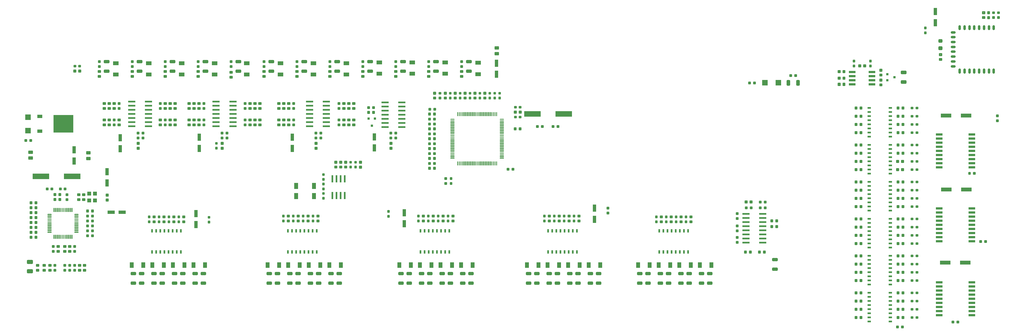
<source format=gtp>
G75*
%MOIN*%
%OFA0B0*%
%FSLAX25Y25*%
%IPPOS*%
%LPD*%
%AMOC8*
5,1,8,0,0,1.08239X$1,22.5*
%
%ADD10C,0.01506*%
%ADD11C,0.01953*%
%ADD12R,0.05118X0.06693*%
%ADD13R,0.03071X0.03071*%
%ADD14R,0.06693X0.05118*%
%ADD15R,0.06693X0.07087*%
%ADD16R,0.12992X0.05118*%
%ADD17C,0.00626*%
%ADD18R,0.02362X0.08661*%
%ADD19R,0.08661X0.02362*%
%ADD20R,0.08000X0.02600*%
%ADD21C,0.00875*%
%ADD22C,0.01000*%
%ADD23R,0.04724X0.04724*%
%ADD24C,0.01947*%
%ADD25R,0.03937X0.01969*%
%ADD26R,0.01969X0.03937*%
%ADD27C,0.01984*%
%ADD28C,0.01717*%
%ADD29C,0.03150*%
%ADD30R,0.05118X0.07480*%
%ADD31R,0.20000X0.07000*%
%ADD32R,0.24409X0.21260*%
%ADD33R,0.06299X0.03937*%
%ADD34R,0.07087X0.06693*%
%ADD35R,0.03937X0.09055*%
%ADD36R,0.09055X0.03937*%
D10*
X0069101Y0114906D02*
X0069101Y0116550D01*
X0070547Y0116550D01*
X0070547Y0114906D01*
X0069101Y0114906D01*
X0069101Y0116411D02*
X0070547Y0116411D01*
X0070547Y0120812D02*
X0070547Y0122456D01*
X0070547Y0120812D02*
X0069101Y0120812D01*
X0069101Y0122456D01*
X0070547Y0122456D01*
X0070547Y0122317D02*
X0069101Y0122317D01*
X0082547Y0122456D02*
X0082547Y0120812D01*
X0081101Y0120812D01*
X0081101Y0122456D01*
X0082547Y0122456D01*
X0082547Y0122317D02*
X0081101Y0122317D01*
X0081101Y0116550D02*
X0081101Y0114906D01*
X0081101Y0116550D02*
X0082547Y0116550D01*
X0082547Y0114906D01*
X0081101Y0114906D01*
X0081101Y0116411D02*
X0082547Y0116411D01*
X0087101Y0116550D02*
X0087101Y0114906D01*
X0087101Y0116550D02*
X0088547Y0116550D01*
X0088547Y0114906D01*
X0087101Y0114906D01*
X0087101Y0116411D02*
X0088547Y0116411D01*
X0088547Y0120812D02*
X0088547Y0122456D01*
X0088547Y0120812D02*
X0087101Y0120812D01*
X0087101Y0122456D01*
X0088547Y0122456D01*
X0088547Y0122317D02*
X0087101Y0122317D01*
X0094547Y0122456D02*
X0094547Y0120812D01*
X0093101Y0120812D01*
X0093101Y0122456D01*
X0094547Y0122456D01*
X0094547Y0122317D02*
X0093101Y0122317D01*
X0093101Y0116550D02*
X0093101Y0114906D01*
X0093101Y0116550D02*
X0094547Y0116550D01*
X0094547Y0114906D01*
X0093101Y0114906D01*
X0093101Y0116411D02*
X0094547Y0116411D01*
X0093101Y0137906D02*
X0093101Y0139550D01*
X0094547Y0139550D01*
X0094547Y0137906D01*
X0093101Y0137906D01*
X0093101Y0139411D02*
X0094547Y0139411D01*
X0094547Y0143812D02*
X0094547Y0145456D01*
X0094547Y0143812D02*
X0093101Y0143812D01*
X0093101Y0145456D01*
X0094547Y0145456D01*
X0094547Y0145317D02*
X0093101Y0145317D01*
X0068547Y0145456D02*
X0068547Y0143812D01*
X0067101Y0143812D01*
X0067101Y0145456D01*
X0068547Y0145456D01*
X0068547Y0145317D02*
X0067101Y0145317D01*
X0067101Y0139550D02*
X0067101Y0137906D01*
X0067101Y0139550D02*
X0068547Y0139550D01*
X0068547Y0137906D01*
X0067101Y0137906D01*
X0067101Y0139411D02*
X0068547Y0139411D01*
X0108687Y0158404D02*
X0110331Y0158404D01*
X0110331Y0156958D01*
X0108687Y0156958D01*
X0108687Y0158404D01*
X0108687Y0164404D02*
X0110331Y0164404D01*
X0110331Y0162958D01*
X0108687Y0162958D01*
X0108687Y0164404D01*
X0108687Y0170404D02*
X0110331Y0170404D01*
X0110331Y0168958D01*
X0108687Y0168958D01*
X0108687Y0170404D01*
X0108687Y0176404D02*
X0110331Y0176404D01*
X0110331Y0174958D01*
X0108687Y0174958D01*
X0108687Y0176404D01*
X0108687Y0182404D02*
X0110331Y0182404D01*
X0110331Y0180958D01*
X0108687Y0180958D01*
X0108687Y0182404D01*
X0114593Y0180958D02*
X0116237Y0180958D01*
X0114593Y0180958D02*
X0114593Y0182404D01*
X0116237Y0182404D01*
X0116237Y0180958D01*
X0116237Y0174958D02*
X0114593Y0174958D01*
X0114593Y0176404D01*
X0116237Y0176404D01*
X0116237Y0174958D01*
X0116237Y0168958D02*
X0114593Y0168958D01*
X0114593Y0170404D01*
X0116237Y0170404D01*
X0116237Y0168958D01*
X0116237Y0162958D02*
X0114593Y0162958D01*
X0114593Y0164404D01*
X0116237Y0164404D01*
X0116237Y0162958D01*
X0116237Y0156958D02*
X0114593Y0156958D01*
X0114593Y0158404D01*
X0116237Y0158404D01*
X0116237Y0156958D01*
X0183601Y0173906D02*
X0183601Y0175550D01*
X0185047Y0175550D01*
X0185047Y0173906D01*
X0183601Y0173906D01*
X0183601Y0175411D02*
X0185047Y0175411D01*
X0185047Y0179812D02*
X0185047Y0181456D01*
X0185047Y0179812D02*
X0183601Y0179812D01*
X0183601Y0181456D01*
X0185047Y0181456D01*
X0185047Y0181317D02*
X0183601Y0181317D01*
X0197047Y0181456D02*
X0197047Y0179812D01*
X0195601Y0179812D01*
X0195601Y0181456D01*
X0197047Y0181456D01*
X0197047Y0181317D02*
X0195601Y0181317D01*
X0195601Y0175550D02*
X0195601Y0173906D01*
X0195601Y0175550D02*
X0197047Y0175550D01*
X0197047Y0173906D01*
X0195601Y0173906D01*
X0195601Y0175411D02*
X0197047Y0175411D01*
X0207601Y0175550D02*
X0207601Y0173906D01*
X0207601Y0175550D02*
X0209047Y0175550D01*
X0209047Y0173906D01*
X0207601Y0173906D01*
X0207601Y0175411D02*
X0209047Y0175411D01*
X0209047Y0179812D02*
X0209047Y0181456D01*
X0209047Y0179812D02*
X0207601Y0179812D01*
X0207601Y0181456D01*
X0209047Y0181456D01*
X0209047Y0181317D02*
X0207601Y0181317D01*
X0221047Y0181456D02*
X0221047Y0179812D01*
X0219601Y0179812D01*
X0219601Y0181456D01*
X0221047Y0181456D01*
X0221047Y0181317D02*
X0219601Y0181317D01*
X0219601Y0175550D02*
X0219601Y0173906D01*
X0219601Y0175550D02*
X0221047Y0175550D01*
X0221047Y0173906D01*
X0219601Y0173906D01*
X0219601Y0175411D02*
X0221047Y0175411D01*
X0256239Y0175050D02*
X0256239Y0173406D01*
X0256239Y0175050D02*
X0257685Y0175050D01*
X0257685Y0173406D01*
X0256239Y0173406D01*
X0256239Y0174911D02*
X0257685Y0174911D01*
X0257685Y0179312D02*
X0257685Y0180956D01*
X0257685Y0179312D02*
X0256239Y0179312D01*
X0256239Y0180956D01*
X0257685Y0180956D01*
X0257685Y0180817D02*
X0256239Y0180817D01*
X0348047Y0180812D02*
X0348047Y0182456D01*
X0348047Y0180812D02*
X0346601Y0180812D01*
X0346601Y0182456D01*
X0348047Y0182456D01*
X0348047Y0182317D02*
X0346601Y0182317D01*
X0346601Y0176550D02*
X0346601Y0174906D01*
X0346601Y0176550D02*
X0348047Y0176550D01*
X0348047Y0174906D01*
X0346601Y0174906D01*
X0346601Y0176411D02*
X0348047Y0176411D01*
X0358601Y0176550D02*
X0358601Y0174906D01*
X0358601Y0176550D02*
X0360047Y0176550D01*
X0360047Y0174906D01*
X0358601Y0174906D01*
X0358601Y0176411D02*
X0360047Y0176411D01*
X0360047Y0180812D02*
X0360047Y0182456D01*
X0360047Y0180812D02*
X0358601Y0180812D01*
X0358601Y0182456D01*
X0360047Y0182456D01*
X0360047Y0182317D02*
X0358601Y0182317D01*
X0372047Y0182456D02*
X0372047Y0180812D01*
X0370601Y0180812D01*
X0370601Y0182456D01*
X0372047Y0182456D01*
X0372047Y0182317D02*
X0370601Y0182317D01*
X0370601Y0176550D02*
X0370601Y0174906D01*
X0370601Y0176550D02*
X0372047Y0176550D01*
X0372047Y0174906D01*
X0370601Y0174906D01*
X0370601Y0176411D02*
X0372047Y0176411D01*
X0382601Y0176550D02*
X0382601Y0174906D01*
X0382601Y0176550D02*
X0384047Y0176550D01*
X0384047Y0174906D01*
X0382601Y0174906D01*
X0382601Y0176411D02*
X0384047Y0176411D01*
X0384047Y0180812D02*
X0384047Y0182456D01*
X0384047Y0180812D02*
X0382601Y0180812D01*
X0382601Y0182456D01*
X0384047Y0182456D01*
X0384047Y0182317D02*
X0382601Y0182317D01*
X0395239Y0202406D02*
X0395239Y0204050D01*
X0396685Y0204050D01*
X0396685Y0202406D01*
X0395239Y0202406D01*
X0395239Y0203911D02*
X0396685Y0203911D01*
X0396685Y0208312D02*
X0396685Y0209956D01*
X0396685Y0208312D02*
X0395239Y0208312D01*
X0395239Y0209956D01*
X0396685Y0209956D01*
X0396685Y0209817D02*
X0395239Y0209817D01*
X0395239Y0213906D02*
X0395239Y0215550D01*
X0396685Y0215550D01*
X0396685Y0213906D01*
X0395239Y0213906D01*
X0395239Y0215411D02*
X0396685Y0215411D01*
X0396685Y0219812D02*
X0396685Y0221456D01*
X0396685Y0219812D02*
X0395239Y0219812D01*
X0395239Y0221456D01*
X0396685Y0221456D01*
X0396685Y0221317D02*
X0395239Y0221317D01*
X0395239Y0225406D02*
X0395239Y0227050D01*
X0396685Y0227050D01*
X0396685Y0225406D01*
X0395239Y0225406D01*
X0395239Y0226911D02*
X0396685Y0226911D01*
X0396685Y0231312D02*
X0396685Y0232956D01*
X0396685Y0231312D02*
X0395239Y0231312D01*
X0395239Y0232956D01*
X0396685Y0232956D01*
X0396685Y0232817D02*
X0395239Y0232817D01*
X0428239Y0240406D02*
X0428239Y0242050D01*
X0429685Y0242050D01*
X0429685Y0240406D01*
X0428239Y0240406D01*
X0428239Y0241911D02*
X0429685Y0241911D01*
X0429685Y0246312D02*
X0429685Y0247956D01*
X0429685Y0246312D02*
X0428239Y0246312D01*
X0428239Y0247956D01*
X0429685Y0247956D01*
X0429685Y0247817D02*
X0428239Y0247817D01*
X0435685Y0247956D02*
X0435685Y0246312D01*
X0434239Y0246312D01*
X0434239Y0247956D01*
X0435685Y0247956D01*
X0435685Y0247817D02*
X0434239Y0247817D01*
X0434239Y0242050D02*
X0434239Y0240406D01*
X0434239Y0242050D02*
X0435685Y0242050D01*
X0435685Y0240406D01*
X0434239Y0240406D01*
X0434239Y0241911D02*
X0435685Y0241911D01*
X0524049Y0246404D02*
X0525693Y0246404D01*
X0525693Y0244958D01*
X0524049Y0244958D01*
X0524049Y0246404D01*
X0529955Y0244958D02*
X0531599Y0244958D01*
X0529955Y0244958D02*
X0529955Y0246404D01*
X0531599Y0246404D01*
X0531599Y0244958D01*
X0531599Y0256958D02*
X0529955Y0256958D01*
X0529955Y0258404D01*
X0531599Y0258404D01*
X0531599Y0256958D01*
X0525693Y0258404D02*
X0524049Y0258404D01*
X0525693Y0258404D02*
X0525693Y0256958D01*
X0524049Y0256958D01*
X0524049Y0258404D01*
X0524049Y0270404D02*
X0525693Y0270404D01*
X0525693Y0268958D01*
X0524049Y0268958D01*
X0524049Y0270404D01*
X0529955Y0268958D02*
X0531599Y0268958D01*
X0529955Y0268958D02*
X0529955Y0270404D01*
X0531599Y0270404D01*
X0531599Y0268958D01*
X0531599Y0280958D02*
X0529955Y0280958D01*
X0529955Y0282404D01*
X0531599Y0282404D01*
X0531599Y0280958D01*
X0525693Y0282404D02*
X0524049Y0282404D01*
X0525693Y0282404D02*
X0525693Y0280958D01*
X0524049Y0280958D01*
X0524049Y0282404D01*
X0524049Y0294404D02*
X0525693Y0294404D01*
X0525693Y0292958D01*
X0524049Y0292958D01*
X0524049Y0294404D01*
X0524049Y0300404D02*
X0525693Y0300404D01*
X0525693Y0298958D01*
X0524049Y0298958D01*
X0524049Y0300404D01*
X0529955Y0298958D02*
X0531599Y0298958D01*
X0529955Y0298958D02*
X0529955Y0300404D01*
X0531599Y0300404D01*
X0531599Y0298958D01*
X0531599Y0292958D02*
X0529955Y0292958D01*
X0529955Y0294404D01*
X0531599Y0294404D01*
X0531599Y0292958D01*
X0531874Y0310958D02*
X0530230Y0310958D01*
X0530230Y0312404D01*
X0531874Y0312404D01*
X0531874Y0310958D01*
X0525969Y0312404D02*
X0524325Y0312404D01*
X0525969Y0312404D02*
X0525969Y0310958D01*
X0524325Y0310958D01*
X0524325Y0312404D01*
X0536739Y0324406D02*
X0536739Y0326050D01*
X0538185Y0326050D01*
X0538185Y0324406D01*
X0536739Y0324406D01*
X0536739Y0325911D02*
X0538185Y0325911D01*
X0549239Y0326050D02*
X0549239Y0324406D01*
X0549239Y0326050D02*
X0550685Y0326050D01*
X0550685Y0324406D01*
X0549239Y0324406D01*
X0549239Y0325911D02*
X0550685Y0325911D01*
X0561239Y0326050D02*
X0561239Y0324406D01*
X0561239Y0326050D02*
X0562685Y0326050D01*
X0562685Y0324406D01*
X0561239Y0324406D01*
X0561239Y0325911D02*
X0562685Y0325911D01*
X0573239Y0326050D02*
X0573239Y0324406D01*
X0573239Y0326050D02*
X0574685Y0326050D01*
X0574685Y0324406D01*
X0573239Y0324406D01*
X0573239Y0325911D02*
X0574685Y0325911D01*
X0585239Y0326050D02*
X0585239Y0324406D01*
X0585239Y0326050D02*
X0586685Y0326050D01*
X0586685Y0324406D01*
X0585239Y0324406D01*
X0585239Y0325911D02*
X0586685Y0325911D01*
X0597239Y0326050D02*
X0597239Y0324406D01*
X0597239Y0326050D02*
X0598685Y0326050D01*
X0598685Y0324406D01*
X0597239Y0324406D01*
X0597239Y0325911D02*
X0598685Y0325911D01*
X0603239Y0326050D02*
X0603239Y0324406D01*
X0603239Y0326050D02*
X0604685Y0326050D01*
X0604685Y0324406D01*
X0603239Y0324406D01*
X0603239Y0325911D02*
X0604685Y0325911D01*
X0609239Y0326050D02*
X0609239Y0324406D01*
X0609239Y0326050D02*
X0610685Y0326050D01*
X0610685Y0324406D01*
X0609239Y0324406D01*
X0609239Y0325911D02*
X0610685Y0325911D01*
X0610685Y0330312D02*
X0610685Y0331956D01*
X0610685Y0330312D02*
X0609239Y0330312D01*
X0609239Y0331956D01*
X0610685Y0331956D01*
X0610685Y0331817D02*
X0609239Y0331817D01*
X0604685Y0331956D02*
X0604685Y0330312D01*
X0603239Y0330312D01*
X0603239Y0331956D01*
X0604685Y0331956D01*
X0604685Y0331817D02*
X0603239Y0331817D01*
X0598685Y0331956D02*
X0598685Y0330312D01*
X0597239Y0330312D01*
X0597239Y0331956D01*
X0598685Y0331956D01*
X0598685Y0331817D02*
X0597239Y0331817D01*
X0586685Y0331956D02*
X0586685Y0330312D01*
X0585239Y0330312D01*
X0585239Y0331956D01*
X0586685Y0331956D01*
X0586685Y0331817D02*
X0585239Y0331817D01*
X0574685Y0331956D02*
X0574685Y0330312D01*
X0573239Y0330312D01*
X0573239Y0331956D01*
X0574685Y0331956D01*
X0574685Y0331817D02*
X0573239Y0331817D01*
X0562685Y0331956D02*
X0562685Y0330312D01*
X0561239Y0330312D01*
X0561239Y0331956D01*
X0562685Y0331956D01*
X0562685Y0331817D02*
X0561239Y0331817D01*
X0550685Y0331956D02*
X0550685Y0330312D01*
X0549239Y0330312D01*
X0549239Y0331956D01*
X0550685Y0331956D01*
X0550685Y0331817D02*
X0549239Y0331817D01*
X0538185Y0331956D02*
X0538185Y0330312D01*
X0536739Y0330312D01*
X0536739Y0331956D01*
X0538185Y0331956D01*
X0538185Y0331817D02*
X0536739Y0331817D01*
X0523101Y0362906D02*
X0523101Y0364550D01*
X0524547Y0364550D01*
X0524547Y0362906D01*
X0523101Y0362906D01*
X0523101Y0364411D02*
X0524547Y0364411D01*
X0524547Y0368812D02*
X0524547Y0370456D01*
X0524547Y0368812D02*
X0523101Y0368812D01*
X0523101Y0370456D01*
X0524547Y0370456D01*
X0524547Y0370317D02*
X0523101Y0370317D01*
X0564547Y0370456D02*
X0564547Y0368812D01*
X0563101Y0368812D01*
X0563101Y0370456D01*
X0564547Y0370456D01*
X0564547Y0370317D02*
X0563101Y0370317D01*
X0563101Y0364550D02*
X0563101Y0362906D01*
X0563101Y0364550D02*
X0564547Y0364550D01*
X0564547Y0362906D01*
X0563101Y0362906D01*
X0563101Y0364411D02*
X0564547Y0364411D01*
X0483101Y0364550D02*
X0483101Y0362906D01*
X0483101Y0364550D02*
X0484547Y0364550D01*
X0484547Y0362906D01*
X0483101Y0362906D01*
X0483101Y0364411D02*
X0484547Y0364411D01*
X0484547Y0368812D02*
X0484547Y0370456D01*
X0484547Y0368812D02*
X0483101Y0368812D01*
X0483101Y0370456D01*
X0484547Y0370456D01*
X0484547Y0370317D02*
X0483101Y0370317D01*
X0444547Y0370456D02*
X0444547Y0368812D01*
X0443101Y0368812D01*
X0443101Y0370456D01*
X0444547Y0370456D01*
X0444547Y0370317D02*
X0443101Y0370317D01*
X0443101Y0364550D02*
X0443101Y0362906D01*
X0443101Y0364550D02*
X0444547Y0364550D01*
X0444547Y0362906D01*
X0443101Y0362906D01*
X0443101Y0364411D02*
X0444547Y0364411D01*
X0403101Y0364550D02*
X0403101Y0362906D01*
X0403101Y0364550D02*
X0404547Y0364550D01*
X0404547Y0362906D01*
X0403101Y0362906D01*
X0403101Y0364411D02*
X0404547Y0364411D01*
X0404547Y0368812D02*
X0404547Y0370456D01*
X0404547Y0368812D02*
X0403101Y0368812D01*
X0403101Y0370456D01*
X0404547Y0370456D01*
X0404547Y0370317D02*
X0403101Y0370317D01*
X0364547Y0370456D02*
X0364547Y0368812D01*
X0363101Y0368812D01*
X0363101Y0370456D01*
X0364547Y0370456D01*
X0364547Y0370317D02*
X0363101Y0370317D01*
X0363101Y0364550D02*
X0363101Y0362906D01*
X0363101Y0364550D02*
X0364547Y0364550D01*
X0364547Y0362906D01*
X0363101Y0362906D01*
X0363101Y0364411D02*
X0364547Y0364411D01*
X0323101Y0364550D02*
X0323101Y0362906D01*
X0323101Y0364550D02*
X0324547Y0364550D01*
X0324547Y0362906D01*
X0323101Y0362906D01*
X0323101Y0364411D02*
X0324547Y0364411D01*
X0324547Y0368812D02*
X0324547Y0370456D01*
X0324547Y0368812D02*
X0323101Y0368812D01*
X0323101Y0370456D01*
X0324547Y0370456D01*
X0324547Y0370317D02*
X0323101Y0370317D01*
X0284547Y0370456D02*
X0284547Y0368812D01*
X0283101Y0368812D01*
X0283101Y0370456D01*
X0284547Y0370456D01*
X0284547Y0370317D02*
X0283101Y0370317D01*
X0283101Y0364550D02*
X0283101Y0362906D01*
X0283101Y0364550D02*
X0284547Y0364550D01*
X0284547Y0362906D01*
X0283101Y0362906D01*
X0283101Y0364411D02*
X0284547Y0364411D01*
X0243101Y0364550D02*
X0243101Y0362906D01*
X0243101Y0364550D02*
X0244547Y0364550D01*
X0244547Y0362906D01*
X0243101Y0362906D01*
X0243101Y0364411D02*
X0244547Y0364411D01*
X0244547Y0368812D02*
X0244547Y0370456D01*
X0244547Y0368812D02*
X0243101Y0368812D01*
X0243101Y0370456D01*
X0244547Y0370456D01*
X0244547Y0370317D02*
X0243101Y0370317D01*
X0204547Y0370456D02*
X0204547Y0368812D01*
X0203101Y0368812D01*
X0203101Y0370456D01*
X0204547Y0370456D01*
X0204547Y0370317D02*
X0203101Y0370317D01*
X0203101Y0364550D02*
X0203101Y0362906D01*
X0203101Y0364550D02*
X0204547Y0364550D01*
X0204547Y0362906D01*
X0203101Y0362906D01*
X0203101Y0364411D02*
X0204547Y0364411D01*
X0163101Y0364550D02*
X0163101Y0362906D01*
X0163101Y0364550D02*
X0164547Y0364550D01*
X0164547Y0362906D01*
X0163101Y0362906D01*
X0163101Y0364411D02*
X0164547Y0364411D01*
X0164547Y0368812D02*
X0164547Y0370456D01*
X0164547Y0368812D02*
X0163101Y0368812D01*
X0163101Y0370456D01*
X0164547Y0370456D01*
X0164547Y0370317D02*
X0163101Y0370317D01*
X0124547Y0370456D02*
X0124547Y0368812D01*
X0123101Y0368812D01*
X0123101Y0370456D01*
X0124547Y0370456D01*
X0124547Y0370317D02*
X0123101Y0370317D01*
X0123101Y0364550D02*
X0123101Y0362906D01*
X0123101Y0364550D02*
X0124547Y0364550D01*
X0124547Y0362906D01*
X0123101Y0362906D01*
X0123101Y0364411D02*
X0124547Y0364411D01*
X0100737Y0363458D02*
X0099093Y0363458D01*
X0099093Y0364904D01*
X0100737Y0364904D01*
X0100737Y0363458D01*
X0094831Y0364904D02*
X0093187Y0364904D01*
X0094831Y0364904D02*
X0094831Y0363458D01*
X0093187Y0363458D01*
X0093187Y0364904D01*
X0148547Y0319456D02*
X0148547Y0317812D01*
X0147101Y0317812D01*
X0147101Y0319456D01*
X0148547Y0319456D01*
X0148547Y0319317D02*
X0147101Y0319317D01*
X0147101Y0313550D02*
X0147101Y0311906D01*
X0147101Y0313550D02*
X0148547Y0313550D01*
X0148547Y0311906D01*
X0147101Y0311906D01*
X0147101Y0313411D02*
X0148547Y0313411D01*
X0142547Y0299456D02*
X0142547Y0297812D01*
X0141101Y0297812D01*
X0141101Y0299456D01*
X0142547Y0299456D01*
X0142547Y0299317D02*
X0141101Y0299317D01*
X0141101Y0293550D02*
X0141101Y0291906D01*
X0141101Y0293550D02*
X0142547Y0293550D01*
X0142547Y0291906D01*
X0141101Y0291906D01*
X0141101Y0293411D02*
X0142547Y0293411D01*
X0170049Y0283404D02*
X0171693Y0283404D01*
X0171693Y0281958D01*
X0170049Y0281958D01*
X0170049Y0283404D01*
X0175955Y0281958D02*
X0177599Y0281958D01*
X0175955Y0281958D02*
X0175955Y0283404D01*
X0177599Y0283404D01*
X0177599Y0281958D01*
X0177599Y0275958D02*
X0175955Y0275958D01*
X0175955Y0277404D01*
X0177599Y0277404D01*
X0177599Y0275958D01*
X0171693Y0277404D02*
X0170049Y0277404D01*
X0171693Y0277404D02*
X0171693Y0275958D01*
X0170049Y0275958D01*
X0170049Y0277404D01*
X0203101Y0291906D02*
X0203101Y0293550D01*
X0204547Y0293550D01*
X0204547Y0291906D01*
X0203101Y0291906D01*
X0203101Y0293411D02*
X0204547Y0293411D01*
X0204547Y0297812D02*
X0204547Y0299456D01*
X0204547Y0297812D02*
X0203101Y0297812D01*
X0203101Y0299456D01*
X0204547Y0299456D01*
X0204547Y0299317D02*
X0203101Y0299317D01*
X0197101Y0311906D02*
X0197101Y0313550D01*
X0198547Y0313550D01*
X0198547Y0311906D01*
X0197101Y0311906D01*
X0197101Y0313411D02*
X0198547Y0313411D01*
X0198547Y0317812D02*
X0198547Y0319456D01*
X0198547Y0317812D02*
X0197101Y0317812D01*
X0197101Y0319456D01*
X0198547Y0319456D01*
X0198547Y0319317D02*
X0197101Y0319317D01*
X0251547Y0319456D02*
X0251547Y0317812D01*
X0250101Y0317812D01*
X0250101Y0319456D01*
X0251547Y0319456D01*
X0251547Y0319317D02*
X0250101Y0319317D01*
X0250101Y0313550D02*
X0250101Y0311906D01*
X0250101Y0313550D02*
X0251547Y0313550D01*
X0251547Y0311906D01*
X0250101Y0311906D01*
X0250101Y0313411D02*
X0251547Y0313411D01*
X0251547Y0299456D02*
X0251547Y0297812D01*
X0250101Y0297812D01*
X0250101Y0299456D01*
X0251547Y0299456D01*
X0251547Y0299317D02*
X0250101Y0299317D01*
X0250101Y0293550D02*
X0250101Y0291906D01*
X0250101Y0293550D02*
X0251547Y0293550D01*
X0251547Y0291906D01*
X0250101Y0291906D01*
X0250101Y0293411D02*
X0251547Y0293411D01*
X0272049Y0283404D02*
X0273693Y0283404D01*
X0273693Y0281958D01*
X0272049Y0281958D01*
X0272049Y0283404D01*
X0277955Y0281958D02*
X0279599Y0281958D01*
X0277955Y0281958D02*
X0277955Y0283404D01*
X0279599Y0283404D01*
X0279599Y0281958D01*
X0279599Y0275958D02*
X0277955Y0275958D01*
X0277955Y0277404D01*
X0279599Y0277404D01*
X0279599Y0275958D01*
X0273693Y0277404D02*
X0272049Y0277404D01*
X0273693Y0277404D02*
X0273693Y0275958D01*
X0272049Y0275958D01*
X0272049Y0277404D01*
X0266685Y0270956D02*
X0266685Y0269312D01*
X0265239Y0269312D01*
X0265239Y0270956D01*
X0266685Y0270956D01*
X0266685Y0270817D02*
X0265239Y0270817D01*
X0265239Y0265050D02*
X0265239Y0263406D01*
X0265239Y0265050D02*
X0266685Y0265050D01*
X0266685Y0263406D01*
X0265239Y0263406D01*
X0265239Y0264911D02*
X0266685Y0264911D01*
X0300101Y0291906D02*
X0300101Y0293550D01*
X0301547Y0293550D01*
X0301547Y0291906D01*
X0300101Y0291906D01*
X0300101Y0293411D02*
X0301547Y0293411D01*
X0301547Y0297812D02*
X0301547Y0299456D01*
X0301547Y0297812D02*
X0300101Y0297812D01*
X0300101Y0299456D01*
X0301547Y0299456D01*
X0301547Y0299317D02*
X0300101Y0299317D01*
X0300101Y0311906D02*
X0300101Y0313550D01*
X0301547Y0313550D01*
X0301547Y0311906D01*
X0300101Y0311906D01*
X0300101Y0313411D02*
X0301547Y0313411D01*
X0301547Y0317812D02*
X0301547Y0319456D01*
X0301547Y0317812D02*
X0300101Y0317812D01*
X0300101Y0319456D01*
X0301547Y0319456D01*
X0301547Y0319317D02*
X0300101Y0319317D01*
X0360547Y0319456D02*
X0360547Y0317812D01*
X0359101Y0317812D01*
X0359101Y0319456D01*
X0360547Y0319456D01*
X0360547Y0319317D02*
X0359101Y0319317D01*
X0359101Y0313550D02*
X0359101Y0311906D01*
X0359101Y0313550D02*
X0360547Y0313550D01*
X0360547Y0311906D01*
X0359101Y0311906D01*
X0359101Y0313411D02*
X0360547Y0313411D01*
X0360547Y0299456D02*
X0360547Y0297812D01*
X0359101Y0297812D01*
X0359101Y0299456D01*
X0360547Y0299456D01*
X0360547Y0299317D02*
X0359101Y0299317D01*
X0359101Y0293550D02*
X0359101Y0291906D01*
X0359101Y0293550D02*
X0360547Y0293550D01*
X0360547Y0291906D01*
X0359101Y0291906D01*
X0359101Y0293411D02*
X0360547Y0293411D01*
X0386049Y0283404D02*
X0387693Y0283404D01*
X0387693Y0281958D01*
X0386049Y0281958D01*
X0386049Y0283404D01*
X0391955Y0281958D02*
X0393599Y0281958D01*
X0391955Y0281958D02*
X0391955Y0283404D01*
X0393599Y0283404D01*
X0393599Y0281958D01*
X0393599Y0275958D02*
X0391955Y0275958D01*
X0391955Y0277404D01*
X0393599Y0277404D01*
X0393599Y0275958D01*
X0387693Y0277404D02*
X0386049Y0277404D01*
X0387693Y0277404D02*
X0387693Y0275958D01*
X0386049Y0275958D01*
X0386049Y0277404D01*
X0414101Y0291906D02*
X0414101Y0293550D01*
X0415547Y0293550D01*
X0415547Y0291906D01*
X0414101Y0291906D01*
X0414101Y0293411D02*
X0415547Y0293411D01*
X0415547Y0297812D02*
X0415547Y0299456D01*
X0415547Y0297812D02*
X0414101Y0297812D01*
X0414101Y0299456D01*
X0415547Y0299456D01*
X0415547Y0299317D02*
X0414101Y0299317D01*
X0414101Y0311906D02*
X0414101Y0313550D01*
X0415547Y0313550D01*
X0415547Y0311906D01*
X0414101Y0311906D01*
X0414101Y0313411D02*
X0415547Y0313411D01*
X0415547Y0317812D02*
X0415547Y0319456D01*
X0415547Y0317812D02*
X0414101Y0317812D01*
X0414101Y0319456D01*
X0415547Y0319456D01*
X0415547Y0319317D02*
X0414101Y0319317D01*
X0450049Y0314404D02*
X0451693Y0314404D01*
X0451693Y0312958D01*
X0450049Y0312958D01*
X0450049Y0314404D01*
X0455955Y0312958D02*
X0457599Y0312958D01*
X0455955Y0312958D02*
X0455955Y0314404D01*
X0457599Y0314404D01*
X0457599Y0312958D01*
X0477049Y0283404D02*
X0478693Y0283404D01*
X0478693Y0281958D01*
X0477049Y0281958D01*
X0477049Y0283404D01*
X0482955Y0281958D02*
X0484599Y0281958D01*
X0482955Y0281958D02*
X0482955Y0283404D01*
X0484599Y0283404D01*
X0484599Y0281958D01*
X0484599Y0275958D02*
X0482955Y0275958D01*
X0482955Y0277404D01*
X0484599Y0277404D01*
X0484599Y0275958D01*
X0478693Y0277404D02*
X0477049Y0277404D01*
X0478693Y0277404D02*
X0478693Y0275958D01*
X0477049Y0275958D01*
X0477049Y0277404D01*
X0545185Y0228094D02*
X0545185Y0226450D01*
X0543739Y0226450D01*
X0543739Y0228094D01*
X0545185Y0228094D01*
X0545185Y0227955D02*
X0543739Y0227955D01*
X0543739Y0222188D02*
X0543739Y0220544D01*
X0543739Y0222188D02*
X0545185Y0222188D01*
X0545185Y0220544D01*
X0543739Y0220544D01*
X0543739Y0222049D02*
X0545185Y0222049D01*
X0550239Y0222188D02*
X0550239Y0220544D01*
X0550239Y0222188D02*
X0551685Y0222188D01*
X0551685Y0220544D01*
X0550239Y0220544D01*
X0550239Y0222049D02*
X0551685Y0222049D01*
X0551685Y0226450D02*
X0551685Y0228094D01*
X0551685Y0226450D02*
X0550239Y0226450D01*
X0550239Y0228094D01*
X0551685Y0228094D01*
X0551685Y0227955D02*
X0550239Y0227955D01*
X0619325Y0239404D02*
X0620969Y0239404D01*
X0620969Y0237958D01*
X0619325Y0237958D01*
X0619325Y0239404D01*
X0625230Y0237958D02*
X0626874Y0237958D01*
X0625230Y0237958D02*
X0625230Y0239404D01*
X0626874Y0239404D01*
X0626874Y0237958D01*
X0742185Y0192094D02*
X0742185Y0190450D01*
X0740739Y0190450D01*
X0740739Y0192094D01*
X0742185Y0192094D01*
X0742185Y0191955D02*
X0740739Y0191955D01*
X0740739Y0186188D02*
X0740739Y0184544D01*
X0740739Y0186188D02*
X0742185Y0186188D01*
X0742185Y0184544D01*
X0740739Y0184544D01*
X0740739Y0186049D02*
X0742185Y0186049D01*
X0701047Y0182456D02*
X0701047Y0180812D01*
X0699601Y0180812D01*
X0699601Y0182456D01*
X0701047Y0182456D01*
X0701047Y0182317D02*
X0699601Y0182317D01*
X0699601Y0176550D02*
X0699601Y0174906D01*
X0699601Y0176550D02*
X0701047Y0176550D01*
X0701047Y0174906D01*
X0699601Y0174906D01*
X0699601Y0176411D02*
X0701047Y0176411D01*
X0687601Y0176550D02*
X0687601Y0174906D01*
X0687601Y0176550D02*
X0689047Y0176550D01*
X0689047Y0174906D01*
X0687601Y0174906D01*
X0687601Y0176411D02*
X0689047Y0176411D01*
X0689047Y0180812D02*
X0689047Y0182456D01*
X0689047Y0180812D02*
X0687601Y0180812D01*
X0687601Y0182456D01*
X0689047Y0182456D01*
X0689047Y0182317D02*
X0687601Y0182317D01*
X0677047Y0182456D02*
X0677047Y0180812D01*
X0675601Y0180812D01*
X0675601Y0182456D01*
X0677047Y0182456D01*
X0677047Y0182317D02*
X0675601Y0182317D01*
X0675601Y0176550D02*
X0675601Y0174906D01*
X0675601Y0176550D02*
X0677047Y0176550D01*
X0677047Y0174906D01*
X0675601Y0174906D01*
X0675601Y0176411D02*
X0677047Y0176411D01*
X0663601Y0176550D02*
X0663601Y0174906D01*
X0663601Y0176550D02*
X0665047Y0176550D01*
X0665047Y0174906D01*
X0663601Y0174906D01*
X0663601Y0176411D02*
X0665047Y0176411D01*
X0665047Y0180812D02*
X0665047Y0182456D01*
X0665047Y0180812D02*
X0663601Y0180812D01*
X0663601Y0182456D01*
X0665047Y0182456D01*
X0665047Y0182317D02*
X0663601Y0182317D01*
X0548047Y0182456D02*
X0548047Y0180812D01*
X0546601Y0180812D01*
X0546601Y0182456D01*
X0548047Y0182456D01*
X0548047Y0182317D02*
X0546601Y0182317D01*
X0546601Y0176550D02*
X0546601Y0174906D01*
X0546601Y0176550D02*
X0548047Y0176550D01*
X0548047Y0174906D01*
X0546601Y0174906D01*
X0546601Y0176411D02*
X0548047Y0176411D01*
X0534601Y0176550D02*
X0534601Y0174906D01*
X0534601Y0176550D02*
X0536047Y0176550D01*
X0536047Y0174906D01*
X0534601Y0174906D01*
X0534601Y0176411D02*
X0536047Y0176411D01*
X0536047Y0180812D02*
X0536047Y0182456D01*
X0536047Y0180812D02*
X0534601Y0180812D01*
X0534601Y0182456D01*
X0536047Y0182456D01*
X0536047Y0182317D02*
X0534601Y0182317D01*
X0524047Y0182456D02*
X0524047Y0180812D01*
X0522601Y0180812D01*
X0522601Y0182456D01*
X0524047Y0182456D01*
X0524047Y0182317D02*
X0522601Y0182317D01*
X0522601Y0176550D02*
X0522601Y0174906D01*
X0522601Y0176550D02*
X0524047Y0176550D01*
X0524047Y0174906D01*
X0522601Y0174906D01*
X0522601Y0176411D02*
X0524047Y0176411D01*
X0510601Y0176550D02*
X0510601Y0174906D01*
X0510601Y0176550D02*
X0512047Y0176550D01*
X0512047Y0174906D01*
X0510601Y0174906D01*
X0510601Y0176411D02*
X0512047Y0176411D01*
X0512047Y0180812D02*
X0512047Y0182456D01*
X0512047Y0180812D02*
X0510601Y0180812D01*
X0510601Y0182456D01*
X0512047Y0182456D01*
X0512047Y0182317D02*
X0510601Y0182317D01*
X0474239Y0182188D02*
X0474239Y0180544D01*
X0474239Y0182188D02*
X0475685Y0182188D01*
X0475685Y0180544D01*
X0474239Y0180544D01*
X0474239Y0182049D02*
X0475685Y0182049D01*
X0475685Y0186450D02*
X0475685Y0188094D01*
X0475685Y0186450D02*
X0474239Y0186450D01*
X0474239Y0188094D01*
X0475685Y0188094D01*
X0475685Y0187955D02*
X0474239Y0187955D01*
X0655049Y0291404D02*
X0656693Y0291404D01*
X0656693Y0289958D01*
X0655049Y0289958D01*
X0655049Y0291404D01*
X0660955Y0289958D02*
X0662599Y0289958D01*
X0660955Y0289958D02*
X0660955Y0291404D01*
X0662599Y0291404D01*
X0662599Y0289958D01*
X0674049Y0291404D02*
X0675693Y0291404D01*
X0675693Y0289958D01*
X0674049Y0289958D01*
X0674049Y0291404D01*
X0679955Y0289958D02*
X0681599Y0289958D01*
X0679955Y0289958D02*
X0679955Y0291404D01*
X0681599Y0291404D01*
X0681599Y0289958D01*
X0635737Y0301458D02*
X0634093Y0301458D01*
X0634093Y0302904D01*
X0635737Y0302904D01*
X0635737Y0301458D01*
X0629831Y0302904D02*
X0628187Y0302904D01*
X0629831Y0302904D02*
X0629831Y0301458D01*
X0628187Y0301458D01*
X0628187Y0302904D01*
X0628187Y0314904D02*
X0629831Y0314904D01*
X0629831Y0313458D01*
X0628187Y0313458D01*
X0628187Y0314904D01*
X0634093Y0313458D02*
X0635737Y0313458D01*
X0634093Y0313458D02*
X0634093Y0314904D01*
X0635737Y0314904D01*
X0635737Y0313458D01*
X0912687Y0344404D02*
X0914331Y0344404D01*
X0914331Y0342958D01*
X0912687Y0342958D01*
X0912687Y0344404D01*
X0918593Y0342958D02*
X0920237Y0342958D01*
X0918593Y0342958D02*
X0918593Y0344404D01*
X0920237Y0344404D01*
X0920237Y0342958D01*
X0962687Y0353404D02*
X0964331Y0353404D01*
X0964331Y0351958D01*
X0962687Y0351958D01*
X0962687Y0353404D01*
X0968593Y0351958D02*
X0970237Y0351958D01*
X0968593Y0351958D02*
X0968593Y0353404D01*
X0970237Y0353404D01*
X0970237Y0351958D01*
X1039546Y0363584D02*
X1039546Y0365228D01*
X1040992Y0365228D01*
X1040992Y0363584D01*
X1039546Y0363584D01*
X1039546Y0365089D02*
X1040992Y0365089D01*
X1040992Y0369489D02*
X1040992Y0371133D01*
X1040992Y0369489D02*
X1039546Y0369489D01*
X1039546Y0371133D01*
X1040992Y0371133D01*
X1040992Y0370994D02*
X1039546Y0370994D01*
X1060992Y0371133D02*
X1060992Y0369489D01*
X1059546Y0369489D01*
X1059546Y0371133D01*
X1060992Y0371133D01*
X1060992Y0370994D02*
X1059546Y0370994D01*
X1059546Y0365228D02*
X1059546Y0363584D01*
X1059546Y0365228D02*
X1060992Y0365228D01*
X1060992Y0363584D01*
X1059546Y0363584D01*
X1059546Y0365089D02*
X1060992Y0365089D01*
X1126239Y0403906D02*
X1126239Y0405550D01*
X1127685Y0405550D01*
X1127685Y0403906D01*
X1126239Y0403906D01*
X1126239Y0405411D02*
X1127685Y0405411D01*
X1127685Y0409812D02*
X1127685Y0411456D01*
X1127685Y0409812D02*
X1126239Y0409812D01*
X1126239Y0411456D01*
X1127685Y0411456D01*
X1127685Y0411317D02*
X1126239Y0411317D01*
X1209101Y0422406D02*
X1209101Y0424050D01*
X1210547Y0424050D01*
X1210547Y0422406D01*
X1209101Y0422406D01*
X1209101Y0423911D02*
X1210547Y0423911D01*
X1210547Y0428312D02*
X1210547Y0429956D01*
X1210547Y0428312D02*
X1209101Y0428312D01*
X1209101Y0429956D01*
X1210547Y0429956D01*
X1210547Y0429817D02*
X1209101Y0429817D01*
X1216547Y0429956D02*
X1216547Y0428312D01*
X1215101Y0428312D01*
X1215101Y0429956D01*
X1216547Y0429956D01*
X1216547Y0429817D02*
X1215101Y0429817D01*
X1215101Y0424050D02*
X1215101Y0422406D01*
X1215101Y0424050D02*
X1216547Y0424050D01*
X1216547Y0422406D01*
X1215101Y0422406D01*
X1215101Y0423911D02*
X1216547Y0423911D01*
X1117599Y0312458D02*
X1115955Y0312458D01*
X1115955Y0313904D01*
X1117599Y0313904D01*
X1117599Y0312458D01*
X1111693Y0313904D02*
X1110049Y0313904D01*
X1111693Y0313904D02*
X1111693Y0312458D01*
X1110049Y0312458D01*
X1110049Y0313904D01*
X1110049Y0303904D02*
X1111693Y0303904D01*
X1111693Y0302458D01*
X1110049Y0302458D01*
X1110049Y0303904D01*
X1115955Y0302458D02*
X1117599Y0302458D01*
X1115955Y0302458D02*
X1115955Y0303904D01*
X1117599Y0303904D01*
X1117599Y0302458D01*
X1117599Y0292458D02*
X1115955Y0292458D01*
X1115955Y0293904D01*
X1117599Y0293904D01*
X1117599Y0292458D01*
X1111693Y0293904D02*
X1110049Y0293904D01*
X1111693Y0293904D02*
X1111693Y0292458D01*
X1110049Y0292458D01*
X1110049Y0293904D01*
X1110049Y0283904D02*
X1111693Y0283904D01*
X1111693Y0282458D01*
X1110049Y0282458D01*
X1110049Y0283904D01*
X1115955Y0282458D02*
X1117599Y0282458D01*
X1115955Y0282458D02*
X1115955Y0283904D01*
X1117599Y0283904D01*
X1117599Y0282458D01*
X1117599Y0267458D02*
X1115955Y0267458D01*
X1115955Y0268904D01*
X1117599Y0268904D01*
X1117599Y0267458D01*
X1111693Y0268904D02*
X1110049Y0268904D01*
X1111693Y0268904D02*
X1111693Y0267458D01*
X1110049Y0267458D01*
X1110049Y0268904D01*
X1110049Y0258904D02*
X1111693Y0258904D01*
X1111693Y0257458D01*
X1110049Y0257458D01*
X1110049Y0258904D01*
X1115955Y0257458D02*
X1117599Y0257458D01*
X1115955Y0257458D02*
X1115955Y0258904D01*
X1117599Y0258904D01*
X1117599Y0257458D01*
X1117599Y0247458D02*
X1115955Y0247458D01*
X1115955Y0248904D01*
X1117599Y0248904D01*
X1117599Y0247458D01*
X1111693Y0248904D02*
X1110049Y0248904D01*
X1111693Y0248904D02*
X1111693Y0247458D01*
X1110049Y0247458D01*
X1110049Y0248904D01*
X1110049Y0238904D02*
X1111693Y0238904D01*
X1111693Y0237458D01*
X1110049Y0237458D01*
X1110049Y0238904D01*
X1115955Y0237458D02*
X1117599Y0237458D01*
X1115955Y0237458D02*
X1115955Y0238904D01*
X1117599Y0238904D01*
X1117599Y0237458D01*
X1117599Y0222458D02*
X1115955Y0222458D01*
X1115955Y0223904D01*
X1117599Y0223904D01*
X1117599Y0222458D01*
X1111693Y0223904D02*
X1110049Y0223904D01*
X1111693Y0223904D02*
X1111693Y0222458D01*
X1110049Y0222458D01*
X1110049Y0223904D01*
X1110049Y0213904D02*
X1111693Y0213904D01*
X1111693Y0212458D01*
X1110049Y0212458D01*
X1110049Y0213904D01*
X1115955Y0212458D02*
X1117599Y0212458D01*
X1115955Y0212458D02*
X1115955Y0213904D01*
X1117599Y0213904D01*
X1117599Y0212458D01*
X1117599Y0202458D02*
X1115955Y0202458D01*
X1115955Y0203904D01*
X1117599Y0203904D01*
X1117599Y0202458D01*
X1111693Y0203904D02*
X1110049Y0203904D01*
X1111693Y0203904D02*
X1111693Y0202458D01*
X1110049Y0202458D01*
X1110049Y0203904D01*
X1110049Y0193904D02*
X1111693Y0193904D01*
X1111693Y0192458D01*
X1110049Y0192458D01*
X1110049Y0193904D01*
X1115955Y0192458D02*
X1117599Y0192458D01*
X1115955Y0192458D02*
X1115955Y0193904D01*
X1117599Y0193904D01*
X1117599Y0192458D01*
X1117599Y0177458D02*
X1115955Y0177458D01*
X1115955Y0178904D01*
X1117599Y0178904D01*
X1117599Y0177458D01*
X1111693Y0178904D02*
X1110049Y0178904D01*
X1111693Y0178904D02*
X1111693Y0177458D01*
X1110049Y0177458D01*
X1110049Y0178904D01*
X1110049Y0168904D02*
X1111693Y0168904D01*
X1111693Y0167458D01*
X1110049Y0167458D01*
X1110049Y0168904D01*
X1115955Y0167458D02*
X1117599Y0167458D01*
X1115955Y0167458D02*
X1115955Y0168904D01*
X1117599Y0168904D01*
X1117599Y0167458D01*
X1117599Y0157458D02*
X1115955Y0157458D01*
X1115955Y0158904D01*
X1117599Y0158904D01*
X1117599Y0157458D01*
X1111693Y0158904D02*
X1110049Y0158904D01*
X1111693Y0158904D02*
X1111693Y0157458D01*
X1110049Y0157458D01*
X1110049Y0158904D01*
X1110049Y0148904D02*
X1111693Y0148904D01*
X1111693Y0147458D01*
X1110049Y0147458D01*
X1110049Y0148904D01*
X1115955Y0147458D02*
X1117599Y0147458D01*
X1115955Y0147458D02*
X1115955Y0148904D01*
X1117599Y0148904D01*
X1117599Y0147458D01*
X1117599Y0132458D02*
X1115955Y0132458D01*
X1115955Y0133904D01*
X1117599Y0133904D01*
X1117599Y0132458D01*
X1111693Y0133904D02*
X1110049Y0133904D01*
X1111693Y0133904D02*
X1111693Y0132458D01*
X1110049Y0132458D01*
X1110049Y0133904D01*
X1110049Y0123904D02*
X1111693Y0123904D01*
X1111693Y0122458D01*
X1110049Y0122458D01*
X1110049Y0123904D01*
X1115955Y0122458D02*
X1117599Y0122458D01*
X1115955Y0122458D02*
X1115955Y0123904D01*
X1117599Y0123904D01*
X1117599Y0122458D01*
X1117599Y0112458D02*
X1115955Y0112458D01*
X1115955Y0113904D01*
X1117599Y0113904D01*
X1117599Y0112458D01*
X1111693Y0113904D02*
X1110049Y0113904D01*
X1111693Y0113904D02*
X1111693Y0112458D01*
X1110049Y0112458D01*
X1110049Y0113904D01*
X1110049Y0103904D02*
X1111693Y0103904D01*
X1111693Y0102458D01*
X1110049Y0102458D01*
X1110049Y0103904D01*
X1115955Y0102458D02*
X1117599Y0102458D01*
X1115955Y0102458D02*
X1115955Y0103904D01*
X1117599Y0103904D01*
X1117599Y0102458D01*
X1117599Y0087458D02*
X1115955Y0087458D01*
X1115955Y0088904D01*
X1117599Y0088904D01*
X1117599Y0087458D01*
X1111693Y0088904D02*
X1110049Y0088904D01*
X1111693Y0088904D02*
X1111693Y0087458D01*
X1110049Y0087458D01*
X1110049Y0088904D01*
X1110049Y0078904D02*
X1111693Y0078904D01*
X1111693Y0077458D01*
X1110049Y0077458D01*
X1110049Y0078904D01*
X1115955Y0077458D02*
X1117599Y0077458D01*
X1115955Y0077458D02*
X1115955Y0078904D01*
X1117599Y0078904D01*
X1117599Y0077458D01*
X1117599Y0067458D02*
X1115955Y0067458D01*
X1115955Y0068904D01*
X1117599Y0068904D01*
X1117599Y0067458D01*
X1111693Y0068904D02*
X1110049Y0068904D01*
X1111693Y0068904D02*
X1111693Y0067458D01*
X1110049Y0067458D01*
X1110049Y0068904D01*
X1110049Y0058904D02*
X1111693Y0058904D01*
X1111693Y0057458D01*
X1110049Y0057458D01*
X1110049Y0058904D01*
X1115955Y0057458D02*
X1117599Y0057458D01*
X1115955Y0057458D02*
X1115955Y0058904D01*
X1117599Y0058904D01*
X1117599Y0057458D01*
X1099874Y0045958D02*
X1098230Y0045958D01*
X1098230Y0047404D01*
X1099874Y0047404D01*
X1099874Y0045958D01*
X1093969Y0047404D02*
X1092325Y0047404D01*
X1093969Y0047404D02*
X1093969Y0045958D01*
X1092325Y0045958D01*
X1092325Y0047404D01*
X1159687Y0053404D02*
X1161331Y0053404D01*
X1161331Y0051958D01*
X1159687Y0051958D01*
X1159687Y0053404D01*
X1165593Y0051958D02*
X1167237Y0051958D01*
X1165593Y0051958D02*
X1165593Y0053404D01*
X1167237Y0053404D01*
X1167237Y0051958D01*
X1193325Y0151404D02*
X1194969Y0151404D01*
X1194969Y0149958D01*
X1193325Y0149958D01*
X1193325Y0151404D01*
X1199230Y0149958D02*
X1200874Y0149958D01*
X1199230Y0149958D02*
X1199230Y0151404D01*
X1200874Y0151404D01*
X1200874Y0149958D01*
X1187374Y0232958D02*
X1185730Y0232958D01*
X1185730Y0234404D01*
X1187374Y0234404D01*
X1187374Y0232958D01*
X1181469Y0234404D02*
X1179825Y0234404D01*
X1181469Y0234404D02*
X1181469Y0232958D01*
X1179825Y0232958D01*
X1179825Y0234404D01*
X1213739Y0296906D02*
X1213739Y0298550D01*
X1215185Y0298550D01*
X1215185Y0296906D01*
X1213739Y0296906D01*
X1213739Y0298411D02*
X1215185Y0298411D01*
X1215185Y0302812D02*
X1215185Y0304456D01*
X1215185Y0302812D02*
X1213739Y0302812D01*
X1213739Y0304456D01*
X1215185Y0304456D01*
X1215185Y0304317D02*
X1213739Y0304317D01*
X0933237Y0197958D02*
X0931593Y0197958D01*
X0931593Y0199404D01*
X0933237Y0199404D01*
X0933237Y0197958D01*
X0927331Y0199404D02*
X0925687Y0199404D01*
X0927331Y0199404D02*
X0927331Y0197958D01*
X0925687Y0197958D01*
X0925687Y0199404D01*
X0925687Y0192404D02*
X0927331Y0192404D01*
X0927331Y0190958D01*
X0925687Y0190958D01*
X0925687Y0192404D01*
X0931593Y0190958D02*
X0933237Y0190958D01*
X0931593Y0190958D02*
X0931593Y0192404D01*
X0933237Y0192404D01*
X0933237Y0190958D01*
X0916237Y0190958D02*
X0914593Y0190958D01*
X0914593Y0192404D01*
X0916237Y0192404D01*
X0916237Y0190958D01*
X0910331Y0192404D02*
X0908687Y0192404D01*
X0910331Y0192404D02*
X0910331Y0190958D01*
X0908687Y0190958D01*
X0908687Y0192404D01*
X0899185Y0185456D02*
X0899185Y0183812D01*
X0897739Y0183812D01*
X0897739Y0185456D01*
X0899185Y0185456D01*
X0899185Y0185317D02*
X0897739Y0185317D01*
X0897739Y0179550D02*
X0897739Y0177906D01*
X0897739Y0179550D02*
X0899185Y0179550D01*
X0899185Y0177906D01*
X0897739Y0177906D01*
X0897739Y0179411D02*
X0899185Y0179411D01*
X0899185Y0170456D02*
X0899185Y0168812D01*
X0897739Y0168812D01*
X0897739Y0170456D01*
X0899185Y0170456D01*
X0899185Y0170317D02*
X0897739Y0170317D01*
X0897739Y0164550D02*
X0897739Y0162906D01*
X0897739Y0164550D02*
X0899185Y0164550D01*
X0899185Y0162906D01*
X0897739Y0162906D01*
X0897739Y0164411D02*
X0899185Y0164411D01*
X0899185Y0156456D02*
X0899185Y0154812D01*
X0897739Y0154812D01*
X0897739Y0156456D01*
X0899185Y0156456D01*
X0899185Y0156317D02*
X0897739Y0156317D01*
X0897739Y0150550D02*
X0897739Y0148906D01*
X0897739Y0150550D02*
X0899185Y0150550D01*
X0899185Y0148906D01*
X0897739Y0148906D01*
X0897739Y0150411D02*
X0899185Y0150411D01*
X0835601Y0173906D02*
X0835601Y0175550D01*
X0837047Y0175550D01*
X0837047Y0173906D01*
X0835601Y0173906D01*
X0835601Y0175411D02*
X0837047Y0175411D01*
X0837047Y0179812D02*
X0837047Y0181456D01*
X0837047Y0179812D02*
X0835601Y0179812D01*
X0835601Y0181456D01*
X0837047Y0181456D01*
X0837047Y0181317D02*
X0835601Y0181317D01*
X0825047Y0181456D02*
X0825047Y0179812D01*
X0823601Y0179812D01*
X0823601Y0181456D01*
X0825047Y0181456D01*
X0825047Y0181317D02*
X0823601Y0181317D01*
X0823601Y0175550D02*
X0823601Y0173906D01*
X0823601Y0175550D02*
X0825047Y0175550D01*
X0825047Y0173906D01*
X0823601Y0173906D01*
X0823601Y0175411D02*
X0825047Y0175411D01*
X0811601Y0175550D02*
X0811601Y0173906D01*
X0811601Y0175550D02*
X0813047Y0175550D01*
X0813047Y0173906D01*
X0811601Y0173906D01*
X0811601Y0175411D02*
X0813047Y0175411D01*
X0813047Y0179812D02*
X0813047Y0181456D01*
X0813047Y0179812D02*
X0811601Y0179812D01*
X0811601Y0181456D01*
X0813047Y0181456D01*
X0813047Y0181317D02*
X0811601Y0181317D01*
X0801047Y0181456D02*
X0801047Y0179812D01*
X0799601Y0179812D01*
X0799601Y0181456D01*
X0801047Y0181456D01*
X0801047Y0181317D02*
X0799601Y0181317D01*
X0799601Y0175550D02*
X0799601Y0173906D01*
X0799601Y0175550D02*
X0801047Y0175550D01*
X0801047Y0173906D01*
X0799601Y0173906D01*
X0799601Y0175411D02*
X0801047Y0175411D01*
X0083739Y0200906D02*
X0083739Y0202550D01*
X0085185Y0202550D01*
X0085185Y0200906D01*
X0083739Y0200906D01*
X0083739Y0202411D02*
X0085185Y0202411D01*
X0085185Y0206812D02*
X0085185Y0208456D01*
X0085185Y0206812D02*
X0083739Y0206812D01*
X0083739Y0208456D01*
X0085185Y0208456D01*
X0085185Y0208317D02*
X0083739Y0208317D01*
X0083099Y0213958D02*
X0081455Y0213958D01*
X0081455Y0215404D01*
X0083099Y0215404D01*
X0083099Y0213958D01*
X0077193Y0215404D02*
X0075549Y0215404D01*
X0077193Y0215404D02*
X0077193Y0213958D01*
X0075549Y0213958D01*
X0075549Y0215404D01*
X0067099Y0213958D02*
X0065455Y0213958D01*
X0065455Y0215404D01*
X0067099Y0215404D01*
X0067099Y0213958D01*
X0061193Y0215404D02*
X0059549Y0215404D01*
X0061193Y0215404D02*
X0061193Y0213958D01*
X0059549Y0213958D01*
X0059549Y0215404D01*
X0041237Y0272958D02*
X0039593Y0272958D01*
X0039593Y0274404D01*
X0041237Y0274404D01*
X0041237Y0272958D01*
X0035331Y0274404D02*
X0033687Y0274404D01*
X0035331Y0274404D02*
X0035331Y0272958D01*
X0033687Y0272958D01*
X0033687Y0274404D01*
D11*
X0042257Y0127087D02*
X0042257Y0124275D01*
X0037045Y0124275D01*
X0037045Y0127087D01*
X0042257Y0127087D01*
X0042257Y0126227D02*
X0037045Y0126227D01*
X0037045Y0115670D02*
X0037045Y0112858D01*
X0037045Y0115670D02*
X0042257Y0115670D01*
X0042257Y0112858D01*
X0037045Y0112858D01*
X0037045Y0114810D02*
X0042257Y0114810D01*
D12*
X0163434Y0121681D03*
X0177214Y0121681D03*
X0188434Y0121681D03*
X0202214Y0121681D03*
X0213434Y0121681D03*
X0227214Y0121681D03*
X0238434Y0121681D03*
X0252214Y0121681D03*
X0328434Y0121681D03*
X0342214Y0121681D03*
X0353434Y0121681D03*
X0367214Y0121681D03*
X0378434Y0121681D03*
X0392214Y0121681D03*
X0403434Y0121681D03*
X0417214Y0121681D03*
X0488434Y0121681D03*
X0502214Y0121681D03*
X0513434Y0121681D03*
X0527214Y0121681D03*
X0538434Y0121681D03*
X0552214Y0121681D03*
X0563434Y0121681D03*
X0577214Y0121681D03*
X0643434Y0121681D03*
X0657214Y0121681D03*
X0668434Y0121681D03*
X0682214Y0121681D03*
X0693434Y0121681D03*
X0707214Y0121681D03*
X0718434Y0121681D03*
X0732214Y0121681D03*
X0778434Y0121681D03*
X0792214Y0121681D03*
X0803434Y0121681D03*
X0817214Y0121681D03*
X0828434Y0121681D03*
X0842214Y0121681D03*
X0853434Y0121681D03*
X0867214Y0121681D03*
D13*
X0454824Y0291350D03*
X0451084Y0300012D03*
X0458564Y0300012D03*
X1080954Y0346748D03*
X1089615Y0350488D03*
X1080954Y0354228D03*
D14*
X0583824Y0354291D03*
X0583824Y0368071D03*
X0543824Y0368571D03*
X0543824Y0354791D03*
X0503824Y0354791D03*
X0503824Y0368571D03*
X0463824Y0368571D03*
X0463824Y0354791D03*
X0423824Y0353791D03*
X0423824Y0367571D03*
X0383824Y0367571D03*
X0383824Y0353791D03*
X0343824Y0353791D03*
X0343824Y0367571D03*
X0302824Y0367571D03*
X0302824Y0353791D03*
X0263824Y0353791D03*
X0263824Y0367571D03*
X0223824Y0367571D03*
X0223824Y0353791D03*
X0183824Y0353791D03*
X0183824Y0367571D03*
X0143824Y0367571D03*
X0143824Y0353791D03*
D15*
X0037462Y0301752D03*
X0037462Y0285610D03*
D16*
X1152159Y0303681D03*
X1176765Y0303681D03*
X1177127Y0213681D03*
X1152521Y0213681D03*
X1151159Y0124681D03*
X1175765Y0124681D03*
D17*
X0615030Y0251782D02*
X0610696Y0251782D01*
X0610696Y0252336D01*
X0615030Y0252336D01*
X0615030Y0251782D01*
X0615030Y0253751D02*
X0610696Y0253751D01*
X0610696Y0254305D01*
X0615030Y0254305D01*
X0615030Y0253751D01*
X0615030Y0255719D02*
X0610696Y0255719D01*
X0610696Y0256273D01*
X0615030Y0256273D01*
X0615030Y0255719D01*
X0615030Y0257688D02*
X0610696Y0257688D01*
X0610696Y0258242D01*
X0615030Y0258242D01*
X0615030Y0257688D01*
X0615030Y0259656D02*
X0610696Y0259656D01*
X0610696Y0260210D01*
X0615030Y0260210D01*
X0615030Y0259656D01*
X0615030Y0261625D02*
X0610696Y0261625D01*
X0610696Y0262179D01*
X0615030Y0262179D01*
X0615030Y0261625D01*
X0615030Y0263593D02*
X0610696Y0263593D01*
X0610696Y0264147D01*
X0615030Y0264147D01*
X0615030Y0263593D01*
X0615030Y0265562D02*
X0610696Y0265562D01*
X0610696Y0266116D01*
X0615030Y0266116D01*
X0615030Y0265562D01*
X0615030Y0267530D02*
X0610696Y0267530D01*
X0610696Y0268084D01*
X0615030Y0268084D01*
X0615030Y0267530D01*
X0615030Y0269499D02*
X0610696Y0269499D01*
X0610696Y0270053D01*
X0615030Y0270053D01*
X0615030Y0269499D01*
X0615030Y0271467D02*
X0610696Y0271467D01*
X0610696Y0272021D01*
X0615030Y0272021D01*
X0615030Y0271467D01*
X0615030Y0273436D02*
X0610696Y0273436D01*
X0610696Y0273990D01*
X0615030Y0273990D01*
X0615030Y0273436D01*
X0615030Y0275404D02*
X0610696Y0275404D01*
X0610696Y0275958D01*
X0615030Y0275958D01*
X0615030Y0275404D01*
X0615030Y0277373D02*
X0610696Y0277373D01*
X0610696Y0277927D01*
X0615030Y0277927D01*
X0615030Y0277373D01*
X0615030Y0279341D02*
X0610696Y0279341D01*
X0610696Y0279895D01*
X0615030Y0279895D01*
X0615030Y0279341D01*
X0615030Y0281310D02*
X0610696Y0281310D01*
X0610696Y0281864D01*
X0615030Y0281864D01*
X0615030Y0281310D01*
X0615030Y0283278D02*
X0610696Y0283278D01*
X0610696Y0283832D01*
X0615030Y0283832D01*
X0615030Y0283278D01*
X0615030Y0285247D02*
X0610696Y0285247D01*
X0610696Y0285801D01*
X0615030Y0285801D01*
X0615030Y0285247D01*
X0615030Y0287215D02*
X0610696Y0287215D01*
X0610696Y0287769D01*
X0615030Y0287769D01*
X0615030Y0287215D01*
X0615030Y0289184D02*
X0610696Y0289184D01*
X0610696Y0289738D01*
X0615030Y0289738D01*
X0615030Y0289184D01*
X0615030Y0291152D02*
X0610696Y0291152D01*
X0610696Y0291706D01*
X0615030Y0291706D01*
X0615030Y0291152D01*
X0615030Y0293121D02*
X0610696Y0293121D01*
X0610696Y0293675D01*
X0615030Y0293675D01*
X0615030Y0293121D01*
X0615030Y0295089D02*
X0610696Y0295089D01*
X0610696Y0295643D01*
X0615030Y0295643D01*
X0615030Y0295089D01*
X0615030Y0297058D02*
X0610696Y0297058D01*
X0610696Y0297612D01*
X0615030Y0297612D01*
X0615030Y0297058D01*
X0615030Y0299026D02*
X0610696Y0299026D01*
X0610696Y0299580D01*
X0615030Y0299580D01*
X0615030Y0299026D01*
X0606723Y0303553D02*
X0606723Y0307887D01*
X0606723Y0303553D02*
X0606169Y0303553D01*
X0606169Y0307887D01*
X0606723Y0307887D01*
X0606723Y0304178D02*
X0606169Y0304178D01*
X0606169Y0304803D02*
X0606723Y0304803D01*
X0606723Y0305428D02*
X0606169Y0305428D01*
X0606169Y0306053D02*
X0606723Y0306053D01*
X0606723Y0306678D02*
X0606169Y0306678D01*
X0606169Y0307303D02*
X0606723Y0307303D01*
X0604755Y0307887D02*
X0604755Y0303553D01*
X0604201Y0303553D01*
X0604201Y0307887D01*
X0604755Y0307887D01*
X0604755Y0304178D02*
X0604201Y0304178D01*
X0604201Y0304803D02*
X0604755Y0304803D01*
X0604755Y0305428D02*
X0604201Y0305428D01*
X0604201Y0306053D02*
X0604755Y0306053D01*
X0604755Y0306678D02*
X0604201Y0306678D01*
X0604201Y0307303D02*
X0604755Y0307303D01*
X0602786Y0307887D02*
X0602786Y0303553D01*
X0602232Y0303553D01*
X0602232Y0307887D01*
X0602786Y0307887D01*
X0602786Y0304178D02*
X0602232Y0304178D01*
X0602232Y0304803D02*
X0602786Y0304803D01*
X0602786Y0305428D02*
X0602232Y0305428D01*
X0602232Y0306053D02*
X0602786Y0306053D01*
X0602786Y0306678D02*
X0602232Y0306678D01*
X0602232Y0307303D02*
X0602786Y0307303D01*
X0600818Y0307887D02*
X0600818Y0303553D01*
X0600264Y0303553D01*
X0600264Y0307887D01*
X0600818Y0307887D01*
X0600818Y0304178D02*
X0600264Y0304178D01*
X0600264Y0304803D02*
X0600818Y0304803D01*
X0600818Y0305428D02*
X0600264Y0305428D01*
X0600264Y0306053D02*
X0600818Y0306053D01*
X0600818Y0306678D02*
X0600264Y0306678D01*
X0600264Y0307303D02*
X0600818Y0307303D01*
X0598849Y0307887D02*
X0598849Y0303553D01*
X0598295Y0303553D01*
X0598295Y0307887D01*
X0598849Y0307887D01*
X0598849Y0304178D02*
X0598295Y0304178D01*
X0598295Y0304803D02*
X0598849Y0304803D01*
X0598849Y0305428D02*
X0598295Y0305428D01*
X0598295Y0306053D02*
X0598849Y0306053D01*
X0598849Y0306678D02*
X0598295Y0306678D01*
X0598295Y0307303D02*
X0598849Y0307303D01*
X0596881Y0307887D02*
X0596881Y0303553D01*
X0596327Y0303553D01*
X0596327Y0307887D01*
X0596881Y0307887D01*
X0596881Y0304178D02*
X0596327Y0304178D01*
X0596327Y0304803D02*
X0596881Y0304803D01*
X0596881Y0305428D02*
X0596327Y0305428D01*
X0596327Y0306053D02*
X0596881Y0306053D01*
X0596881Y0306678D02*
X0596327Y0306678D01*
X0596327Y0307303D02*
X0596881Y0307303D01*
X0594912Y0307887D02*
X0594912Y0303553D01*
X0594358Y0303553D01*
X0594358Y0307887D01*
X0594912Y0307887D01*
X0594912Y0304178D02*
X0594358Y0304178D01*
X0594358Y0304803D02*
X0594912Y0304803D01*
X0594912Y0305428D02*
X0594358Y0305428D01*
X0594358Y0306053D02*
X0594912Y0306053D01*
X0594912Y0306678D02*
X0594358Y0306678D01*
X0594358Y0307303D02*
X0594912Y0307303D01*
X0592944Y0307887D02*
X0592944Y0303553D01*
X0592390Y0303553D01*
X0592390Y0307887D01*
X0592944Y0307887D01*
X0592944Y0304178D02*
X0592390Y0304178D01*
X0592390Y0304803D02*
X0592944Y0304803D01*
X0592944Y0305428D02*
X0592390Y0305428D01*
X0592390Y0306053D02*
X0592944Y0306053D01*
X0592944Y0306678D02*
X0592390Y0306678D01*
X0592390Y0307303D02*
X0592944Y0307303D01*
X0590975Y0307887D02*
X0590975Y0303553D01*
X0590421Y0303553D01*
X0590421Y0307887D01*
X0590975Y0307887D01*
X0590975Y0304178D02*
X0590421Y0304178D01*
X0590421Y0304803D02*
X0590975Y0304803D01*
X0590975Y0305428D02*
X0590421Y0305428D01*
X0590421Y0306053D02*
X0590975Y0306053D01*
X0590975Y0306678D02*
X0590421Y0306678D01*
X0590421Y0307303D02*
X0590975Y0307303D01*
X0589007Y0307887D02*
X0589007Y0303553D01*
X0588453Y0303553D01*
X0588453Y0307887D01*
X0589007Y0307887D01*
X0589007Y0304178D02*
X0588453Y0304178D01*
X0588453Y0304803D02*
X0589007Y0304803D01*
X0589007Y0305428D02*
X0588453Y0305428D01*
X0588453Y0306053D02*
X0589007Y0306053D01*
X0589007Y0306678D02*
X0588453Y0306678D01*
X0588453Y0307303D02*
X0589007Y0307303D01*
X0587038Y0307887D02*
X0587038Y0303553D01*
X0586484Y0303553D01*
X0586484Y0307887D01*
X0587038Y0307887D01*
X0587038Y0304178D02*
X0586484Y0304178D01*
X0586484Y0304803D02*
X0587038Y0304803D01*
X0587038Y0305428D02*
X0586484Y0305428D01*
X0586484Y0306053D02*
X0587038Y0306053D01*
X0587038Y0306678D02*
X0586484Y0306678D01*
X0586484Y0307303D02*
X0587038Y0307303D01*
X0585070Y0307887D02*
X0585070Y0303553D01*
X0584516Y0303553D01*
X0584516Y0307887D01*
X0585070Y0307887D01*
X0585070Y0304178D02*
X0584516Y0304178D01*
X0584516Y0304803D02*
X0585070Y0304803D01*
X0585070Y0305428D02*
X0584516Y0305428D01*
X0584516Y0306053D02*
X0585070Y0306053D01*
X0585070Y0306678D02*
X0584516Y0306678D01*
X0584516Y0307303D02*
X0585070Y0307303D01*
X0583101Y0307887D02*
X0583101Y0303553D01*
X0582547Y0303553D01*
X0582547Y0307887D01*
X0583101Y0307887D01*
X0583101Y0304178D02*
X0582547Y0304178D01*
X0582547Y0304803D02*
X0583101Y0304803D01*
X0583101Y0305428D02*
X0582547Y0305428D01*
X0582547Y0306053D02*
X0583101Y0306053D01*
X0583101Y0306678D02*
X0582547Y0306678D01*
X0582547Y0307303D02*
X0583101Y0307303D01*
X0581133Y0307887D02*
X0581133Y0303553D01*
X0580579Y0303553D01*
X0580579Y0307887D01*
X0581133Y0307887D01*
X0581133Y0304178D02*
X0580579Y0304178D01*
X0580579Y0304803D02*
X0581133Y0304803D01*
X0581133Y0305428D02*
X0580579Y0305428D01*
X0580579Y0306053D02*
X0581133Y0306053D01*
X0581133Y0306678D02*
X0580579Y0306678D01*
X0580579Y0307303D02*
X0581133Y0307303D01*
X0579164Y0307887D02*
X0579164Y0303553D01*
X0578610Y0303553D01*
X0578610Y0307887D01*
X0579164Y0307887D01*
X0579164Y0304178D02*
X0578610Y0304178D01*
X0578610Y0304803D02*
X0579164Y0304803D01*
X0579164Y0305428D02*
X0578610Y0305428D01*
X0578610Y0306053D02*
X0579164Y0306053D01*
X0579164Y0306678D02*
X0578610Y0306678D01*
X0578610Y0307303D02*
X0579164Y0307303D01*
X0577196Y0307887D02*
X0577196Y0303553D01*
X0576642Y0303553D01*
X0576642Y0307887D01*
X0577196Y0307887D01*
X0577196Y0304178D02*
X0576642Y0304178D01*
X0576642Y0304803D02*
X0577196Y0304803D01*
X0577196Y0305428D02*
X0576642Y0305428D01*
X0576642Y0306053D02*
X0577196Y0306053D01*
X0577196Y0306678D02*
X0576642Y0306678D01*
X0576642Y0307303D02*
X0577196Y0307303D01*
X0575227Y0307887D02*
X0575227Y0303553D01*
X0574673Y0303553D01*
X0574673Y0307887D01*
X0575227Y0307887D01*
X0575227Y0304178D02*
X0574673Y0304178D01*
X0574673Y0304803D02*
X0575227Y0304803D01*
X0575227Y0305428D02*
X0574673Y0305428D01*
X0574673Y0306053D02*
X0575227Y0306053D01*
X0575227Y0306678D02*
X0574673Y0306678D01*
X0574673Y0307303D02*
X0575227Y0307303D01*
X0573258Y0307887D02*
X0573258Y0303553D01*
X0572704Y0303553D01*
X0572704Y0307887D01*
X0573258Y0307887D01*
X0573258Y0304178D02*
X0572704Y0304178D01*
X0572704Y0304803D02*
X0573258Y0304803D01*
X0573258Y0305428D02*
X0572704Y0305428D01*
X0572704Y0306053D02*
X0573258Y0306053D01*
X0573258Y0306678D02*
X0572704Y0306678D01*
X0572704Y0307303D02*
X0573258Y0307303D01*
X0571290Y0307887D02*
X0571290Y0303553D01*
X0570736Y0303553D01*
X0570736Y0307887D01*
X0571290Y0307887D01*
X0571290Y0304178D02*
X0570736Y0304178D01*
X0570736Y0304803D02*
X0571290Y0304803D01*
X0571290Y0305428D02*
X0570736Y0305428D01*
X0570736Y0306053D02*
X0571290Y0306053D01*
X0571290Y0306678D02*
X0570736Y0306678D01*
X0570736Y0307303D02*
X0571290Y0307303D01*
X0569321Y0307887D02*
X0569321Y0303553D01*
X0568767Y0303553D01*
X0568767Y0307887D01*
X0569321Y0307887D01*
X0569321Y0304178D02*
X0568767Y0304178D01*
X0568767Y0304803D02*
X0569321Y0304803D01*
X0569321Y0305428D02*
X0568767Y0305428D01*
X0568767Y0306053D02*
X0569321Y0306053D01*
X0569321Y0306678D02*
X0568767Y0306678D01*
X0568767Y0307303D02*
X0569321Y0307303D01*
X0567353Y0307887D02*
X0567353Y0303553D01*
X0566799Y0303553D01*
X0566799Y0307887D01*
X0567353Y0307887D01*
X0567353Y0304178D02*
X0566799Y0304178D01*
X0566799Y0304803D02*
X0567353Y0304803D01*
X0567353Y0305428D02*
X0566799Y0305428D01*
X0566799Y0306053D02*
X0567353Y0306053D01*
X0567353Y0306678D02*
X0566799Y0306678D01*
X0566799Y0307303D02*
X0567353Y0307303D01*
X0565384Y0307887D02*
X0565384Y0303553D01*
X0564830Y0303553D01*
X0564830Y0307887D01*
X0565384Y0307887D01*
X0565384Y0304178D02*
X0564830Y0304178D01*
X0564830Y0304803D02*
X0565384Y0304803D01*
X0565384Y0305428D02*
X0564830Y0305428D01*
X0564830Y0306053D02*
X0565384Y0306053D01*
X0565384Y0306678D02*
X0564830Y0306678D01*
X0564830Y0307303D02*
X0565384Y0307303D01*
X0563416Y0307887D02*
X0563416Y0303553D01*
X0562862Y0303553D01*
X0562862Y0307887D01*
X0563416Y0307887D01*
X0563416Y0304178D02*
X0562862Y0304178D01*
X0562862Y0304803D02*
X0563416Y0304803D01*
X0563416Y0305428D02*
X0562862Y0305428D01*
X0562862Y0306053D02*
X0563416Y0306053D01*
X0563416Y0306678D02*
X0562862Y0306678D01*
X0562862Y0307303D02*
X0563416Y0307303D01*
X0561447Y0307887D02*
X0561447Y0303553D01*
X0560893Y0303553D01*
X0560893Y0307887D01*
X0561447Y0307887D01*
X0561447Y0304178D02*
X0560893Y0304178D01*
X0560893Y0304803D02*
X0561447Y0304803D01*
X0561447Y0305428D02*
X0560893Y0305428D01*
X0560893Y0306053D02*
X0561447Y0306053D01*
X0561447Y0306678D02*
X0560893Y0306678D01*
X0560893Y0307303D02*
X0561447Y0307303D01*
X0559479Y0307887D02*
X0559479Y0303553D01*
X0558925Y0303553D01*
X0558925Y0307887D01*
X0559479Y0307887D01*
X0559479Y0304178D02*
X0558925Y0304178D01*
X0558925Y0304803D02*
X0559479Y0304803D01*
X0559479Y0305428D02*
X0558925Y0305428D01*
X0558925Y0306053D02*
X0559479Y0306053D01*
X0559479Y0306678D02*
X0558925Y0306678D01*
X0558925Y0307303D02*
X0559479Y0307303D01*
X0554952Y0299580D02*
X0550618Y0299580D01*
X0554952Y0299580D02*
X0554952Y0299026D01*
X0550618Y0299026D01*
X0550618Y0299580D01*
X0550618Y0297612D02*
X0554952Y0297612D01*
X0554952Y0297058D01*
X0550618Y0297058D01*
X0550618Y0297612D01*
X0550618Y0295643D02*
X0554952Y0295643D01*
X0554952Y0295089D01*
X0550618Y0295089D01*
X0550618Y0295643D01*
X0550618Y0293675D02*
X0554952Y0293675D01*
X0554952Y0293121D01*
X0550618Y0293121D01*
X0550618Y0293675D01*
X0550618Y0291706D02*
X0554952Y0291706D01*
X0554952Y0291152D01*
X0550618Y0291152D01*
X0550618Y0291706D01*
X0550618Y0289738D02*
X0554952Y0289738D01*
X0554952Y0289184D01*
X0550618Y0289184D01*
X0550618Y0289738D01*
X0550618Y0287769D02*
X0554952Y0287769D01*
X0554952Y0287215D01*
X0550618Y0287215D01*
X0550618Y0287769D01*
X0550618Y0285801D02*
X0554952Y0285801D01*
X0554952Y0285247D01*
X0550618Y0285247D01*
X0550618Y0285801D01*
X0550618Y0283832D02*
X0554952Y0283832D01*
X0554952Y0283278D01*
X0550618Y0283278D01*
X0550618Y0283832D01*
X0550618Y0281864D02*
X0554952Y0281864D01*
X0554952Y0281310D01*
X0550618Y0281310D01*
X0550618Y0281864D01*
X0550618Y0279895D02*
X0554952Y0279895D01*
X0554952Y0279341D01*
X0550618Y0279341D01*
X0550618Y0279895D01*
X0550618Y0277927D02*
X0554952Y0277927D01*
X0554952Y0277373D01*
X0550618Y0277373D01*
X0550618Y0277927D01*
X0550618Y0275958D02*
X0554952Y0275958D01*
X0554952Y0275404D01*
X0550618Y0275404D01*
X0550618Y0275958D01*
X0550618Y0273990D02*
X0554952Y0273990D01*
X0554952Y0273436D01*
X0550618Y0273436D01*
X0550618Y0273990D01*
X0550618Y0272021D02*
X0554952Y0272021D01*
X0554952Y0271467D01*
X0550618Y0271467D01*
X0550618Y0272021D01*
X0550618Y0270053D02*
X0554952Y0270053D01*
X0554952Y0269499D01*
X0550618Y0269499D01*
X0550618Y0270053D01*
X0550618Y0268084D02*
X0554952Y0268084D01*
X0554952Y0267530D01*
X0550618Y0267530D01*
X0550618Y0268084D01*
X0550618Y0266116D02*
X0554952Y0266116D01*
X0554952Y0265562D01*
X0550618Y0265562D01*
X0550618Y0266116D01*
X0550618Y0264147D02*
X0554952Y0264147D01*
X0554952Y0263593D01*
X0550618Y0263593D01*
X0550618Y0264147D01*
X0550618Y0262179D02*
X0554952Y0262179D01*
X0554952Y0261625D01*
X0550618Y0261625D01*
X0550618Y0262179D01*
X0550618Y0260210D02*
X0554952Y0260210D01*
X0554952Y0259656D01*
X0550618Y0259656D01*
X0550618Y0260210D01*
X0550618Y0258242D02*
X0554952Y0258242D01*
X0554952Y0257688D01*
X0550618Y0257688D01*
X0550618Y0258242D01*
X0550618Y0256273D02*
X0554952Y0256273D01*
X0554952Y0255719D01*
X0550618Y0255719D01*
X0550618Y0256273D01*
X0550618Y0254305D02*
X0554952Y0254305D01*
X0554952Y0253751D01*
X0550618Y0253751D01*
X0550618Y0254305D01*
X0550618Y0252336D02*
X0554952Y0252336D01*
X0554952Y0251782D01*
X0550618Y0251782D01*
X0550618Y0252336D01*
X0558925Y0247809D02*
X0558925Y0243475D01*
X0558925Y0247809D02*
X0559479Y0247809D01*
X0559479Y0243475D01*
X0558925Y0243475D01*
X0558925Y0244100D02*
X0559479Y0244100D01*
X0559479Y0244725D02*
X0558925Y0244725D01*
X0558925Y0245350D02*
X0559479Y0245350D01*
X0559479Y0245975D02*
X0558925Y0245975D01*
X0558925Y0246600D02*
X0559479Y0246600D01*
X0559479Y0247225D02*
X0558925Y0247225D01*
X0560893Y0247809D02*
X0560893Y0243475D01*
X0560893Y0247809D02*
X0561447Y0247809D01*
X0561447Y0243475D01*
X0560893Y0243475D01*
X0560893Y0244100D02*
X0561447Y0244100D01*
X0561447Y0244725D02*
X0560893Y0244725D01*
X0560893Y0245350D02*
X0561447Y0245350D01*
X0561447Y0245975D02*
X0560893Y0245975D01*
X0560893Y0246600D02*
X0561447Y0246600D01*
X0561447Y0247225D02*
X0560893Y0247225D01*
X0562862Y0247809D02*
X0562862Y0243475D01*
X0562862Y0247809D02*
X0563416Y0247809D01*
X0563416Y0243475D01*
X0562862Y0243475D01*
X0562862Y0244100D02*
X0563416Y0244100D01*
X0563416Y0244725D02*
X0562862Y0244725D01*
X0562862Y0245350D02*
X0563416Y0245350D01*
X0563416Y0245975D02*
X0562862Y0245975D01*
X0562862Y0246600D02*
X0563416Y0246600D01*
X0563416Y0247225D02*
X0562862Y0247225D01*
X0564830Y0247809D02*
X0564830Y0243475D01*
X0564830Y0247809D02*
X0565384Y0247809D01*
X0565384Y0243475D01*
X0564830Y0243475D01*
X0564830Y0244100D02*
X0565384Y0244100D01*
X0565384Y0244725D02*
X0564830Y0244725D01*
X0564830Y0245350D02*
X0565384Y0245350D01*
X0565384Y0245975D02*
X0564830Y0245975D01*
X0564830Y0246600D02*
X0565384Y0246600D01*
X0565384Y0247225D02*
X0564830Y0247225D01*
X0566799Y0247809D02*
X0566799Y0243475D01*
X0566799Y0247809D02*
X0567353Y0247809D01*
X0567353Y0243475D01*
X0566799Y0243475D01*
X0566799Y0244100D02*
X0567353Y0244100D01*
X0567353Y0244725D02*
X0566799Y0244725D01*
X0566799Y0245350D02*
X0567353Y0245350D01*
X0567353Y0245975D02*
X0566799Y0245975D01*
X0566799Y0246600D02*
X0567353Y0246600D01*
X0567353Y0247225D02*
X0566799Y0247225D01*
X0568767Y0247809D02*
X0568767Y0243475D01*
X0568767Y0247809D02*
X0569321Y0247809D01*
X0569321Y0243475D01*
X0568767Y0243475D01*
X0568767Y0244100D02*
X0569321Y0244100D01*
X0569321Y0244725D02*
X0568767Y0244725D01*
X0568767Y0245350D02*
X0569321Y0245350D01*
X0569321Y0245975D02*
X0568767Y0245975D01*
X0568767Y0246600D02*
X0569321Y0246600D01*
X0569321Y0247225D02*
X0568767Y0247225D01*
X0570736Y0247809D02*
X0570736Y0243475D01*
X0570736Y0247809D02*
X0571290Y0247809D01*
X0571290Y0243475D01*
X0570736Y0243475D01*
X0570736Y0244100D02*
X0571290Y0244100D01*
X0571290Y0244725D02*
X0570736Y0244725D01*
X0570736Y0245350D02*
X0571290Y0245350D01*
X0571290Y0245975D02*
X0570736Y0245975D01*
X0570736Y0246600D02*
X0571290Y0246600D01*
X0571290Y0247225D02*
X0570736Y0247225D01*
X0572704Y0247809D02*
X0572704Y0243475D01*
X0572704Y0247809D02*
X0573258Y0247809D01*
X0573258Y0243475D01*
X0572704Y0243475D01*
X0572704Y0244100D02*
X0573258Y0244100D01*
X0573258Y0244725D02*
X0572704Y0244725D01*
X0572704Y0245350D02*
X0573258Y0245350D01*
X0573258Y0245975D02*
X0572704Y0245975D01*
X0572704Y0246600D02*
X0573258Y0246600D01*
X0573258Y0247225D02*
X0572704Y0247225D01*
X0574673Y0247809D02*
X0574673Y0243475D01*
X0574673Y0247809D02*
X0575227Y0247809D01*
X0575227Y0243475D01*
X0574673Y0243475D01*
X0574673Y0244100D02*
X0575227Y0244100D01*
X0575227Y0244725D02*
X0574673Y0244725D01*
X0574673Y0245350D02*
X0575227Y0245350D01*
X0575227Y0245975D02*
X0574673Y0245975D01*
X0574673Y0246600D02*
X0575227Y0246600D01*
X0575227Y0247225D02*
X0574673Y0247225D01*
X0576642Y0247809D02*
X0576642Y0243475D01*
X0576642Y0247809D02*
X0577196Y0247809D01*
X0577196Y0243475D01*
X0576642Y0243475D01*
X0576642Y0244100D02*
X0577196Y0244100D01*
X0577196Y0244725D02*
X0576642Y0244725D01*
X0576642Y0245350D02*
X0577196Y0245350D01*
X0577196Y0245975D02*
X0576642Y0245975D01*
X0576642Y0246600D02*
X0577196Y0246600D01*
X0577196Y0247225D02*
X0576642Y0247225D01*
X0578610Y0247809D02*
X0578610Y0243475D01*
X0578610Y0247809D02*
X0579164Y0247809D01*
X0579164Y0243475D01*
X0578610Y0243475D01*
X0578610Y0244100D02*
X0579164Y0244100D01*
X0579164Y0244725D02*
X0578610Y0244725D01*
X0578610Y0245350D02*
X0579164Y0245350D01*
X0579164Y0245975D02*
X0578610Y0245975D01*
X0578610Y0246600D02*
X0579164Y0246600D01*
X0579164Y0247225D02*
X0578610Y0247225D01*
X0580579Y0247809D02*
X0580579Y0243475D01*
X0580579Y0247809D02*
X0581133Y0247809D01*
X0581133Y0243475D01*
X0580579Y0243475D01*
X0580579Y0244100D02*
X0581133Y0244100D01*
X0581133Y0244725D02*
X0580579Y0244725D01*
X0580579Y0245350D02*
X0581133Y0245350D01*
X0581133Y0245975D02*
X0580579Y0245975D01*
X0580579Y0246600D02*
X0581133Y0246600D01*
X0581133Y0247225D02*
X0580579Y0247225D01*
X0582547Y0247809D02*
X0582547Y0243475D01*
X0582547Y0247809D02*
X0583101Y0247809D01*
X0583101Y0243475D01*
X0582547Y0243475D01*
X0582547Y0244100D02*
X0583101Y0244100D01*
X0583101Y0244725D02*
X0582547Y0244725D01*
X0582547Y0245350D02*
X0583101Y0245350D01*
X0583101Y0245975D02*
X0582547Y0245975D01*
X0582547Y0246600D02*
X0583101Y0246600D01*
X0583101Y0247225D02*
X0582547Y0247225D01*
X0584516Y0247809D02*
X0584516Y0243475D01*
X0584516Y0247809D02*
X0585070Y0247809D01*
X0585070Y0243475D01*
X0584516Y0243475D01*
X0584516Y0244100D02*
X0585070Y0244100D01*
X0585070Y0244725D02*
X0584516Y0244725D01*
X0584516Y0245350D02*
X0585070Y0245350D01*
X0585070Y0245975D02*
X0584516Y0245975D01*
X0584516Y0246600D02*
X0585070Y0246600D01*
X0585070Y0247225D02*
X0584516Y0247225D01*
X0586484Y0247809D02*
X0586484Y0243475D01*
X0586484Y0247809D02*
X0587038Y0247809D01*
X0587038Y0243475D01*
X0586484Y0243475D01*
X0586484Y0244100D02*
X0587038Y0244100D01*
X0587038Y0244725D02*
X0586484Y0244725D01*
X0586484Y0245350D02*
X0587038Y0245350D01*
X0587038Y0245975D02*
X0586484Y0245975D01*
X0586484Y0246600D02*
X0587038Y0246600D01*
X0587038Y0247225D02*
X0586484Y0247225D01*
X0588453Y0247809D02*
X0588453Y0243475D01*
X0588453Y0247809D02*
X0589007Y0247809D01*
X0589007Y0243475D01*
X0588453Y0243475D01*
X0588453Y0244100D02*
X0589007Y0244100D01*
X0589007Y0244725D02*
X0588453Y0244725D01*
X0588453Y0245350D02*
X0589007Y0245350D01*
X0589007Y0245975D02*
X0588453Y0245975D01*
X0588453Y0246600D02*
X0589007Y0246600D01*
X0589007Y0247225D02*
X0588453Y0247225D01*
X0590421Y0247809D02*
X0590421Y0243475D01*
X0590421Y0247809D02*
X0590975Y0247809D01*
X0590975Y0243475D01*
X0590421Y0243475D01*
X0590421Y0244100D02*
X0590975Y0244100D01*
X0590975Y0244725D02*
X0590421Y0244725D01*
X0590421Y0245350D02*
X0590975Y0245350D01*
X0590975Y0245975D02*
X0590421Y0245975D01*
X0590421Y0246600D02*
X0590975Y0246600D01*
X0590975Y0247225D02*
X0590421Y0247225D01*
X0592390Y0247809D02*
X0592390Y0243475D01*
X0592390Y0247809D02*
X0592944Y0247809D01*
X0592944Y0243475D01*
X0592390Y0243475D01*
X0592390Y0244100D02*
X0592944Y0244100D01*
X0592944Y0244725D02*
X0592390Y0244725D01*
X0592390Y0245350D02*
X0592944Y0245350D01*
X0592944Y0245975D02*
X0592390Y0245975D01*
X0592390Y0246600D02*
X0592944Y0246600D01*
X0592944Y0247225D02*
X0592390Y0247225D01*
X0594358Y0247809D02*
X0594358Y0243475D01*
X0594358Y0247809D02*
X0594912Y0247809D01*
X0594912Y0243475D01*
X0594358Y0243475D01*
X0594358Y0244100D02*
X0594912Y0244100D01*
X0594912Y0244725D02*
X0594358Y0244725D01*
X0594358Y0245350D02*
X0594912Y0245350D01*
X0594912Y0245975D02*
X0594358Y0245975D01*
X0594358Y0246600D02*
X0594912Y0246600D01*
X0594912Y0247225D02*
X0594358Y0247225D01*
X0596327Y0247809D02*
X0596327Y0243475D01*
X0596327Y0247809D02*
X0596881Y0247809D01*
X0596881Y0243475D01*
X0596327Y0243475D01*
X0596327Y0244100D02*
X0596881Y0244100D01*
X0596881Y0244725D02*
X0596327Y0244725D01*
X0596327Y0245350D02*
X0596881Y0245350D01*
X0596881Y0245975D02*
X0596327Y0245975D01*
X0596327Y0246600D02*
X0596881Y0246600D01*
X0596881Y0247225D02*
X0596327Y0247225D01*
X0598295Y0247809D02*
X0598295Y0243475D01*
X0598295Y0247809D02*
X0598849Y0247809D01*
X0598849Y0243475D01*
X0598295Y0243475D01*
X0598295Y0244100D02*
X0598849Y0244100D01*
X0598849Y0244725D02*
X0598295Y0244725D01*
X0598295Y0245350D02*
X0598849Y0245350D01*
X0598849Y0245975D02*
X0598295Y0245975D01*
X0598295Y0246600D02*
X0598849Y0246600D01*
X0598849Y0247225D02*
X0598295Y0247225D01*
X0600264Y0247809D02*
X0600264Y0243475D01*
X0600264Y0247809D02*
X0600818Y0247809D01*
X0600818Y0243475D01*
X0600264Y0243475D01*
X0600264Y0244100D02*
X0600818Y0244100D01*
X0600818Y0244725D02*
X0600264Y0244725D01*
X0600264Y0245350D02*
X0600818Y0245350D01*
X0600818Y0245975D02*
X0600264Y0245975D01*
X0600264Y0246600D02*
X0600818Y0246600D01*
X0600818Y0247225D02*
X0600264Y0247225D01*
X0602232Y0247809D02*
X0602232Y0243475D01*
X0602232Y0247809D02*
X0602786Y0247809D01*
X0602786Y0243475D01*
X0602232Y0243475D01*
X0602232Y0244100D02*
X0602786Y0244100D01*
X0602786Y0244725D02*
X0602232Y0244725D01*
X0602232Y0245350D02*
X0602786Y0245350D01*
X0602786Y0245975D02*
X0602232Y0245975D01*
X0602232Y0246600D02*
X0602786Y0246600D01*
X0602786Y0247225D02*
X0602232Y0247225D01*
X0604201Y0247809D02*
X0604201Y0243475D01*
X0604201Y0247809D02*
X0604755Y0247809D01*
X0604755Y0243475D01*
X0604201Y0243475D01*
X0604201Y0244100D02*
X0604755Y0244100D01*
X0604755Y0244725D02*
X0604201Y0244725D01*
X0604201Y0245350D02*
X0604755Y0245350D01*
X0604755Y0245975D02*
X0604201Y0245975D01*
X0604201Y0246600D02*
X0604755Y0246600D01*
X0604755Y0247225D02*
X0604201Y0247225D01*
X0606169Y0247809D02*
X0606169Y0243475D01*
X0606169Y0247809D02*
X0606723Y0247809D01*
X0606723Y0243475D01*
X0606169Y0243475D01*
X0606169Y0244100D02*
X0606723Y0244100D01*
X0606723Y0244725D02*
X0606169Y0244725D01*
X0606169Y0245350D02*
X0606723Y0245350D01*
X0606723Y0245975D02*
X0606169Y0245975D01*
X0606169Y0246600D02*
X0606723Y0246600D01*
X0606723Y0247225D02*
X0606169Y0247225D01*
X0098251Y0183231D02*
X0093917Y0183231D01*
X0093917Y0183785D01*
X0098251Y0183785D01*
X0098251Y0183231D01*
X0098251Y0181262D02*
X0093917Y0181262D01*
X0093917Y0181816D01*
X0098251Y0181816D01*
X0098251Y0181262D01*
X0098251Y0179294D02*
X0093917Y0179294D01*
X0093917Y0179848D01*
X0098251Y0179848D01*
X0098251Y0179294D01*
X0098251Y0177325D02*
X0093917Y0177325D01*
X0093917Y0177879D01*
X0098251Y0177879D01*
X0098251Y0177325D01*
X0098251Y0175357D02*
X0093917Y0175357D01*
X0093917Y0175911D01*
X0098251Y0175911D01*
X0098251Y0175357D01*
X0098251Y0173388D02*
X0093917Y0173388D01*
X0093917Y0173942D01*
X0098251Y0173942D01*
X0098251Y0173388D01*
X0098251Y0171420D02*
X0093917Y0171420D01*
X0093917Y0171974D01*
X0098251Y0171974D01*
X0098251Y0171420D01*
X0098251Y0169451D02*
X0093917Y0169451D01*
X0093917Y0170005D01*
X0098251Y0170005D01*
X0098251Y0169451D01*
X0098251Y0167483D02*
X0093917Y0167483D01*
X0093917Y0168037D01*
X0098251Y0168037D01*
X0098251Y0167483D01*
X0098251Y0165514D02*
X0093917Y0165514D01*
X0093917Y0166068D01*
X0098251Y0166068D01*
X0098251Y0165514D01*
X0098251Y0163546D02*
X0093917Y0163546D01*
X0093917Y0164100D01*
X0098251Y0164100D01*
X0098251Y0163546D01*
X0098251Y0161577D02*
X0093917Y0161577D01*
X0093917Y0162131D01*
X0098251Y0162131D01*
X0098251Y0161577D01*
X0090374Y0158588D02*
X0090374Y0154254D01*
X0090374Y0158588D02*
X0090928Y0158588D01*
X0090928Y0154254D01*
X0090374Y0154254D01*
X0090374Y0154879D02*
X0090928Y0154879D01*
X0090928Y0155504D02*
X0090374Y0155504D01*
X0090374Y0156129D02*
X0090928Y0156129D01*
X0090928Y0156754D02*
X0090374Y0156754D01*
X0090374Y0157379D02*
X0090928Y0157379D01*
X0090928Y0158004D02*
X0090374Y0158004D01*
X0088405Y0158588D02*
X0088405Y0154254D01*
X0088405Y0158588D02*
X0088959Y0158588D01*
X0088959Y0154254D01*
X0088405Y0154254D01*
X0088405Y0154879D02*
X0088959Y0154879D01*
X0088959Y0155504D02*
X0088405Y0155504D01*
X0088405Y0156129D02*
X0088959Y0156129D01*
X0088959Y0156754D02*
X0088405Y0156754D01*
X0088405Y0157379D02*
X0088959Y0157379D01*
X0088959Y0158004D02*
X0088405Y0158004D01*
X0086437Y0158588D02*
X0086437Y0154254D01*
X0086437Y0158588D02*
X0086991Y0158588D01*
X0086991Y0154254D01*
X0086437Y0154254D01*
X0086437Y0154879D02*
X0086991Y0154879D01*
X0086991Y0155504D02*
X0086437Y0155504D01*
X0086437Y0156129D02*
X0086991Y0156129D01*
X0086991Y0156754D02*
X0086437Y0156754D01*
X0086437Y0157379D02*
X0086991Y0157379D01*
X0086991Y0158004D02*
X0086437Y0158004D01*
X0084468Y0158588D02*
X0084468Y0154254D01*
X0084468Y0158588D02*
X0085022Y0158588D01*
X0085022Y0154254D01*
X0084468Y0154254D01*
X0084468Y0154879D02*
X0085022Y0154879D01*
X0085022Y0155504D02*
X0084468Y0155504D01*
X0084468Y0156129D02*
X0085022Y0156129D01*
X0085022Y0156754D02*
X0084468Y0156754D01*
X0084468Y0157379D02*
X0085022Y0157379D01*
X0085022Y0158004D02*
X0084468Y0158004D01*
X0082500Y0158588D02*
X0082500Y0154254D01*
X0082500Y0158588D02*
X0083054Y0158588D01*
X0083054Y0154254D01*
X0082500Y0154254D01*
X0082500Y0154879D02*
X0083054Y0154879D01*
X0083054Y0155504D02*
X0082500Y0155504D01*
X0082500Y0156129D02*
X0083054Y0156129D01*
X0083054Y0156754D02*
X0082500Y0156754D01*
X0082500Y0157379D02*
X0083054Y0157379D01*
X0083054Y0158004D02*
X0082500Y0158004D01*
X0080531Y0158588D02*
X0080531Y0154254D01*
X0080531Y0158588D02*
X0081085Y0158588D01*
X0081085Y0154254D01*
X0080531Y0154254D01*
X0080531Y0154879D02*
X0081085Y0154879D01*
X0081085Y0155504D02*
X0080531Y0155504D01*
X0080531Y0156129D02*
X0081085Y0156129D01*
X0081085Y0156754D02*
X0080531Y0156754D01*
X0080531Y0157379D02*
X0081085Y0157379D01*
X0081085Y0158004D02*
X0080531Y0158004D01*
X0078563Y0158588D02*
X0078563Y0154254D01*
X0078563Y0158588D02*
X0079117Y0158588D01*
X0079117Y0154254D01*
X0078563Y0154254D01*
X0078563Y0154879D02*
X0079117Y0154879D01*
X0079117Y0155504D02*
X0078563Y0155504D01*
X0078563Y0156129D02*
X0079117Y0156129D01*
X0079117Y0156754D02*
X0078563Y0156754D01*
X0078563Y0157379D02*
X0079117Y0157379D01*
X0079117Y0158004D02*
X0078563Y0158004D01*
X0076594Y0158588D02*
X0076594Y0154254D01*
X0076594Y0158588D02*
X0077148Y0158588D01*
X0077148Y0154254D01*
X0076594Y0154254D01*
X0076594Y0154879D02*
X0077148Y0154879D01*
X0077148Y0155504D02*
X0076594Y0155504D01*
X0076594Y0156129D02*
X0077148Y0156129D01*
X0077148Y0156754D02*
X0076594Y0156754D01*
X0076594Y0157379D02*
X0077148Y0157379D01*
X0077148Y0158004D02*
X0076594Y0158004D01*
X0074626Y0158588D02*
X0074626Y0154254D01*
X0074626Y0158588D02*
X0075180Y0158588D01*
X0075180Y0154254D01*
X0074626Y0154254D01*
X0074626Y0154879D02*
X0075180Y0154879D01*
X0075180Y0155504D02*
X0074626Y0155504D01*
X0074626Y0156129D02*
X0075180Y0156129D01*
X0075180Y0156754D02*
X0074626Y0156754D01*
X0074626Y0157379D02*
X0075180Y0157379D01*
X0075180Y0158004D02*
X0074626Y0158004D01*
X0072657Y0158588D02*
X0072657Y0154254D01*
X0072657Y0158588D02*
X0073211Y0158588D01*
X0073211Y0154254D01*
X0072657Y0154254D01*
X0072657Y0154879D02*
X0073211Y0154879D01*
X0073211Y0155504D02*
X0072657Y0155504D01*
X0072657Y0156129D02*
X0073211Y0156129D01*
X0073211Y0156754D02*
X0072657Y0156754D01*
X0072657Y0157379D02*
X0073211Y0157379D01*
X0073211Y0158004D02*
X0072657Y0158004D01*
X0070689Y0158588D02*
X0070689Y0154254D01*
X0070689Y0158588D02*
X0071243Y0158588D01*
X0071243Y0154254D01*
X0070689Y0154254D01*
X0070689Y0154879D02*
X0071243Y0154879D01*
X0071243Y0155504D02*
X0070689Y0155504D01*
X0070689Y0156129D02*
X0071243Y0156129D01*
X0071243Y0156754D02*
X0070689Y0156754D01*
X0070689Y0157379D02*
X0071243Y0157379D01*
X0071243Y0158004D02*
X0070689Y0158004D01*
X0068720Y0158588D02*
X0068720Y0154254D01*
X0068720Y0158588D02*
X0069274Y0158588D01*
X0069274Y0154254D01*
X0068720Y0154254D01*
X0068720Y0154879D02*
X0069274Y0154879D01*
X0069274Y0155504D02*
X0068720Y0155504D01*
X0068720Y0156129D02*
X0069274Y0156129D01*
X0069274Y0156754D02*
X0068720Y0156754D01*
X0068720Y0157379D02*
X0069274Y0157379D01*
X0069274Y0158004D02*
X0068720Y0158004D01*
X0065731Y0162131D02*
X0061397Y0162131D01*
X0065731Y0162131D02*
X0065731Y0161577D01*
X0061397Y0161577D01*
X0061397Y0162131D01*
X0061397Y0164100D02*
X0065731Y0164100D01*
X0065731Y0163546D01*
X0061397Y0163546D01*
X0061397Y0164100D01*
X0061397Y0166068D02*
X0065731Y0166068D01*
X0065731Y0165514D01*
X0061397Y0165514D01*
X0061397Y0166068D01*
X0061397Y0168037D02*
X0065731Y0168037D01*
X0065731Y0167483D01*
X0061397Y0167483D01*
X0061397Y0168037D01*
X0061397Y0170005D02*
X0065731Y0170005D01*
X0065731Y0169451D01*
X0061397Y0169451D01*
X0061397Y0170005D01*
X0061397Y0171974D02*
X0065731Y0171974D01*
X0065731Y0171420D01*
X0061397Y0171420D01*
X0061397Y0171974D01*
X0061397Y0173942D02*
X0065731Y0173942D01*
X0065731Y0173388D01*
X0061397Y0173388D01*
X0061397Y0173942D01*
X0061397Y0175911D02*
X0065731Y0175911D01*
X0065731Y0175357D01*
X0061397Y0175357D01*
X0061397Y0175911D01*
X0061397Y0177879D02*
X0065731Y0177879D01*
X0065731Y0177325D01*
X0061397Y0177325D01*
X0061397Y0177879D01*
X0061397Y0179848D02*
X0065731Y0179848D01*
X0065731Y0179294D01*
X0061397Y0179294D01*
X0061397Y0179848D01*
X0061397Y0181816D02*
X0065731Y0181816D01*
X0065731Y0181262D01*
X0061397Y0181262D01*
X0061397Y0181816D01*
X0061397Y0183785D02*
X0065731Y0183785D01*
X0065731Y0183231D01*
X0061397Y0183231D01*
X0061397Y0183785D01*
X0069274Y0186774D02*
X0069274Y0191108D01*
X0069274Y0186774D02*
X0068720Y0186774D01*
X0068720Y0191108D01*
X0069274Y0191108D01*
X0069274Y0187399D02*
X0068720Y0187399D01*
X0068720Y0188024D02*
X0069274Y0188024D01*
X0069274Y0188649D02*
X0068720Y0188649D01*
X0068720Y0189274D02*
X0069274Y0189274D01*
X0069274Y0189899D02*
X0068720Y0189899D01*
X0068720Y0190524D02*
X0069274Y0190524D01*
X0071243Y0191108D02*
X0071243Y0186774D01*
X0070689Y0186774D01*
X0070689Y0191108D01*
X0071243Y0191108D01*
X0071243Y0187399D02*
X0070689Y0187399D01*
X0070689Y0188024D02*
X0071243Y0188024D01*
X0071243Y0188649D02*
X0070689Y0188649D01*
X0070689Y0189274D02*
X0071243Y0189274D01*
X0071243Y0189899D02*
X0070689Y0189899D01*
X0070689Y0190524D02*
X0071243Y0190524D01*
X0073211Y0191108D02*
X0073211Y0186774D01*
X0072657Y0186774D01*
X0072657Y0191108D01*
X0073211Y0191108D01*
X0073211Y0187399D02*
X0072657Y0187399D01*
X0072657Y0188024D02*
X0073211Y0188024D01*
X0073211Y0188649D02*
X0072657Y0188649D01*
X0072657Y0189274D02*
X0073211Y0189274D01*
X0073211Y0189899D02*
X0072657Y0189899D01*
X0072657Y0190524D02*
X0073211Y0190524D01*
X0075180Y0191108D02*
X0075180Y0186774D01*
X0074626Y0186774D01*
X0074626Y0191108D01*
X0075180Y0191108D01*
X0075180Y0187399D02*
X0074626Y0187399D01*
X0074626Y0188024D02*
X0075180Y0188024D01*
X0075180Y0188649D02*
X0074626Y0188649D01*
X0074626Y0189274D02*
X0075180Y0189274D01*
X0075180Y0189899D02*
X0074626Y0189899D01*
X0074626Y0190524D02*
X0075180Y0190524D01*
X0077148Y0191108D02*
X0077148Y0186774D01*
X0076594Y0186774D01*
X0076594Y0191108D01*
X0077148Y0191108D01*
X0077148Y0187399D02*
X0076594Y0187399D01*
X0076594Y0188024D02*
X0077148Y0188024D01*
X0077148Y0188649D02*
X0076594Y0188649D01*
X0076594Y0189274D02*
X0077148Y0189274D01*
X0077148Y0189899D02*
X0076594Y0189899D01*
X0076594Y0190524D02*
X0077148Y0190524D01*
X0079117Y0191108D02*
X0079117Y0186774D01*
X0078563Y0186774D01*
X0078563Y0191108D01*
X0079117Y0191108D01*
X0079117Y0187399D02*
X0078563Y0187399D01*
X0078563Y0188024D02*
X0079117Y0188024D01*
X0079117Y0188649D02*
X0078563Y0188649D01*
X0078563Y0189274D02*
X0079117Y0189274D01*
X0079117Y0189899D02*
X0078563Y0189899D01*
X0078563Y0190524D02*
X0079117Y0190524D01*
X0081085Y0191108D02*
X0081085Y0186774D01*
X0080531Y0186774D01*
X0080531Y0191108D01*
X0081085Y0191108D01*
X0081085Y0187399D02*
X0080531Y0187399D01*
X0080531Y0188024D02*
X0081085Y0188024D01*
X0081085Y0188649D02*
X0080531Y0188649D01*
X0080531Y0189274D02*
X0081085Y0189274D01*
X0081085Y0189899D02*
X0080531Y0189899D01*
X0080531Y0190524D02*
X0081085Y0190524D01*
X0083054Y0191108D02*
X0083054Y0186774D01*
X0082500Y0186774D01*
X0082500Y0191108D01*
X0083054Y0191108D01*
X0083054Y0187399D02*
X0082500Y0187399D01*
X0082500Y0188024D02*
X0083054Y0188024D01*
X0083054Y0188649D02*
X0082500Y0188649D01*
X0082500Y0189274D02*
X0083054Y0189274D01*
X0083054Y0189899D02*
X0082500Y0189899D01*
X0082500Y0190524D02*
X0083054Y0190524D01*
X0085022Y0191108D02*
X0085022Y0186774D01*
X0084468Y0186774D01*
X0084468Y0191108D01*
X0085022Y0191108D01*
X0085022Y0187399D02*
X0084468Y0187399D01*
X0084468Y0188024D02*
X0085022Y0188024D01*
X0085022Y0188649D02*
X0084468Y0188649D01*
X0084468Y0189274D02*
X0085022Y0189274D01*
X0085022Y0189899D02*
X0084468Y0189899D01*
X0084468Y0190524D02*
X0085022Y0190524D01*
X0086991Y0191108D02*
X0086991Y0186774D01*
X0086437Y0186774D01*
X0086437Y0191108D01*
X0086991Y0191108D01*
X0086991Y0187399D02*
X0086437Y0187399D01*
X0086437Y0188024D02*
X0086991Y0188024D01*
X0086991Y0188649D02*
X0086437Y0188649D01*
X0086437Y0189274D02*
X0086991Y0189274D01*
X0086991Y0189899D02*
X0086437Y0189899D01*
X0086437Y0190524D02*
X0086991Y0190524D01*
X0088959Y0191108D02*
X0088959Y0186774D01*
X0088405Y0186774D01*
X0088405Y0191108D01*
X0088959Y0191108D01*
X0088959Y0187399D02*
X0088405Y0187399D01*
X0088405Y0188024D02*
X0088959Y0188024D01*
X0088959Y0188649D02*
X0088405Y0188649D01*
X0088405Y0189274D02*
X0088959Y0189274D01*
X0088959Y0189899D02*
X0088405Y0189899D01*
X0088405Y0190524D02*
X0088959Y0190524D01*
X0090928Y0191108D02*
X0090928Y0186774D01*
X0090374Y0186774D01*
X0090374Y0191108D01*
X0090928Y0191108D01*
X0090928Y0187399D02*
X0090374Y0187399D01*
X0090374Y0188024D02*
X0090928Y0188024D01*
X0090928Y0188649D02*
X0090374Y0188649D01*
X0090374Y0189274D02*
X0090928Y0189274D01*
X0090928Y0189899D02*
X0090374Y0189899D01*
X0090374Y0190524D02*
X0090928Y0190524D01*
D18*
X0406962Y0206445D03*
X0411962Y0206445D03*
X0416962Y0206445D03*
X0421962Y0206445D03*
X0421962Y0226917D03*
X0416962Y0226917D03*
X0411962Y0226917D03*
X0406962Y0226917D03*
D19*
X0399785Y0290681D03*
X0399785Y0295681D03*
X0399785Y0300681D03*
X0399785Y0305681D03*
X0399785Y0310681D03*
X0399785Y0315681D03*
X0399785Y0320681D03*
X0379312Y0320681D03*
X0379312Y0315681D03*
X0379312Y0310681D03*
X0379312Y0305681D03*
X0379312Y0300681D03*
X0379312Y0295681D03*
X0379312Y0290681D03*
X0470840Y0289681D03*
X0470840Y0294681D03*
X0470840Y0299681D03*
X0470840Y0304681D03*
X0470840Y0309681D03*
X0470840Y0314681D03*
X0470840Y0319681D03*
X0491312Y0319681D03*
X0491312Y0314681D03*
X0491312Y0309681D03*
X0491312Y0304681D03*
X0491312Y0299681D03*
X0491312Y0294681D03*
X0491312Y0289681D03*
X0286257Y0290681D03*
X0286257Y0295681D03*
X0286257Y0300681D03*
X0286257Y0305681D03*
X0286257Y0310681D03*
X0286257Y0315681D03*
X0286257Y0320681D03*
X0265785Y0320681D03*
X0265785Y0315681D03*
X0265785Y0310681D03*
X0265785Y0305681D03*
X0265785Y0300681D03*
X0265785Y0295681D03*
X0265785Y0290681D03*
X0183730Y0290681D03*
X0183730Y0295681D03*
X0183730Y0300681D03*
X0183730Y0305681D03*
X0183730Y0310681D03*
X0183730Y0315681D03*
X0183730Y0320681D03*
X0163257Y0320681D03*
X0163257Y0315681D03*
X0163257Y0310681D03*
X0163257Y0305681D03*
X0163257Y0300681D03*
X0163257Y0295681D03*
X0163257Y0290681D03*
X0909226Y0184181D03*
X0909226Y0179181D03*
X0909226Y0174181D03*
X0909226Y0169181D03*
X0909226Y0164181D03*
X0909226Y0159181D03*
X0909226Y0154181D03*
X0909226Y0149181D03*
X0929698Y0149181D03*
X0929698Y0154181D03*
X0929698Y0159181D03*
X0929698Y0164181D03*
X0929698Y0169181D03*
X0929698Y0174181D03*
X0929698Y0179181D03*
X0929698Y0184181D03*
D20*
X1144024Y0185681D03*
X1144024Y0180681D03*
X1144024Y0175681D03*
X1144024Y0170681D03*
X1144024Y0165681D03*
X1144024Y0160681D03*
X1144024Y0155681D03*
X1144024Y0150681D03*
X1183624Y0150681D03*
X1183624Y0155681D03*
X1183624Y0160681D03*
X1183624Y0165681D03*
X1183624Y0170681D03*
X1183624Y0175681D03*
X1183624Y0180681D03*
X1183624Y0185681D03*
X1183624Y0190681D03*
X1144024Y0190681D03*
X1144024Y0240681D03*
X1144024Y0245681D03*
X1144024Y0250681D03*
X1144024Y0255681D03*
X1144024Y0260681D03*
X1144024Y0265681D03*
X1144024Y0270681D03*
X1144024Y0275681D03*
X1144024Y0280681D03*
X1183624Y0280681D03*
X1183624Y0275681D03*
X1183624Y0270681D03*
X1183624Y0265681D03*
X1183624Y0260681D03*
X1183624Y0255681D03*
X1183624Y0250681D03*
X1183624Y0245681D03*
X1183624Y0240681D03*
X1062369Y0341858D03*
X1062369Y0346858D03*
X1062369Y0351858D03*
X1062369Y0356858D03*
X1038169Y0356858D03*
X1038169Y0351858D03*
X1038169Y0346858D03*
X1038169Y0341858D03*
X1144024Y0100681D03*
X1144024Y0095681D03*
X1144024Y0090681D03*
X1144024Y0085681D03*
X1144024Y0080681D03*
X1144024Y0075681D03*
X1144024Y0070681D03*
X1144024Y0065681D03*
X1144024Y0060681D03*
X1183624Y0060681D03*
X1183624Y0065681D03*
X1183624Y0070681D03*
X1183624Y0075681D03*
X1183624Y0080681D03*
X1183624Y0085681D03*
X1183624Y0090681D03*
X1183624Y0095681D03*
X1183624Y0100681D03*
D21*
X0916775Y0199994D02*
X0914149Y0199994D01*
X0916775Y0199994D02*
X0916775Y0197368D01*
X0914149Y0197368D01*
X0914149Y0199994D01*
X0914149Y0198242D02*
X0916775Y0198242D01*
X0916775Y0199116D02*
X0914149Y0199116D01*
X0914149Y0199990D02*
X0916775Y0199990D01*
X0910775Y0199994D02*
X0908149Y0199994D01*
X0910775Y0199994D02*
X0910775Y0197368D01*
X0908149Y0197368D01*
X0908149Y0199994D01*
X0908149Y0198242D02*
X0910775Y0198242D01*
X0910775Y0199116D02*
X0908149Y0199116D01*
X0908149Y0199990D02*
X0910775Y0199990D01*
X0476649Y0262730D02*
X0476649Y0265356D01*
X0479275Y0265356D01*
X0479275Y0262730D01*
X0476649Y0262730D01*
X0476649Y0263604D02*
X0479275Y0263604D01*
X0479275Y0264478D02*
X0476649Y0264478D01*
X0476649Y0265352D02*
X0479275Y0265352D01*
X0476649Y0268730D02*
X0476649Y0271356D01*
X0479275Y0271356D01*
X0479275Y0268730D01*
X0476649Y0268730D01*
X0476649Y0269604D02*
X0479275Y0269604D01*
X0479275Y0270478D02*
X0476649Y0270478D01*
X0476649Y0271352D02*
X0479275Y0271352D01*
X0442275Y0248494D02*
X0442275Y0245868D01*
X0439649Y0245868D01*
X0439649Y0248494D01*
X0442275Y0248494D01*
X0442275Y0246742D02*
X0439649Y0246742D01*
X0439649Y0247616D02*
X0442275Y0247616D01*
X0442275Y0248490D02*
X0439649Y0248490D01*
X0442275Y0242494D02*
X0442275Y0239868D01*
X0439649Y0239868D01*
X0439649Y0242494D01*
X0442275Y0242494D01*
X0442275Y0240742D02*
X0439649Y0240742D01*
X0439649Y0241616D02*
X0442275Y0241616D01*
X0442275Y0242490D02*
X0439649Y0242490D01*
X0388275Y0262730D02*
X0388275Y0265356D01*
X0388275Y0262730D02*
X0385649Y0262730D01*
X0385649Y0265356D01*
X0388275Y0265356D01*
X0388275Y0263604D02*
X0385649Y0263604D01*
X0385649Y0264478D02*
X0388275Y0264478D01*
X0388275Y0265352D02*
X0385649Y0265352D01*
X0388275Y0268730D02*
X0388275Y0271356D01*
X0388275Y0268730D02*
X0385649Y0268730D01*
X0385649Y0271356D01*
X0388275Y0271356D01*
X0388275Y0269604D02*
X0385649Y0269604D01*
X0385649Y0270478D02*
X0388275Y0270478D01*
X0388275Y0271352D02*
X0385649Y0271352D01*
X0274275Y0271356D02*
X0274275Y0268730D01*
X0271649Y0268730D01*
X0271649Y0271356D01*
X0274275Y0271356D01*
X0274275Y0269604D02*
X0271649Y0269604D01*
X0271649Y0270478D02*
X0274275Y0270478D01*
X0274275Y0271352D02*
X0271649Y0271352D01*
X0274275Y0265356D02*
X0274275Y0262730D01*
X0271649Y0262730D01*
X0271649Y0265356D01*
X0274275Y0265356D01*
X0274275Y0263604D02*
X0271649Y0263604D01*
X0271649Y0264478D02*
X0274275Y0264478D01*
X0274275Y0265352D02*
X0271649Y0265352D01*
X0172275Y0265356D02*
X0172275Y0262730D01*
X0169649Y0262730D01*
X0169649Y0265356D01*
X0172275Y0265356D01*
X0172275Y0263604D02*
X0169649Y0263604D01*
X0169649Y0264478D02*
X0172275Y0264478D01*
X0172275Y0265352D02*
X0169649Y0265352D01*
X0172275Y0268730D02*
X0172275Y0271356D01*
X0172275Y0268730D02*
X0169649Y0268730D01*
X0169649Y0271356D01*
X0172275Y0271356D01*
X0172275Y0269604D02*
X0169649Y0269604D01*
X0169649Y0270478D02*
X0172275Y0270478D01*
X0172275Y0271352D02*
X0169649Y0271352D01*
X0132149Y0208494D02*
X0132149Y0205868D01*
X0132149Y0208494D02*
X0134775Y0208494D01*
X0134775Y0205868D01*
X0132149Y0205868D01*
X0132149Y0206742D02*
X0134775Y0206742D01*
X0134775Y0207616D02*
X0132149Y0207616D01*
X0132149Y0208490D02*
X0134775Y0208490D01*
X0132149Y0202494D02*
X0132149Y0199868D01*
X0132149Y0202494D02*
X0134775Y0202494D01*
X0134775Y0199868D01*
X0132149Y0199868D01*
X0132149Y0200742D02*
X0134775Y0200742D01*
X0134775Y0201616D02*
X0132149Y0201616D01*
X0132149Y0202490D02*
X0134775Y0202490D01*
X1045956Y0365671D02*
X1048582Y0365671D01*
X1048582Y0363045D01*
X1045956Y0363045D01*
X1045956Y0365671D01*
X1045956Y0363919D02*
X1048582Y0363919D01*
X1048582Y0364793D02*
X1045956Y0364793D01*
X1045956Y0365667D02*
X1048582Y0365667D01*
X1051956Y0365671D02*
X1054582Y0365671D01*
X1054582Y0363045D01*
X1051956Y0363045D01*
X1051956Y0365671D01*
X1051956Y0363919D02*
X1054582Y0363919D01*
X1054582Y0364793D02*
X1051956Y0364793D01*
X1051956Y0365667D02*
X1054582Y0365667D01*
X1202511Y0421868D02*
X1202511Y0424494D01*
X1205137Y0424494D01*
X1205137Y0421868D01*
X1202511Y0421868D01*
X1202511Y0422742D02*
X1205137Y0422742D01*
X1205137Y0423616D02*
X1202511Y0423616D01*
X1202511Y0424490D02*
X1205137Y0424490D01*
X1202511Y0427868D02*
X1202511Y0430494D01*
X1205137Y0430494D01*
X1205137Y0427868D01*
X1202511Y0427868D01*
X1202511Y0428742D02*
X1205137Y0428742D01*
X1205137Y0429616D02*
X1202511Y0429616D01*
X1202511Y0430490D02*
X1205137Y0430490D01*
D22*
X0604212Y0387681D02*
X0604212Y0384681D01*
X0604212Y0387681D02*
X0608712Y0387681D01*
X0608712Y0384681D01*
X0604212Y0384681D01*
X0604212Y0385680D02*
X0608712Y0385680D01*
X0608712Y0386679D02*
X0604212Y0386679D01*
X0604212Y0387678D02*
X0608712Y0387678D01*
X0604212Y0380681D02*
X0604212Y0377681D01*
X0604212Y0380681D02*
X0608712Y0380681D01*
X0608712Y0377681D01*
X0604212Y0377681D01*
X0604212Y0378680D02*
X0608712Y0378680D01*
X0608712Y0379679D02*
X0604212Y0379679D01*
X0604212Y0380678D02*
X0608712Y0380678D01*
X0108212Y0260181D02*
X0108212Y0257181D01*
X0108212Y0260181D02*
X0112712Y0260181D01*
X0112712Y0257181D01*
X0108212Y0257181D01*
X0108212Y0258180D02*
X0112712Y0258180D01*
X0112712Y0259179D02*
X0108212Y0259179D01*
X0108212Y0260178D02*
X0112712Y0260178D01*
X0108212Y0253181D02*
X0108212Y0250181D01*
X0108212Y0253181D02*
X0112712Y0253181D01*
X0112712Y0250181D01*
X0108212Y0250181D01*
X0108212Y0251180D02*
X0112712Y0251180D01*
X0112712Y0252179D02*
X0108212Y0252179D01*
X0108212Y0253178D02*
X0112712Y0253178D01*
X0042539Y0253681D02*
X0042539Y0250681D01*
X0038039Y0250681D01*
X0038039Y0253681D01*
X0042539Y0253681D01*
X0042539Y0251680D02*
X0038039Y0251680D01*
X0038039Y0252679D02*
X0042539Y0252679D01*
X0042539Y0253678D02*
X0038039Y0253678D01*
X0042539Y0257681D02*
X0042539Y0260681D01*
X0042539Y0257681D02*
X0038039Y0257681D01*
X0038039Y0260681D01*
X0042539Y0260681D01*
X0042539Y0258680D02*
X0038039Y0258680D01*
X0038039Y0259679D02*
X0042539Y0259679D01*
X0042539Y0260678D02*
X0038039Y0260678D01*
D23*
X0111651Y0208681D03*
X0118651Y0208681D03*
X0118651Y0200413D03*
X0111651Y0200413D03*
D24*
X1143876Y0384461D02*
X1143876Y0387043D01*
X1147048Y0387043D01*
X1147048Y0384461D01*
X1143876Y0384461D01*
X1143876Y0386407D02*
X1147048Y0386407D01*
X1147048Y0393319D02*
X1147048Y0395901D01*
X1147048Y0393319D02*
X1143876Y0393319D01*
X1143876Y0395901D01*
X1147048Y0395901D01*
X1147048Y0395265D02*
X1143876Y0395265D01*
D25*
X1084580Y0313181D03*
X1084580Y0308181D03*
X1084580Y0303181D03*
X1084580Y0298181D03*
X1084580Y0293181D03*
X1084580Y0288181D03*
X1084580Y0283181D03*
X1084580Y0278181D03*
X1084580Y0268181D03*
X1084580Y0263181D03*
X1084580Y0258181D03*
X1084580Y0253181D03*
X1084580Y0248181D03*
X1084580Y0243181D03*
X1084580Y0238181D03*
X1084580Y0233181D03*
X1084580Y0223181D03*
X1084580Y0218181D03*
X1084580Y0213181D03*
X1084580Y0208181D03*
X1084580Y0203181D03*
X1084580Y0198181D03*
X1084580Y0193181D03*
X1084580Y0188181D03*
X1084580Y0178181D03*
X1084580Y0173181D03*
X1084580Y0168181D03*
X1084580Y0163181D03*
X1084580Y0158181D03*
X1084580Y0153181D03*
X1084580Y0148181D03*
X1084580Y0143181D03*
X1059068Y0143181D03*
X1059068Y0148181D03*
X1059068Y0153181D03*
X1059068Y0158181D03*
X1059068Y0163181D03*
X1059068Y0168181D03*
X1059068Y0173181D03*
X1059068Y0178181D03*
X1059068Y0188181D03*
X1059068Y0193181D03*
X1059068Y0198181D03*
X1059068Y0203181D03*
X1059068Y0208181D03*
X1059068Y0213181D03*
X1059068Y0218181D03*
X1059068Y0223181D03*
X1059068Y0233181D03*
X1059068Y0238181D03*
X1059068Y0243181D03*
X1059068Y0248181D03*
X1059068Y0253181D03*
X1059068Y0258181D03*
X1059068Y0263181D03*
X1059068Y0268181D03*
X1059068Y0278181D03*
X1059068Y0283181D03*
X1059068Y0288181D03*
X1059068Y0293181D03*
X1059068Y0298181D03*
X1059068Y0303181D03*
X1059068Y0308181D03*
X1059068Y0313181D03*
X1059068Y0133181D03*
X1059068Y0128181D03*
X1059068Y0123181D03*
X1059068Y0118181D03*
X1059068Y0113181D03*
X1059068Y0108181D03*
X1059068Y0103181D03*
X1059068Y0098181D03*
X1059068Y0088181D03*
X1059068Y0083181D03*
X1059068Y0078181D03*
X1059068Y0073181D03*
X1059068Y0068181D03*
X1059068Y0063181D03*
X1059068Y0058181D03*
X1059068Y0053181D03*
X1084580Y0053181D03*
X1084580Y0058181D03*
X1084580Y0063181D03*
X1084580Y0068181D03*
X1084580Y0073181D03*
X1084580Y0078181D03*
X1084580Y0083181D03*
X1084580Y0088181D03*
X1084580Y0098181D03*
X1084580Y0103181D03*
X1084580Y0108181D03*
X1084580Y0113181D03*
X1084580Y0118181D03*
X1084580Y0123181D03*
X1084580Y0128181D03*
X1084580Y0133181D03*
D26*
X0838824Y0137925D03*
X0833824Y0137925D03*
X0828824Y0137925D03*
X0823824Y0137925D03*
X0818824Y0137925D03*
X0813824Y0137925D03*
X0808824Y0137925D03*
X0803824Y0137925D03*
X0803824Y0163437D03*
X0808824Y0163437D03*
X0813824Y0163437D03*
X0818824Y0163437D03*
X0823824Y0163437D03*
X0828824Y0163437D03*
X0833824Y0163437D03*
X0838824Y0163437D03*
X0703824Y0163437D03*
X0698824Y0163437D03*
X0693824Y0163437D03*
X0688824Y0163437D03*
X0683824Y0163437D03*
X0678824Y0163437D03*
X0673824Y0163437D03*
X0668824Y0163437D03*
X0668824Y0137925D03*
X0673824Y0137925D03*
X0678824Y0137925D03*
X0683824Y0137925D03*
X0688824Y0137925D03*
X0693824Y0137925D03*
X0698824Y0137925D03*
X0703824Y0137925D03*
X0548824Y0137925D03*
X0543824Y0137925D03*
X0538824Y0137925D03*
X0533824Y0137925D03*
X0528824Y0137925D03*
X0523824Y0137925D03*
X0518824Y0137925D03*
X0513824Y0137925D03*
X0513824Y0163437D03*
X0518824Y0163437D03*
X0523824Y0163437D03*
X0528824Y0163437D03*
X0533824Y0163437D03*
X0538824Y0163437D03*
X0543824Y0163437D03*
X0548824Y0163437D03*
X0387824Y0163437D03*
X0382824Y0163437D03*
X0377824Y0163437D03*
X0372824Y0163437D03*
X0367824Y0163437D03*
X0362824Y0163437D03*
X0357824Y0163437D03*
X0352824Y0163437D03*
X0352824Y0137925D03*
X0357824Y0137925D03*
X0362824Y0137925D03*
X0367824Y0137925D03*
X0372824Y0137925D03*
X0377824Y0137925D03*
X0382824Y0137925D03*
X0387824Y0137925D03*
X0222824Y0137925D03*
X0217824Y0137925D03*
X0212824Y0137925D03*
X0207824Y0137925D03*
X0202824Y0137925D03*
X0197824Y0137925D03*
X0192824Y0137925D03*
X0187824Y0137925D03*
X0187824Y0163437D03*
X0192824Y0163437D03*
X0197824Y0163437D03*
X0202824Y0163437D03*
X0207824Y0163437D03*
X0212824Y0163437D03*
X0217824Y0163437D03*
X0222824Y0163437D03*
D27*
X0162832Y0100910D02*
X0162832Y0098760D01*
X0162832Y0100910D02*
X0167816Y0100910D01*
X0167816Y0098760D01*
X0162832Y0098760D01*
X0162832Y0100743D02*
X0167816Y0100743D01*
X0172832Y0100910D02*
X0172832Y0098760D01*
X0172832Y0100910D02*
X0177816Y0100910D01*
X0177816Y0098760D01*
X0172832Y0098760D01*
X0172832Y0100743D02*
X0177816Y0100743D01*
X0187832Y0100910D02*
X0187832Y0098760D01*
X0187832Y0100910D02*
X0192816Y0100910D01*
X0192816Y0098760D01*
X0187832Y0098760D01*
X0187832Y0100743D02*
X0192816Y0100743D01*
X0197832Y0100910D02*
X0197832Y0098760D01*
X0197832Y0100910D02*
X0202816Y0100910D01*
X0202816Y0098760D01*
X0197832Y0098760D01*
X0197832Y0100743D02*
X0202816Y0100743D01*
X0212832Y0100910D02*
X0212832Y0098760D01*
X0212832Y0100910D02*
X0217816Y0100910D01*
X0217816Y0098760D01*
X0212832Y0098760D01*
X0212832Y0100743D02*
X0217816Y0100743D01*
X0222832Y0100910D02*
X0222832Y0098760D01*
X0222832Y0100910D02*
X0227816Y0100910D01*
X0227816Y0098760D01*
X0222832Y0098760D01*
X0222832Y0100743D02*
X0227816Y0100743D01*
X0237832Y0100910D02*
X0237832Y0098760D01*
X0237832Y0100910D02*
X0242816Y0100910D01*
X0242816Y0098760D01*
X0237832Y0098760D01*
X0237832Y0100743D02*
X0242816Y0100743D01*
X0247832Y0100910D02*
X0247832Y0098760D01*
X0247832Y0100910D02*
X0252816Y0100910D01*
X0252816Y0098760D01*
X0247832Y0098760D01*
X0247832Y0100743D02*
X0252816Y0100743D01*
X0252816Y0110453D02*
X0252816Y0112603D01*
X0252816Y0110453D02*
X0247832Y0110453D01*
X0247832Y0112603D01*
X0252816Y0112603D01*
X0252816Y0112436D02*
X0247832Y0112436D01*
X0242816Y0112603D02*
X0242816Y0110453D01*
X0237832Y0110453D01*
X0237832Y0112603D01*
X0242816Y0112603D01*
X0242816Y0112436D02*
X0237832Y0112436D01*
X0227816Y0112603D02*
X0227816Y0110453D01*
X0222832Y0110453D01*
X0222832Y0112603D01*
X0227816Y0112603D01*
X0227816Y0112436D02*
X0222832Y0112436D01*
X0217816Y0112603D02*
X0217816Y0110453D01*
X0212832Y0110453D01*
X0212832Y0112603D01*
X0217816Y0112603D01*
X0217816Y0112436D02*
X0212832Y0112436D01*
X0202816Y0112603D02*
X0202816Y0110453D01*
X0197832Y0110453D01*
X0197832Y0112603D01*
X0202816Y0112603D01*
X0202816Y0112436D02*
X0197832Y0112436D01*
X0192816Y0112603D02*
X0192816Y0110453D01*
X0187832Y0110453D01*
X0187832Y0112603D01*
X0192816Y0112603D01*
X0192816Y0112436D02*
X0187832Y0112436D01*
X0177816Y0112603D02*
X0177816Y0110453D01*
X0172832Y0110453D01*
X0172832Y0112603D01*
X0177816Y0112603D01*
X0177816Y0112436D02*
X0172832Y0112436D01*
X0167816Y0112603D02*
X0167816Y0110453D01*
X0162832Y0110453D01*
X0162832Y0112603D01*
X0167816Y0112603D01*
X0167816Y0112436D02*
X0162832Y0112436D01*
X0332816Y0112603D02*
X0332816Y0110453D01*
X0327832Y0110453D01*
X0327832Y0112603D01*
X0332816Y0112603D01*
X0332816Y0112436D02*
X0327832Y0112436D01*
X0342816Y0112603D02*
X0342816Y0110453D01*
X0337832Y0110453D01*
X0337832Y0112603D01*
X0342816Y0112603D01*
X0342816Y0112436D02*
X0337832Y0112436D01*
X0357816Y0112603D02*
X0357816Y0110453D01*
X0352832Y0110453D01*
X0352832Y0112603D01*
X0357816Y0112603D01*
X0357816Y0112436D02*
X0352832Y0112436D01*
X0367816Y0112603D02*
X0367816Y0110453D01*
X0362832Y0110453D01*
X0362832Y0112603D01*
X0367816Y0112603D01*
X0367816Y0112436D02*
X0362832Y0112436D01*
X0382816Y0112603D02*
X0382816Y0110453D01*
X0377832Y0110453D01*
X0377832Y0112603D01*
X0382816Y0112603D01*
X0382816Y0112436D02*
X0377832Y0112436D01*
X0392816Y0112603D02*
X0392816Y0110453D01*
X0387832Y0110453D01*
X0387832Y0112603D01*
X0392816Y0112603D01*
X0392816Y0112436D02*
X0387832Y0112436D01*
X0407816Y0112603D02*
X0407816Y0110453D01*
X0402832Y0110453D01*
X0402832Y0112603D01*
X0407816Y0112603D01*
X0407816Y0112436D02*
X0402832Y0112436D01*
X0417816Y0112603D02*
X0417816Y0110453D01*
X0412832Y0110453D01*
X0412832Y0112603D01*
X0417816Y0112603D01*
X0417816Y0112436D02*
X0412832Y0112436D01*
X0412832Y0100910D02*
X0412832Y0098760D01*
X0412832Y0100910D02*
X0417816Y0100910D01*
X0417816Y0098760D01*
X0412832Y0098760D01*
X0412832Y0100743D02*
X0417816Y0100743D01*
X0402832Y0100910D02*
X0402832Y0098760D01*
X0402832Y0100910D02*
X0407816Y0100910D01*
X0407816Y0098760D01*
X0402832Y0098760D01*
X0402832Y0100743D02*
X0407816Y0100743D01*
X0387832Y0100910D02*
X0387832Y0098760D01*
X0387832Y0100910D02*
X0392816Y0100910D01*
X0392816Y0098760D01*
X0387832Y0098760D01*
X0387832Y0100743D02*
X0392816Y0100743D01*
X0377832Y0100910D02*
X0377832Y0098760D01*
X0377832Y0100910D02*
X0382816Y0100910D01*
X0382816Y0098760D01*
X0377832Y0098760D01*
X0377832Y0100743D02*
X0382816Y0100743D01*
X0362832Y0100910D02*
X0362832Y0098760D01*
X0362832Y0100910D02*
X0367816Y0100910D01*
X0367816Y0098760D01*
X0362832Y0098760D01*
X0362832Y0100743D02*
X0367816Y0100743D01*
X0352832Y0100910D02*
X0352832Y0098760D01*
X0352832Y0100910D02*
X0357816Y0100910D01*
X0357816Y0098760D01*
X0352832Y0098760D01*
X0352832Y0100743D02*
X0357816Y0100743D01*
X0337832Y0100910D02*
X0337832Y0098760D01*
X0337832Y0100910D02*
X0342816Y0100910D01*
X0342816Y0098760D01*
X0337832Y0098760D01*
X0337832Y0100743D02*
X0342816Y0100743D01*
X0327832Y0100910D02*
X0327832Y0098760D01*
X0327832Y0100910D02*
X0332816Y0100910D01*
X0332816Y0098760D01*
X0327832Y0098760D01*
X0327832Y0100743D02*
X0332816Y0100743D01*
X0487832Y0100910D02*
X0487832Y0098760D01*
X0487832Y0100910D02*
X0492816Y0100910D01*
X0492816Y0098760D01*
X0487832Y0098760D01*
X0487832Y0100743D02*
X0492816Y0100743D01*
X0497832Y0100910D02*
X0497832Y0098760D01*
X0497832Y0100910D02*
X0502816Y0100910D01*
X0502816Y0098760D01*
X0497832Y0098760D01*
X0497832Y0100743D02*
X0502816Y0100743D01*
X0512832Y0100910D02*
X0512832Y0098760D01*
X0512832Y0100910D02*
X0517816Y0100910D01*
X0517816Y0098760D01*
X0512832Y0098760D01*
X0512832Y0100743D02*
X0517816Y0100743D01*
X0522832Y0100910D02*
X0522832Y0098760D01*
X0522832Y0100910D02*
X0527816Y0100910D01*
X0527816Y0098760D01*
X0522832Y0098760D01*
X0522832Y0100743D02*
X0527816Y0100743D01*
X0537832Y0100910D02*
X0537832Y0098760D01*
X0537832Y0100910D02*
X0542816Y0100910D01*
X0542816Y0098760D01*
X0537832Y0098760D01*
X0537832Y0100743D02*
X0542816Y0100743D01*
X0547832Y0100910D02*
X0547832Y0098760D01*
X0547832Y0100910D02*
X0552816Y0100910D01*
X0552816Y0098760D01*
X0547832Y0098760D01*
X0547832Y0100743D02*
X0552816Y0100743D01*
X0562832Y0100910D02*
X0562832Y0098760D01*
X0562832Y0100910D02*
X0567816Y0100910D01*
X0567816Y0098760D01*
X0562832Y0098760D01*
X0562832Y0100743D02*
X0567816Y0100743D01*
X0572832Y0100910D02*
X0572832Y0098760D01*
X0572832Y0100910D02*
X0577816Y0100910D01*
X0577816Y0098760D01*
X0572832Y0098760D01*
X0572832Y0100743D02*
X0577816Y0100743D01*
X0577816Y0110453D02*
X0577816Y0112603D01*
X0577816Y0110453D02*
X0572832Y0110453D01*
X0572832Y0112603D01*
X0577816Y0112603D01*
X0577816Y0112436D02*
X0572832Y0112436D01*
X0567816Y0112603D02*
X0567816Y0110453D01*
X0562832Y0110453D01*
X0562832Y0112603D01*
X0567816Y0112603D01*
X0567816Y0112436D02*
X0562832Y0112436D01*
X0552816Y0112603D02*
X0552816Y0110453D01*
X0547832Y0110453D01*
X0547832Y0112603D01*
X0552816Y0112603D01*
X0552816Y0112436D02*
X0547832Y0112436D01*
X0542816Y0112603D02*
X0542816Y0110453D01*
X0537832Y0110453D01*
X0537832Y0112603D01*
X0542816Y0112603D01*
X0542816Y0112436D02*
X0537832Y0112436D01*
X0527816Y0112603D02*
X0527816Y0110453D01*
X0522832Y0110453D01*
X0522832Y0112603D01*
X0527816Y0112603D01*
X0527816Y0112436D02*
X0522832Y0112436D01*
X0517816Y0112603D02*
X0517816Y0110453D01*
X0512832Y0110453D01*
X0512832Y0112603D01*
X0517816Y0112603D01*
X0517816Y0112436D02*
X0512832Y0112436D01*
X0502816Y0112603D02*
X0502816Y0110453D01*
X0497832Y0110453D01*
X0497832Y0112603D01*
X0502816Y0112603D01*
X0502816Y0112436D02*
X0497832Y0112436D01*
X0492816Y0112603D02*
X0492816Y0110453D01*
X0487832Y0110453D01*
X0487832Y0112603D01*
X0492816Y0112603D01*
X0492816Y0112436D02*
X0487832Y0112436D01*
X0647816Y0112603D02*
X0647816Y0110453D01*
X0642832Y0110453D01*
X0642832Y0112603D01*
X0647816Y0112603D01*
X0647816Y0112436D02*
X0642832Y0112436D01*
X0657816Y0112603D02*
X0657816Y0110453D01*
X0652832Y0110453D01*
X0652832Y0112603D01*
X0657816Y0112603D01*
X0657816Y0112436D02*
X0652832Y0112436D01*
X0672816Y0112603D02*
X0672816Y0110453D01*
X0667832Y0110453D01*
X0667832Y0112603D01*
X0672816Y0112603D01*
X0672816Y0112436D02*
X0667832Y0112436D01*
X0682816Y0112603D02*
X0682816Y0110453D01*
X0677832Y0110453D01*
X0677832Y0112603D01*
X0682816Y0112603D01*
X0682816Y0112436D02*
X0677832Y0112436D01*
X0697816Y0112603D02*
X0697816Y0110453D01*
X0692832Y0110453D01*
X0692832Y0112603D01*
X0697816Y0112603D01*
X0697816Y0112436D02*
X0692832Y0112436D01*
X0707816Y0112603D02*
X0707816Y0110453D01*
X0702832Y0110453D01*
X0702832Y0112603D01*
X0707816Y0112603D01*
X0707816Y0112436D02*
X0702832Y0112436D01*
X0722816Y0112603D02*
X0722816Y0110453D01*
X0717832Y0110453D01*
X0717832Y0112603D01*
X0722816Y0112603D01*
X0722816Y0112436D02*
X0717832Y0112436D01*
X0732816Y0112603D02*
X0732816Y0110453D01*
X0727832Y0110453D01*
X0727832Y0112603D01*
X0732816Y0112603D01*
X0732816Y0112436D02*
X0727832Y0112436D01*
X0727832Y0100910D02*
X0727832Y0098760D01*
X0727832Y0100910D02*
X0732816Y0100910D01*
X0732816Y0098760D01*
X0727832Y0098760D01*
X0727832Y0100743D02*
X0732816Y0100743D01*
X0717832Y0100910D02*
X0717832Y0098760D01*
X0717832Y0100910D02*
X0722816Y0100910D01*
X0722816Y0098760D01*
X0717832Y0098760D01*
X0717832Y0100743D02*
X0722816Y0100743D01*
X0702832Y0100910D02*
X0702832Y0098760D01*
X0702832Y0100910D02*
X0707816Y0100910D01*
X0707816Y0098760D01*
X0702832Y0098760D01*
X0702832Y0100743D02*
X0707816Y0100743D01*
X0692832Y0100910D02*
X0692832Y0098760D01*
X0692832Y0100910D02*
X0697816Y0100910D01*
X0697816Y0098760D01*
X0692832Y0098760D01*
X0692832Y0100743D02*
X0697816Y0100743D01*
X0677832Y0100910D02*
X0677832Y0098760D01*
X0677832Y0100910D02*
X0682816Y0100910D01*
X0682816Y0098760D01*
X0677832Y0098760D01*
X0677832Y0100743D02*
X0682816Y0100743D01*
X0667832Y0100910D02*
X0667832Y0098760D01*
X0667832Y0100910D02*
X0672816Y0100910D01*
X0672816Y0098760D01*
X0667832Y0098760D01*
X0667832Y0100743D02*
X0672816Y0100743D01*
X0652832Y0100910D02*
X0652832Y0098760D01*
X0652832Y0100910D02*
X0657816Y0100910D01*
X0657816Y0098760D01*
X0652832Y0098760D01*
X0652832Y0100743D02*
X0657816Y0100743D01*
X0642832Y0100910D02*
X0642832Y0098760D01*
X0642832Y0100910D02*
X0647816Y0100910D01*
X0647816Y0098760D01*
X0642832Y0098760D01*
X0642832Y0100743D02*
X0647816Y0100743D01*
X0777832Y0100910D02*
X0777832Y0098760D01*
X0777832Y0100910D02*
X0782816Y0100910D01*
X0782816Y0098760D01*
X0777832Y0098760D01*
X0777832Y0100743D02*
X0782816Y0100743D01*
X0787832Y0100910D02*
X0787832Y0098760D01*
X0787832Y0100910D02*
X0792816Y0100910D01*
X0792816Y0098760D01*
X0787832Y0098760D01*
X0787832Y0100743D02*
X0792816Y0100743D01*
X0802832Y0100910D02*
X0802832Y0098760D01*
X0802832Y0100910D02*
X0807816Y0100910D01*
X0807816Y0098760D01*
X0802832Y0098760D01*
X0802832Y0100743D02*
X0807816Y0100743D01*
X0812832Y0100910D02*
X0812832Y0098760D01*
X0812832Y0100910D02*
X0817816Y0100910D01*
X0817816Y0098760D01*
X0812832Y0098760D01*
X0812832Y0100743D02*
X0817816Y0100743D01*
X0827832Y0100910D02*
X0827832Y0098760D01*
X0827832Y0100910D02*
X0832816Y0100910D01*
X0832816Y0098760D01*
X0827832Y0098760D01*
X0827832Y0100743D02*
X0832816Y0100743D01*
X0837832Y0100910D02*
X0837832Y0098760D01*
X0837832Y0100910D02*
X0842816Y0100910D01*
X0842816Y0098760D01*
X0837832Y0098760D01*
X0837832Y0100743D02*
X0842816Y0100743D01*
X0852832Y0100910D02*
X0852832Y0098760D01*
X0852832Y0100910D02*
X0857816Y0100910D01*
X0857816Y0098760D01*
X0852832Y0098760D01*
X0852832Y0100743D02*
X0857816Y0100743D01*
X0862832Y0100910D02*
X0862832Y0098760D01*
X0862832Y0100910D02*
X0867816Y0100910D01*
X0867816Y0098760D01*
X0862832Y0098760D01*
X0862832Y0100743D02*
X0867816Y0100743D01*
X0867816Y0110453D02*
X0867816Y0112603D01*
X0867816Y0110453D02*
X0862832Y0110453D01*
X0862832Y0112603D01*
X0867816Y0112603D01*
X0867816Y0112436D02*
X0862832Y0112436D01*
X0857816Y0112603D02*
X0857816Y0110453D01*
X0852832Y0110453D01*
X0852832Y0112603D01*
X0857816Y0112603D01*
X0857816Y0112436D02*
X0852832Y0112436D01*
X0842816Y0112603D02*
X0842816Y0110453D01*
X0837832Y0110453D01*
X0837832Y0112603D01*
X0842816Y0112603D01*
X0842816Y0112436D02*
X0837832Y0112436D01*
X0832816Y0112603D02*
X0832816Y0110453D01*
X0827832Y0110453D01*
X0827832Y0112603D01*
X0832816Y0112603D01*
X0832816Y0112436D02*
X0827832Y0112436D01*
X0817816Y0112603D02*
X0817816Y0110453D01*
X0812832Y0110453D01*
X0812832Y0112603D01*
X0817816Y0112603D01*
X0817816Y0112436D02*
X0812832Y0112436D01*
X0807816Y0112603D02*
X0807816Y0110453D01*
X0802832Y0110453D01*
X0802832Y0112603D01*
X0807816Y0112603D01*
X0807816Y0112436D02*
X0802832Y0112436D01*
X0792816Y0112603D02*
X0792816Y0110453D01*
X0787832Y0110453D01*
X0787832Y0112603D01*
X0792816Y0112603D01*
X0792816Y0112436D02*
X0787832Y0112436D01*
X0782816Y0112603D02*
X0782816Y0110453D01*
X0777832Y0110453D01*
X0777832Y0112603D01*
X0782816Y0112603D01*
X0782816Y0112436D02*
X0777832Y0112436D01*
X0941970Y0115760D02*
X0941970Y0117910D01*
X0946954Y0117910D01*
X0946954Y0115760D01*
X0941970Y0115760D01*
X0941970Y0117743D02*
X0946954Y0117743D01*
X0946954Y0127453D02*
X0946954Y0129603D01*
X0946954Y0127453D02*
X0941970Y0127453D01*
X0941970Y0129603D01*
X0946954Y0129603D01*
X0946954Y0129436D02*
X0941970Y0129436D01*
X0959694Y0346173D02*
X0961844Y0346173D01*
X0961844Y0341189D01*
X0959694Y0341189D01*
X0959694Y0346173D01*
X0959694Y0343172D02*
X0961844Y0343172D01*
X0961844Y0345155D02*
X0959694Y0345155D01*
X0971387Y0341189D02*
X0973537Y0341189D01*
X0971387Y0341189D02*
X0971387Y0346173D01*
X0973537Y0346173D01*
X0973537Y0341189D01*
X0973537Y0343172D02*
X0971387Y0343172D01*
X0971387Y0345155D02*
X0973537Y0345155D01*
X1098293Y0345717D02*
X1098293Y0343567D01*
X1098293Y0345717D02*
X1103277Y0345717D01*
X1103277Y0343567D01*
X1098293Y0343567D01*
X1098293Y0345550D02*
X1103277Y0345550D01*
X1103277Y0355260D02*
X1103277Y0357410D01*
X1103277Y0355260D02*
X1098293Y0355260D01*
X1098293Y0357410D01*
X1103277Y0357410D01*
X1103277Y0357243D02*
X1098293Y0357243D01*
X0570332Y0356760D02*
X0570332Y0358910D01*
X0575316Y0358910D01*
X0575316Y0356760D01*
X0570332Y0356760D01*
X0570332Y0358743D02*
X0575316Y0358743D01*
X0575316Y0368453D02*
X0575316Y0370603D01*
X0575316Y0368453D02*
X0570332Y0368453D01*
X0570332Y0370603D01*
X0575316Y0370603D01*
X0575316Y0370436D02*
X0570332Y0370436D01*
X0535316Y0370603D02*
X0535316Y0368453D01*
X0530332Y0368453D01*
X0530332Y0370603D01*
X0535316Y0370603D01*
X0535316Y0370436D02*
X0530332Y0370436D01*
X0530332Y0358910D02*
X0530332Y0356760D01*
X0530332Y0358910D02*
X0535316Y0358910D01*
X0535316Y0356760D01*
X0530332Y0356760D01*
X0530332Y0358743D02*
X0535316Y0358743D01*
X0490332Y0358910D02*
X0490332Y0356760D01*
X0490332Y0358910D02*
X0495316Y0358910D01*
X0495316Y0356760D01*
X0490332Y0356760D01*
X0490332Y0358743D02*
X0495316Y0358743D01*
X0495316Y0368453D02*
X0495316Y0370603D01*
X0495316Y0368453D02*
X0490332Y0368453D01*
X0490332Y0370603D01*
X0495316Y0370603D01*
X0495316Y0370436D02*
X0490332Y0370436D01*
X0455316Y0370603D02*
X0455316Y0368453D01*
X0450332Y0368453D01*
X0450332Y0370603D01*
X0455316Y0370603D01*
X0455316Y0370436D02*
X0450332Y0370436D01*
X0450332Y0358910D02*
X0450332Y0356760D01*
X0450332Y0358910D02*
X0455316Y0358910D01*
X0455316Y0356760D01*
X0450332Y0356760D01*
X0450332Y0358743D02*
X0455316Y0358743D01*
X0410332Y0358910D02*
X0410332Y0356760D01*
X0410332Y0358910D02*
X0415316Y0358910D01*
X0415316Y0356760D01*
X0410332Y0356760D01*
X0410332Y0358743D02*
X0415316Y0358743D01*
X0415316Y0368453D02*
X0415316Y0370603D01*
X0415316Y0368453D02*
X0410332Y0368453D01*
X0410332Y0370603D01*
X0415316Y0370603D01*
X0415316Y0370436D02*
X0410332Y0370436D01*
X0375316Y0370603D02*
X0375316Y0368453D01*
X0370332Y0368453D01*
X0370332Y0370603D01*
X0375316Y0370603D01*
X0375316Y0370436D02*
X0370332Y0370436D01*
X0370332Y0358910D02*
X0370332Y0356760D01*
X0370332Y0358910D02*
X0375316Y0358910D01*
X0375316Y0356760D01*
X0370332Y0356760D01*
X0370332Y0358743D02*
X0375316Y0358743D01*
X0330332Y0358910D02*
X0330332Y0356760D01*
X0330332Y0358910D02*
X0335316Y0358910D01*
X0335316Y0356760D01*
X0330332Y0356760D01*
X0330332Y0358743D02*
X0335316Y0358743D01*
X0335316Y0368453D02*
X0335316Y0370603D01*
X0335316Y0368453D02*
X0330332Y0368453D01*
X0330332Y0370603D01*
X0335316Y0370603D01*
X0335316Y0370436D02*
X0330332Y0370436D01*
X0295316Y0370603D02*
X0295316Y0368453D01*
X0290332Y0368453D01*
X0290332Y0370603D01*
X0295316Y0370603D01*
X0295316Y0370436D02*
X0290332Y0370436D01*
X0290332Y0358910D02*
X0290332Y0356760D01*
X0290332Y0358910D02*
X0295316Y0358910D01*
X0295316Y0356760D01*
X0290332Y0356760D01*
X0290332Y0358743D02*
X0295316Y0358743D01*
X0250332Y0358910D02*
X0250332Y0356760D01*
X0250332Y0358910D02*
X0255316Y0358910D01*
X0255316Y0356760D01*
X0250332Y0356760D01*
X0250332Y0358743D02*
X0255316Y0358743D01*
X0255316Y0368453D02*
X0255316Y0370603D01*
X0255316Y0368453D02*
X0250332Y0368453D01*
X0250332Y0370603D01*
X0255316Y0370603D01*
X0255316Y0370436D02*
X0250332Y0370436D01*
X0215316Y0370603D02*
X0215316Y0368453D01*
X0210332Y0368453D01*
X0210332Y0370603D01*
X0215316Y0370603D01*
X0215316Y0370436D02*
X0210332Y0370436D01*
X0210332Y0358910D02*
X0210332Y0356760D01*
X0210332Y0358910D02*
X0215316Y0358910D01*
X0215316Y0356760D01*
X0210332Y0356760D01*
X0210332Y0358743D02*
X0215316Y0358743D01*
X0170332Y0358910D02*
X0170332Y0356760D01*
X0170332Y0358910D02*
X0175316Y0358910D01*
X0175316Y0356760D01*
X0170332Y0356760D01*
X0170332Y0358743D02*
X0175316Y0358743D01*
X0175316Y0368453D02*
X0175316Y0370603D01*
X0175316Y0368453D02*
X0170332Y0368453D01*
X0170332Y0370603D01*
X0175316Y0370603D01*
X0175316Y0370436D02*
X0170332Y0370436D01*
X0135316Y0370603D02*
X0135316Y0368453D01*
X0130332Y0368453D01*
X0130332Y0370603D01*
X0135316Y0370603D01*
X0135316Y0370436D02*
X0130332Y0370436D01*
X0130332Y0358910D02*
X0130332Y0356760D01*
X0130332Y0358910D02*
X0135316Y0358910D01*
X0135316Y0356760D01*
X0130332Y0356760D01*
X0130332Y0358743D02*
X0135316Y0358743D01*
D28*
X0124856Y0358548D02*
X0124856Y0356760D01*
X0122792Y0356760D01*
X0122792Y0358548D01*
X0124856Y0358548D01*
X0124856Y0358476D02*
X0122792Y0358476D01*
X0122792Y0352603D02*
X0122792Y0350815D01*
X0122792Y0352603D02*
X0124856Y0352603D01*
X0124856Y0350815D01*
X0122792Y0350815D01*
X0122792Y0352531D02*
X0124856Y0352531D01*
X0100828Y0357149D02*
X0099040Y0357149D01*
X0099040Y0359213D01*
X0100828Y0359213D01*
X0100828Y0357149D01*
X0100828Y0358865D02*
X0099040Y0358865D01*
X0094883Y0359213D02*
X0093095Y0359213D01*
X0094883Y0359213D02*
X0094883Y0357149D01*
X0093095Y0357149D01*
X0093095Y0359213D01*
X0093095Y0358865D02*
X0094883Y0358865D01*
X0164856Y0358548D02*
X0164856Y0356760D01*
X0162792Y0356760D01*
X0162792Y0358548D01*
X0164856Y0358548D01*
X0164856Y0358476D02*
X0162792Y0358476D01*
X0162792Y0352603D02*
X0162792Y0350815D01*
X0162792Y0352603D02*
X0164856Y0352603D01*
X0164856Y0350815D01*
X0162792Y0350815D01*
X0162792Y0352531D02*
X0164856Y0352531D01*
X0202792Y0352603D02*
X0202792Y0350815D01*
X0202792Y0352603D02*
X0204856Y0352603D01*
X0204856Y0350815D01*
X0202792Y0350815D01*
X0202792Y0352531D02*
X0204856Y0352531D01*
X0204856Y0356760D02*
X0204856Y0358548D01*
X0204856Y0356760D02*
X0202792Y0356760D01*
X0202792Y0358548D01*
X0204856Y0358548D01*
X0204856Y0358476D02*
X0202792Y0358476D01*
X0244856Y0358548D02*
X0244856Y0356760D01*
X0242792Y0356760D01*
X0242792Y0358548D01*
X0244856Y0358548D01*
X0244856Y0358476D02*
X0242792Y0358476D01*
X0242792Y0352603D02*
X0242792Y0350815D01*
X0242792Y0352603D02*
X0244856Y0352603D01*
X0244856Y0350815D01*
X0242792Y0350815D01*
X0242792Y0352531D02*
X0244856Y0352531D01*
X0282792Y0351603D02*
X0282792Y0349815D01*
X0282792Y0351603D02*
X0284856Y0351603D01*
X0284856Y0349815D01*
X0282792Y0349815D01*
X0282792Y0351531D02*
X0284856Y0351531D01*
X0284856Y0355760D02*
X0284856Y0357548D01*
X0284856Y0355760D02*
X0282792Y0355760D01*
X0282792Y0357548D01*
X0284856Y0357548D01*
X0284856Y0357476D02*
X0282792Y0357476D01*
X0324856Y0356760D02*
X0324856Y0358548D01*
X0324856Y0356760D02*
X0322792Y0356760D01*
X0322792Y0358548D01*
X0324856Y0358548D01*
X0324856Y0358476D02*
X0322792Y0358476D01*
X0322792Y0352603D02*
X0322792Y0350815D01*
X0322792Y0352603D02*
X0324856Y0352603D01*
X0324856Y0350815D01*
X0322792Y0350815D01*
X0322792Y0352531D02*
X0324856Y0352531D01*
X0362792Y0352603D02*
X0362792Y0350815D01*
X0362792Y0352603D02*
X0364856Y0352603D01*
X0364856Y0350815D01*
X0362792Y0350815D01*
X0362792Y0352531D02*
X0364856Y0352531D01*
X0364856Y0356760D02*
X0364856Y0358548D01*
X0364856Y0356760D02*
X0362792Y0356760D01*
X0362792Y0358548D01*
X0364856Y0358548D01*
X0364856Y0358476D02*
X0362792Y0358476D01*
X0404856Y0358548D02*
X0404856Y0356760D01*
X0402792Y0356760D01*
X0402792Y0358548D01*
X0404856Y0358548D01*
X0404856Y0358476D02*
X0402792Y0358476D01*
X0402792Y0352603D02*
X0402792Y0350815D01*
X0402792Y0352603D02*
X0404856Y0352603D01*
X0404856Y0350815D01*
X0402792Y0350815D01*
X0402792Y0352531D02*
X0404856Y0352531D01*
X0442792Y0352603D02*
X0442792Y0350815D01*
X0442792Y0352603D02*
X0444856Y0352603D01*
X0444856Y0350815D01*
X0442792Y0350815D01*
X0442792Y0352531D02*
X0444856Y0352531D01*
X0444856Y0356760D02*
X0444856Y0358548D01*
X0444856Y0356760D02*
X0442792Y0356760D01*
X0442792Y0358548D01*
X0444856Y0358548D01*
X0444856Y0358476D02*
X0442792Y0358476D01*
X0484856Y0358548D02*
X0484856Y0356760D01*
X0482792Y0356760D01*
X0482792Y0358548D01*
X0484856Y0358548D01*
X0484856Y0358476D02*
X0482792Y0358476D01*
X0482792Y0352603D02*
X0482792Y0350815D01*
X0482792Y0352603D02*
X0484856Y0352603D01*
X0484856Y0350815D01*
X0482792Y0350815D01*
X0482792Y0352531D02*
X0484856Y0352531D01*
X0522792Y0352603D02*
X0522792Y0350815D01*
X0522792Y0352603D02*
X0524856Y0352603D01*
X0524856Y0350815D01*
X0522792Y0350815D01*
X0522792Y0352531D02*
X0524856Y0352531D01*
X0524856Y0356760D02*
X0524856Y0358548D01*
X0524856Y0356760D02*
X0522792Y0356760D01*
X0522792Y0358548D01*
X0524856Y0358548D01*
X0524856Y0358476D02*
X0522792Y0358476D01*
X0564856Y0358548D02*
X0564856Y0356760D01*
X0562792Y0356760D01*
X0562792Y0358548D01*
X0564856Y0358548D01*
X0564856Y0358476D02*
X0562792Y0358476D01*
X0562792Y0352603D02*
X0562792Y0350815D01*
X0562792Y0352603D02*
X0564856Y0352603D01*
X0564856Y0350815D01*
X0562792Y0350815D01*
X0562792Y0352531D02*
X0564856Y0352531D01*
X0568994Y0332048D02*
X0568994Y0330260D01*
X0566930Y0330260D01*
X0566930Y0332048D01*
X0568994Y0332048D01*
X0568994Y0331976D02*
X0566930Y0331976D01*
X0556994Y0332048D02*
X0556994Y0330260D01*
X0554930Y0330260D01*
X0554930Y0332048D01*
X0556994Y0332048D01*
X0556994Y0331976D02*
X0554930Y0331976D01*
X0544994Y0332048D02*
X0544994Y0330260D01*
X0542930Y0330260D01*
X0542930Y0332048D01*
X0544994Y0332048D01*
X0544994Y0331976D02*
X0542930Y0331976D01*
X0531994Y0332048D02*
X0531994Y0330260D01*
X0529930Y0330260D01*
X0529930Y0332048D01*
X0531994Y0332048D01*
X0531994Y0331976D02*
X0529930Y0331976D01*
X0529930Y0326103D02*
X0529930Y0324315D01*
X0529930Y0326103D02*
X0531994Y0326103D01*
X0531994Y0324315D01*
X0529930Y0324315D01*
X0529930Y0326031D02*
X0531994Y0326031D01*
X0542930Y0326103D02*
X0542930Y0324315D01*
X0542930Y0326103D02*
X0544994Y0326103D01*
X0544994Y0324315D01*
X0542930Y0324315D01*
X0542930Y0326031D02*
X0544994Y0326031D01*
X0554930Y0326103D02*
X0554930Y0324315D01*
X0554930Y0326103D02*
X0556994Y0326103D01*
X0556994Y0324315D01*
X0554930Y0324315D01*
X0554930Y0326031D02*
X0556994Y0326031D01*
X0566930Y0326103D02*
X0566930Y0324315D01*
X0566930Y0326103D02*
X0568994Y0326103D01*
X0568994Y0324315D01*
X0566930Y0324315D01*
X0566930Y0326031D02*
X0568994Y0326031D01*
X0578930Y0326103D02*
X0578930Y0324315D01*
X0578930Y0326103D02*
X0580994Y0326103D01*
X0580994Y0324315D01*
X0578930Y0324315D01*
X0578930Y0326031D02*
X0580994Y0326031D01*
X0590930Y0326103D02*
X0590930Y0324315D01*
X0590930Y0326103D02*
X0592994Y0326103D01*
X0592994Y0324315D01*
X0590930Y0324315D01*
X0590930Y0326031D02*
X0592994Y0326031D01*
X0592994Y0330260D02*
X0592994Y0332048D01*
X0592994Y0330260D02*
X0590930Y0330260D01*
X0590930Y0332048D01*
X0592994Y0332048D01*
X0592994Y0331976D02*
X0590930Y0331976D01*
X0580994Y0332048D02*
X0580994Y0330260D01*
X0578930Y0330260D01*
X0578930Y0332048D01*
X0580994Y0332048D01*
X0580994Y0331976D02*
X0578930Y0331976D01*
X0628095Y0309213D02*
X0629883Y0309213D01*
X0629883Y0307149D01*
X0628095Y0307149D01*
X0628095Y0309213D01*
X0628095Y0308865D02*
X0629883Y0308865D01*
X0634040Y0307149D02*
X0635828Y0307149D01*
X0634040Y0307149D02*
X0634040Y0309213D01*
X0635828Y0309213D01*
X0635828Y0307149D01*
X0635828Y0308865D02*
X0634040Y0308865D01*
X0633902Y0286649D02*
X0635690Y0286649D01*
X0633902Y0286649D02*
X0633902Y0288713D01*
X0635690Y0288713D01*
X0635690Y0286649D01*
X0635690Y0288365D02*
X0633902Y0288365D01*
X0629746Y0288713D02*
X0627958Y0288713D01*
X0629746Y0288713D02*
X0629746Y0286649D01*
X0627958Y0286649D01*
X0627958Y0288713D01*
X0627958Y0288365D02*
X0629746Y0288365D01*
X0531690Y0286649D02*
X0529902Y0286649D01*
X0529902Y0288713D01*
X0531690Y0288713D01*
X0531690Y0286649D01*
X0531690Y0288365D02*
X0529902Y0288365D01*
X0525746Y0288713D02*
X0523958Y0288713D01*
X0525746Y0288713D02*
X0525746Y0286649D01*
X0523958Y0286649D01*
X0523958Y0288713D01*
X0523958Y0288365D02*
X0525746Y0288365D01*
X0525746Y0276713D02*
X0523958Y0276713D01*
X0525746Y0276713D02*
X0525746Y0274649D01*
X0523958Y0274649D01*
X0523958Y0276713D01*
X0523958Y0276365D02*
X0525746Y0276365D01*
X0529902Y0274649D02*
X0531690Y0274649D01*
X0529902Y0274649D02*
X0529902Y0276713D01*
X0531690Y0276713D01*
X0531690Y0274649D01*
X0531690Y0276365D02*
X0529902Y0276365D01*
X0529902Y0262649D02*
X0531690Y0262649D01*
X0529902Y0262649D02*
X0529902Y0264713D01*
X0531690Y0264713D01*
X0531690Y0262649D01*
X0531690Y0264365D02*
X0529902Y0264365D01*
X0525746Y0264713D02*
X0523958Y0264713D01*
X0525746Y0264713D02*
X0525746Y0262649D01*
X0523958Y0262649D01*
X0523958Y0264713D01*
X0523958Y0264365D02*
X0525746Y0264365D01*
X0525746Y0252713D02*
X0523958Y0252713D01*
X0525746Y0252713D02*
X0525746Y0250649D01*
X0523958Y0250649D01*
X0523958Y0252713D01*
X0523958Y0252365D02*
X0525746Y0252365D01*
X0529902Y0250649D02*
X0531690Y0250649D01*
X0529902Y0250649D02*
X0529902Y0252713D01*
X0531690Y0252713D01*
X0531690Y0250649D01*
X0531690Y0252365D02*
X0529902Y0252365D01*
X0529902Y0238649D02*
X0531690Y0238649D01*
X0529902Y0238649D02*
X0529902Y0240713D01*
X0531690Y0240713D01*
X0531690Y0238649D01*
X0531690Y0240365D02*
X0529902Y0240365D01*
X0525746Y0240713D02*
X0523958Y0240713D01*
X0525746Y0240713D02*
X0525746Y0238649D01*
X0523958Y0238649D01*
X0523958Y0240713D01*
X0523958Y0240365D02*
X0525746Y0240365D01*
X0421930Y0240315D02*
X0421930Y0242103D01*
X0423994Y0242103D01*
X0423994Y0240315D01*
X0421930Y0240315D01*
X0421930Y0242031D02*
X0423994Y0242031D01*
X0423994Y0246260D02*
X0423994Y0248048D01*
X0423994Y0246260D02*
X0421930Y0246260D01*
X0421930Y0248048D01*
X0423994Y0248048D01*
X0423994Y0247976D02*
X0421930Y0247976D01*
X0417994Y0248048D02*
X0417994Y0246260D01*
X0415930Y0246260D01*
X0415930Y0248048D01*
X0417994Y0248048D01*
X0417994Y0247976D02*
X0415930Y0247976D01*
X0411994Y0248048D02*
X0411994Y0246260D01*
X0409930Y0246260D01*
X0409930Y0248048D01*
X0411994Y0248048D01*
X0411994Y0247976D02*
X0409930Y0247976D01*
X0409930Y0242103D02*
X0409930Y0240315D01*
X0409930Y0242103D02*
X0411994Y0242103D01*
X0411994Y0240315D01*
X0409930Y0240315D01*
X0409930Y0242031D02*
X0411994Y0242031D01*
X0415930Y0242103D02*
X0415930Y0240315D01*
X0415930Y0242103D02*
X0417994Y0242103D01*
X0417994Y0240315D01*
X0415930Y0240315D01*
X0415930Y0242031D02*
X0417994Y0242031D01*
X0419792Y0291815D02*
X0419792Y0293603D01*
X0421856Y0293603D01*
X0421856Y0291815D01*
X0419792Y0291815D01*
X0419792Y0293531D02*
X0421856Y0293531D01*
X0425792Y0293603D02*
X0425792Y0291815D01*
X0425792Y0293603D02*
X0427856Y0293603D01*
X0427856Y0291815D01*
X0425792Y0291815D01*
X0425792Y0293531D02*
X0427856Y0293531D01*
X0431792Y0293603D02*
X0431792Y0291815D01*
X0431792Y0293603D02*
X0433856Y0293603D01*
X0433856Y0291815D01*
X0431792Y0291815D01*
X0431792Y0293531D02*
X0433856Y0293531D01*
X0433856Y0297760D02*
X0433856Y0299548D01*
X0433856Y0297760D02*
X0431792Y0297760D01*
X0431792Y0299548D01*
X0433856Y0299548D01*
X0433856Y0299476D02*
X0431792Y0299476D01*
X0427856Y0299548D02*
X0427856Y0297760D01*
X0425792Y0297760D01*
X0425792Y0299548D01*
X0427856Y0299548D01*
X0427856Y0299476D02*
X0425792Y0299476D01*
X0421856Y0299548D02*
X0421856Y0297760D01*
X0419792Y0297760D01*
X0419792Y0299548D01*
X0421856Y0299548D01*
X0421856Y0299476D02*
X0419792Y0299476D01*
X0419792Y0311815D02*
X0419792Y0313603D01*
X0421856Y0313603D01*
X0421856Y0311815D01*
X0419792Y0311815D01*
X0419792Y0313531D02*
X0421856Y0313531D01*
X0425792Y0313603D02*
X0425792Y0311815D01*
X0425792Y0313603D02*
X0427856Y0313603D01*
X0427856Y0311815D01*
X0425792Y0311815D01*
X0425792Y0313531D02*
X0427856Y0313531D01*
X0431792Y0313603D02*
X0431792Y0311815D01*
X0431792Y0313603D02*
X0433856Y0313603D01*
X0433856Y0311815D01*
X0431792Y0311815D01*
X0431792Y0313531D02*
X0433856Y0313531D01*
X0433856Y0317760D02*
X0433856Y0319548D01*
X0433856Y0317760D02*
X0431792Y0317760D01*
X0431792Y0319548D01*
X0433856Y0319548D01*
X0433856Y0319476D02*
X0431792Y0319476D01*
X0427856Y0319548D02*
X0427856Y0317760D01*
X0425792Y0317760D01*
X0425792Y0319548D01*
X0427856Y0319548D01*
X0427856Y0319476D02*
X0425792Y0319476D01*
X0421856Y0319548D02*
X0421856Y0317760D01*
X0419792Y0317760D01*
X0419792Y0319548D01*
X0421856Y0319548D01*
X0421856Y0319476D02*
X0419792Y0319476D01*
X0449958Y0308713D02*
X0451746Y0308713D01*
X0451746Y0306649D01*
X0449958Y0306649D01*
X0449958Y0308713D01*
X0449958Y0308365D02*
X0451746Y0308365D01*
X0455902Y0306649D02*
X0457690Y0306649D01*
X0455902Y0306649D02*
X0455902Y0308713D01*
X0457690Y0308713D01*
X0457690Y0306649D01*
X0457690Y0308365D02*
X0455902Y0308365D01*
X0523958Y0306713D02*
X0525746Y0306713D01*
X0525746Y0304649D01*
X0523958Y0304649D01*
X0523958Y0306713D01*
X0523958Y0306365D02*
X0525746Y0306365D01*
X0529902Y0304649D02*
X0531690Y0304649D01*
X0529902Y0304649D02*
X0529902Y0306713D01*
X0531690Y0306713D01*
X0531690Y0304649D01*
X0531690Y0306365D02*
X0529902Y0306365D01*
X0352792Y0311815D02*
X0352792Y0313603D01*
X0354856Y0313603D01*
X0354856Y0311815D01*
X0352792Y0311815D01*
X0352792Y0313531D02*
X0354856Y0313531D01*
X0354856Y0317760D02*
X0354856Y0319548D01*
X0354856Y0317760D02*
X0352792Y0317760D01*
X0352792Y0319548D01*
X0354856Y0319548D01*
X0354856Y0319476D02*
X0352792Y0319476D01*
X0348856Y0319548D02*
X0348856Y0317760D01*
X0346792Y0317760D01*
X0346792Y0319548D01*
X0348856Y0319548D01*
X0348856Y0319476D02*
X0346792Y0319476D01*
X0342856Y0319548D02*
X0342856Y0317760D01*
X0340792Y0317760D01*
X0340792Y0319548D01*
X0342856Y0319548D01*
X0342856Y0319476D02*
X0340792Y0319476D01*
X0340792Y0313603D02*
X0340792Y0311815D01*
X0340792Y0313603D02*
X0342856Y0313603D01*
X0342856Y0311815D01*
X0340792Y0311815D01*
X0340792Y0313531D02*
X0342856Y0313531D01*
X0346792Y0313603D02*
X0346792Y0311815D01*
X0346792Y0313603D02*
X0348856Y0313603D01*
X0348856Y0311815D01*
X0346792Y0311815D01*
X0346792Y0313531D02*
X0348856Y0313531D01*
X0317792Y0313603D02*
X0317792Y0311815D01*
X0317792Y0313603D02*
X0319856Y0313603D01*
X0319856Y0311815D01*
X0317792Y0311815D01*
X0317792Y0313531D02*
X0319856Y0313531D01*
X0319856Y0317760D02*
X0319856Y0319548D01*
X0319856Y0317760D02*
X0317792Y0317760D01*
X0317792Y0319548D01*
X0319856Y0319548D01*
X0319856Y0319476D02*
X0317792Y0319476D01*
X0313856Y0319548D02*
X0313856Y0317760D01*
X0311792Y0317760D01*
X0311792Y0319548D01*
X0313856Y0319548D01*
X0313856Y0319476D02*
X0311792Y0319476D01*
X0307856Y0319548D02*
X0307856Y0317760D01*
X0305792Y0317760D01*
X0305792Y0319548D01*
X0307856Y0319548D01*
X0307856Y0319476D02*
X0305792Y0319476D01*
X0305792Y0313603D02*
X0305792Y0311815D01*
X0305792Y0313603D02*
X0307856Y0313603D01*
X0307856Y0311815D01*
X0305792Y0311815D01*
X0305792Y0313531D02*
X0307856Y0313531D01*
X0311792Y0313603D02*
X0311792Y0311815D01*
X0311792Y0313603D02*
X0313856Y0313603D01*
X0313856Y0311815D01*
X0311792Y0311815D01*
X0311792Y0313531D02*
X0313856Y0313531D01*
X0313856Y0299548D02*
X0313856Y0297760D01*
X0311792Y0297760D01*
X0311792Y0299548D01*
X0313856Y0299548D01*
X0313856Y0299476D02*
X0311792Y0299476D01*
X0307856Y0299548D02*
X0307856Y0297760D01*
X0305792Y0297760D01*
X0305792Y0299548D01*
X0307856Y0299548D01*
X0307856Y0299476D02*
X0305792Y0299476D01*
X0319856Y0299548D02*
X0319856Y0297760D01*
X0317792Y0297760D01*
X0317792Y0299548D01*
X0319856Y0299548D01*
X0319856Y0299476D02*
X0317792Y0299476D01*
X0317792Y0293603D02*
X0317792Y0291815D01*
X0317792Y0293603D02*
X0319856Y0293603D01*
X0319856Y0291815D01*
X0317792Y0291815D01*
X0317792Y0293531D02*
X0319856Y0293531D01*
X0311792Y0293603D02*
X0311792Y0291815D01*
X0311792Y0293603D02*
X0313856Y0293603D01*
X0313856Y0291815D01*
X0311792Y0291815D01*
X0311792Y0293531D02*
X0313856Y0293531D01*
X0305792Y0293603D02*
X0305792Y0291815D01*
X0305792Y0293603D02*
X0307856Y0293603D01*
X0307856Y0291815D01*
X0305792Y0291815D01*
X0305792Y0293531D02*
X0307856Y0293531D01*
X0340792Y0293603D02*
X0340792Y0291815D01*
X0340792Y0293603D02*
X0342856Y0293603D01*
X0342856Y0291815D01*
X0340792Y0291815D01*
X0340792Y0293531D02*
X0342856Y0293531D01*
X0346792Y0293603D02*
X0346792Y0291815D01*
X0346792Y0293603D02*
X0348856Y0293603D01*
X0348856Y0291815D01*
X0346792Y0291815D01*
X0346792Y0293531D02*
X0348856Y0293531D01*
X0352792Y0293603D02*
X0352792Y0291815D01*
X0352792Y0293603D02*
X0354856Y0293603D01*
X0354856Y0291815D01*
X0352792Y0291815D01*
X0352792Y0293531D02*
X0354856Y0293531D01*
X0354856Y0297760D02*
X0354856Y0299548D01*
X0354856Y0297760D02*
X0352792Y0297760D01*
X0352792Y0299548D01*
X0354856Y0299548D01*
X0354856Y0299476D02*
X0352792Y0299476D01*
X0348856Y0299548D02*
X0348856Y0297760D01*
X0346792Y0297760D01*
X0346792Y0299548D01*
X0348856Y0299548D01*
X0348856Y0299476D02*
X0346792Y0299476D01*
X0342856Y0299548D02*
X0342856Y0297760D01*
X0340792Y0297760D01*
X0340792Y0299548D01*
X0342856Y0299548D01*
X0342856Y0299476D02*
X0340792Y0299476D01*
X0245856Y0299548D02*
X0245856Y0297760D01*
X0243792Y0297760D01*
X0243792Y0299548D01*
X0245856Y0299548D01*
X0245856Y0299476D02*
X0243792Y0299476D01*
X0239856Y0299548D02*
X0239856Y0297760D01*
X0237792Y0297760D01*
X0237792Y0299548D01*
X0239856Y0299548D01*
X0239856Y0299476D02*
X0237792Y0299476D01*
X0233856Y0299548D02*
X0233856Y0297760D01*
X0231792Y0297760D01*
X0231792Y0299548D01*
X0233856Y0299548D01*
X0233856Y0299476D02*
X0231792Y0299476D01*
X0231792Y0293603D02*
X0231792Y0291815D01*
X0231792Y0293603D02*
X0233856Y0293603D01*
X0233856Y0291815D01*
X0231792Y0291815D01*
X0231792Y0293531D02*
X0233856Y0293531D01*
X0237792Y0293603D02*
X0237792Y0291815D01*
X0237792Y0293603D02*
X0239856Y0293603D01*
X0239856Y0291815D01*
X0237792Y0291815D01*
X0237792Y0293531D02*
X0239856Y0293531D01*
X0243792Y0293603D02*
X0243792Y0291815D01*
X0243792Y0293603D02*
X0245856Y0293603D01*
X0245856Y0291815D01*
X0243792Y0291815D01*
X0243792Y0293531D02*
X0245856Y0293531D01*
X0214792Y0293603D02*
X0214792Y0291815D01*
X0214792Y0293603D02*
X0216856Y0293603D01*
X0216856Y0291815D01*
X0214792Y0291815D01*
X0214792Y0293531D02*
X0216856Y0293531D01*
X0216856Y0297760D02*
X0216856Y0299548D01*
X0216856Y0297760D02*
X0214792Y0297760D01*
X0214792Y0299548D01*
X0216856Y0299548D01*
X0216856Y0299476D02*
X0214792Y0299476D01*
X0210856Y0299548D02*
X0210856Y0297760D01*
X0208792Y0297760D01*
X0208792Y0299548D01*
X0210856Y0299548D01*
X0210856Y0299476D02*
X0208792Y0299476D01*
X0198856Y0299548D02*
X0198856Y0297760D01*
X0196792Y0297760D01*
X0196792Y0299548D01*
X0198856Y0299548D01*
X0198856Y0299476D02*
X0196792Y0299476D01*
X0196792Y0293603D02*
X0196792Y0291815D01*
X0196792Y0293603D02*
X0198856Y0293603D01*
X0198856Y0291815D01*
X0196792Y0291815D01*
X0196792Y0293531D02*
X0198856Y0293531D01*
X0208792Y0293603D02*
X0208792Y0291815D01*
X0208792Y0293603D02*
X0210856Y0293603D01*
X0210856Y0291815D01*
X0208792Y0291815D01*
X0208792Y0293531D02*
X0210856Y0293531D01*
X0208792Y0311815D02*
X0208792Y0313603D01*
X0210856Y0313603D01*
X0210856Y0311815D01*
X0208792Y0311815D01*
X0208792Y0313531D02*
X0210856Y0313531D01*
X0214792Y0313603D02*
X0214792Y0311815D01*
X0214792Y0313603D02*
X0216856Y0313603D01*
X0216856Y0311815D01*
X0214792Y0311815D01*
X0214792Y0313531D02*
X0216856Y0313531D01*
X0216856Y0317760D02*
X0216856Y0319548D01*
X0216856Y0317760D02*
X0214792Y0317760D01*
X0214792Y0319548D01*
X0216856Y0319548D01*
X0216856Y0319476D02*
X0214792Y0319476D01*
X0210856Y0319548D02*
X0210856Y0317760D01*
X0208792Y0317760D01*
X0208792Y0319548D01*
X0210856Y0319548D01*
X0210856Y0319476D02*
X0208792Y0319476D01*
X0204856Y0319548D02*
X0204856Y0317760D01*
X0202792Y0317760D01*
X0202792Y0319548D01*
X0204856Y0319548D01*
X0204856Y0319476D02*
X0202792Y0319476D01*
X0202792Y0313603D02*
X0202792Y0311815D01*
X0202792Y0313603D02*
X0204856Y0313603D01*
X0204856Y0311815D01*
X0202792Y0311815D01*
X0202792Y0313531D02*
X0204856Y0313531D01*
X0231792Y0313603D02*
X0231792Y0311815D01*
X0231792Y0313603D02*
X0233856Y0313603D01*
X0233856Y0311815D01*
X0231792Y0311815D01*
X0231792Y0313531D02*
X0233856Y0313531D01*
X0237792Y0313603D02*
X0237792Y0311815D01*
X0237792Y0313603D02*
X0239856Y0313603D01*
X0239856Y0311815D01*
X0237792Y0311815D01*
X0237792Y0313531D02*
X0239856Y0313531D01*
X0243792Y0313603D02*
X0243792Y0311815D01*
X0243792Y0313603D02*
X0245856Y0313603D01*
X0245856Y0311815D01*
X0243792Y0311815D01*
X0243792Y0313531D02*
X0245856Y0313531D01*
X0245856Y0317760D02*
X0245856Y0319548D01*
X0245856Y0317760D02*
X0243792Y0317760D01*
X0243792Y0319548D01*
X0245856Y0319548D01*
X0245856Y0319476D02*
X0243792Y0319476D01*
X0239856Y0319548D02*
X0239856Y0317760D01*
X0237792Y0317760D01*
X0237792Y0319548D01*
X0239856Y0319548D01*
X0239856Y0319476D02*
X0237792Y0319476D01*
X0233856Y0319548D02*
X0233856Y0317760D01*
X0231792Y0317760D01*
X0231792Y0319548D01*
X0233856Y0319548D01*
X0233856Y0319476D02*
X0231792Y0319476D01*
X0148856Y0299548D02*
X0148856Y0297760D01*
X0146792Y0297760D01*
X0146792Y0299548D01*
X0148856Y0299548D01*
X0148856Y0299476D02*
X0146792Y0299476D01*
X0136856Y0299548D02*
X0136856Y0297760D01*
X0134792Y0297760D01*
X0134792Y0299548D01*
X0136856Y0299548D01*
X0136856Y0299476D02*
X0134792Y0299476D01*
X0130856Y0299548D02*
X0130856Y0297760D01*
X0128792Y0297760D01*
X0128792Y0299548D01*
X0130856Y0299548D01*
X0130856Y0299476D02*
X0128792Y0299476D01*
X0128792Y0293603D02*
X0128792Y0291815D01*
X0128792Y0293603D02*
X0130856Y0293603D01*
X0130856Y0291815D01*
X0128792Y0291815D01*
X0128792Y0293531D02*
X0130856Y0293531D01*
X0134792Y0293603D02*
X0134792Y0291815D01*
X0134792Y0293603D02*
X0136856Y0293603D01*
X0136856Y0291815D01*
X0134792Y0291815D01*
X0134792Y0293531D02*
X0136856Y0293531D01*
X0146792Y0293603D02*
X0146792Y0291815D01*
X0146792Y0293603D02*
X0148856Y0293603D01*
X0148856Y0291815D01*
X0146792Y0291815D01*
X0146792Y0293531D02*
X0148856Y0293531D01*
X0140792Y0311815D02*
X0140792Y0313603D01*
X0142856Y0313603D01*
X0142856Y0311815D01*
X0140792Y0311815D01*
X0140792Y0313531D02*
X0142856Y0313531D01*
X0142856Y0317760D02*
X0142856Y0319548D01*
X0142856Y0317760D02*
X0140792Y0317760D01*
X0140792Y0319548D01*
X0142856Y0319548D01*
X0142856Y0319476D02*
X0140792Y0319476D01*
X0136856Y0319548D02*
X0136856Y0317760D01*
X0134792Y0317760D01*
X0134792Y0319548D01*
X0136856Y0319548D01*
X0136856Y0319476D02*
X0134792Y0319476D01*
X0130856Y0319548D02*
X0130856Y0317760D01*
X0128792Y0317760D01*
X0128792Y0319548D01*
X0130856Y0319548D01*
X0130856Y0319476D02*
X0128792Y0319476D01*
X0128792Y0313603D02*
X0128792Y0311815D01*
X0128792Y0313603D02*
X0130856Y0313603D01*
X0130856Y0311815D01*
X0128792Y0311815D01*
X0128792Y0313531D02*
X0130856Y0313531D01*
X0134792Y0313603D02*
X0134792Y0311815D01*
X0134792Y0313603D02*
X0136856Y0313603D01*
X0136856Y0311815D01*
X0134792Y0311815D01*
X0134792Y0313531D02*
X0136856Y0313531D01*
X0105856Y0208548D02*
X0105856Y0206760D01*
X0103792Y0206760D01*
X0103792Y0208548D01*
X0105856Y0208548D01*
X0105856Y0208476D02*
X0103792Y0208476D01*
X0099856Y0208548D02*
X0099856Y0206760D01*
X0097792Y0206760D01*
X0097792Y0208548D01*
X0099856Y0208548D01*
X0099856Y0208476D02*
X0097792Y0208476D01*
X0097792Y0202603D02*
X0097792Y0200815D01*
X0097792Y0202603D02*
X0099856Y0202603D01*
X0099856Y0200815D01*
X0097792Y0200815D01*
X0097792Y0202531D02*
X0099856Y0202531D01*
X0103792Y0202603D02*
X0103792Y0200815D01*
X0103792Y0202603D02*
X0105856Y0202603D01*
X0105856Y0200815D01*
X0103792Y0200815D01*
X0103792Y0202531D02*
X0105856Y0202531D01*
X0076690Y0200649D02*
X0074902Y0200649D01*
X0074902Y0202713D01*
X0076690Y0202713D01*
X0076690Y0200649D01*
X0076690Y0202365D02*
X0074902Y0202365D01*
X0070746Y0202713D02*
X0068958Y0202713D01*
X0070746Y0202713D02*
X0070746Y0200649D01*
X0068958Y0200649D01*
X0068958Y0202713D01*
X0068958Y0202365D02*
X0070746Y0202365D01*
X0070746Y0208713D02*
X0068958Y0208713D01*
X0070746Y0208713D02*
X0070746Y0206649D01*
X0068958Y0206649D01*
X0068958Y0208713D01*
X0068958Y0208365D02*
X0070746Y0208365D01*
X0074902Y0206649D02*
X0076690Y0206649D01*
X0074902Y0206649D02*
X0074902Y0208713D01*
X0076690Y0208713D01*
X0076690Y0206649D01*
X0076690Y0208365D02*
X0074902Y0208365D01*
X0047690Y0196649D02*
X0045902Y0196649D01*
X0045902Y0198713D01*
X0047690Y0198713D01*
X0047690Y0196649D01*
X0047690Y0198365D02*
X0045902Y0198365D01*
X0041746Y0198713D02*
X0039958Y0198713D01*
X0041746Y0198713D02*
X0041746Y0196649D01*
X0039958Y0196649D01*
X0039958Y0198713D01*
X0039958Y0198365D02*
X0041746Y0198365D01*
X0041746Y0192713D02*
X0039958Y0192713D01*
X0041746Y0192713D02*
X0041746Y0190649D01*
X0039958Y0190649D01*
X0039958Y0192713D01*
X0039958Y0192365D02*
X0041746Y0192365D01*
X0045902Y0190649D02*
X0047690Y0190649D01*
X0045902Y0190649D02*
X0045902Y0192713D01*
X0047690Y0192713D01*
X0047690Y0190649D01*
X0047690Y0192365D02*
X0045902Y0192365D01*
X0045902Y0184649D02*
X0047690Y0184649D01*
X0045902Y0184649D02*
X0045902Y0186713D01*
X0047690Y0186713D01*
X0047690Y0184649D01*
X0047690Y0186365D02*
X0045902Y0186365D01*
X0041746Y0186713D02*
X0039958Y0186713D01*
X0041746Y0186713D02*
X0041746Y0184649D01*
X0039958Y0184649D01*
X0039958Y0186713D01*
X0039958Y0186365D02*
X0041746Y0186365D01*
X0041746Y0180713D02*
X0039958Y0180713D01*
X0041746Y0180713D02*
X0041746Y0178649D01*
X0039958Y0178649D01*
X0039958Y0180713D01*
X0039958Y0180365D02*
X0041746Y0180365D01*
X0045902Y0178649D02*
X0047690Y0178649D01*
X0045902Y0178649D02*
X0045902Y0180713D01*
X0047690Y0180713D01*
X0047690Y0178649D01*
X0047690Y0180365D02*
X0045902Y0180365D01*
X0045902Y0172649D02*
X0047690Y0172649D01*
X0045902Y0172649D02*
X0045902Y0174713D01*
X0047690Y0174713D01*
X0047690Y0172649D01*
X0047690Y0174365D02*
X0045902Y0174365D01*
X0041746Y0174713D02*
X0039958Y0174713D01*
X0041746Y0174713D02*
X0041746Y0172649D01*
X0039958Y0172649D01*
X0039958Y0174713D01*
X0039958Y0174365D02*
X0041746Y0174365D01*
X0041746Y0168713D02*
X0039958Y0168713D01*
X0041746Y0168713D02*
X0041746Y0166649D01*
X0039958Y0166649D01*
X0039958Y0168713D01*
X0039958Y0168365D02*
X0041746Y0168365D01*
X0045902Y0166649D02*
X0047690Y0166649D01*
X0045902Y0166649D02*
X0045902Y0168713D01*
X0047690Y0168713D01*
X0047690Y0166649D01*
X0047690Y0168365D02*
X0045902Y0168365D01*
X0045902Y0160649D02*
X0047690Y0160649D01*
X0045902Y0160649D02*
X0045902Y0162713D01*
X0047690Y0162713D01*
X0047690Y0160649D01*
X0047690Y0162365D02*
X0045902Y0162365D01*
X0041746Y0162713D02*
X0039958Y0162713D01*
X0041746Y0162713D02*
X0041746Y0160649D01*
X0039958Y0160649D01*
X0039958Y0162713D01*
X0039958Y0162365D02*
X0041746Y0162365D01*
X0041746Y0156713D02*
X0039958Y0156713D01*
X0041746Y0156713D02*
X0041746Y0154649D01*
X0039958Y0154649D01*
X0039958Y0156713D01*
X0039958Y0156365D02*
X0041746Y0156365D01*
X0045902Y0154649D02*
X0047690Y0154649D01*
X0045902Y0154649D02*
X0045902Y0156713D01*
X0047690Y0156713D01*
X0047690Y0154649D01*
X0047690Y0156365D02*
X0045902Y0156365D01*
X0074856Y0145548D02*
X0074856Y0143760D01*
X0072792Y0143760D01*
X0072792Y0145548D01*
X0074856Y0145548D01*
X0074856Y0145476D02*
X0072792Y0145476D01*
X0072792Y0139603D02*
X0072792Y0137815D01*
X0072792Y0139603D02*
X0074856Y0139603D01*
X0074856Y0137815D01*
X0072792Y0137815D01*
X0072792Y0139531D02*
X0074856Y0139531D01*
X0080792Y0139603D02*
X0080792Y0137815D01*
X0080792Y0139603D02*
X0082856Y0139603D01*
X0082856Y0137815D01*
X0080792Y0137815D01*
X0080792Y0139531D02*
X0082856Y0139531D01*
X0086792Y0139603D02*
X0086792Y0137815D01*
X0086792Y0139603D02*
X0088856Y0139603D01*
X0088856Y0137815D01*
X0086792Y0137815D01*
X0086792Y0139531D02*
X0088856Y0139531D01*
X0088856Y0143760D02*
X0088856Y0145548D01*
X0088856Y0143760D02*
X0086792Y0143760D01*
X0086792Y0145548D01*
X0088856Y0145548D01*
X0088856Y0145476D02*
X0086792Y0145476D01*
X0082856Y0145548D02*
X0082856Y0143760D01*
X0080792Y0143760D01*
X0080792Y0145548D01*
X0082856Y0145548D01*
X0082856Y0145476D02*
X0080792Y0145476D01*
X0064856Y0122548D02*
X0064856Y0120760D01*
X0062792Y0120760D01*
X0062792Y0122548D01*
X0064856Y0122548D01*
X0064856Y0122476D02*
X0062792Y0122476D01*
X0057856Y0122548D02*
X0057856Y0120760D01*
X0055792Y0120760D01*
X0055792Y0122548D01*
X0057856Y0122548D01*
X0057856Y0122476D02*
X0055792Y0122476D01*
X0055792Y0116603D02*
X0055792Y0114815D01*
X0055792Y0116603D02*
X0057856Y0116603D01*
X0057856Y0114815D01*
X0055792Y0114815D01*
X0055792Y0116531D02*
X0057856Y0116531D01*
X0062792Y0116603D02*
X0062792Y0114815D01*
X0062792Y0116603D02*
X0064856Y0116603D01*
X0064856Y0114815D01*
X0062792Y0114815D01*
X0062792Y0116531D02*
X0064856Y0116531D01*
X0047792Y0116603D02*
X0047792Y0114815D01*
X0047792Y0116603D02*
X0049856Y0116603D01*
X0049856Y0114815D01*
X0047792Y0114815D01*
X0047792Y0116531D02*
X0049856Y0116531D01*
X0049856Y0120760D02*
X0049856Y0122548D01*
X0049856Y0120760D02*
X0047792Y0120760D01*
X0047792Y0122548D01*
X0049856Y0122548D01*
X0049856Y0122476D02*
X0047792Y0122476D01*
X0100856Y0122548D02*
X0100856Y0120760D01*
X0098792Y0120760D01*
X0098792Y0122548D01*
X0100856Y0122548D01*
X0100856Y0122476D02*
X0098792Y0122476D01*
X0098792Y0116603D02*
X0098792Y0114815D01*
X0098792Y0116603D02*
X0100856Y0116603D01*
X0100856Y0114815D01*
X0098792Y0114815D01*
X0098792Y0116531D02*
X0100856Y0116531D01*
X0104792Y0116603D02*
X0104792Y0114815D01*
X0104792Y0116603D02*
X0106856Y0116603D01*
X0106856Y0114815D01*
X0104792Y0114815D01*
X0104792Y0116531D02*
X0106856Y0116531D01*
X0106856Y0120760D02*
X0106856Y0122548D01*
X0106856Y0120760D02*
X0104792Y0120760D01*
X0104792Y0122548D01*
X0106856Y0122548D01*
X0106856Y0122476D02*
X0104792Y0122476D01*
X0189292Y0173815D02*
X0189292Y0175603D01*
X0191356Y0175603D01*
X0191356Y0173815D01*
X0189292Y0173815D01*
X0189292Y0175531D02*
X0191356Y0175531D01*
X0191356Y0179760D02*
X0191356Y0181548D01*
X0191356Y0179760D02*
X0189292Y0179760D01*
X0189292Y0181548D01*
X0191356Y0181548D01*
X0191356Y0181476D02*
X0189292Y0181476D01*
X0203356Y0181548D02*
X0203356Y0179760D01*
X0201292Y0179760D01*
X0201292Y0181548D01*
X0203356Y0181548D01*
X0203356Y0181476D02*
X0201292Y0181476D01*
X0201292Y0175603D02*
X0201292Y0173815D01*
X0201292Y0175603D02*
X0203356Y0175603D01*
X0203356Y0173815D01*
X0201292Y0173815D01*
X0201292Y0175531D02*
X0203356Y0175531D01*
X0213292Y0175603D02*
X0213292Y0173815D01*
X0213292Y0175603D02*
X0215356Y0175603D01*
X0215356Y0173815D01*
X0213292Y0173815D01*
X0213292Y0175531D02*
X0215356Y0175531D01*
X0215356Y0179760D02*
X0215356Y0181548D01*
X0215356Y0179760D02*
X0213292Y0179760D01*
X0213292Y0181548D01*
X0215356Y0181548D01*
X0215356Y0181476D02*
X0213292Y0181476D01*
X0227356Y0181548D02*
X0227356Y0179760D01*
X0225292Y0179760D01*
X0225292Y0181548D01*
X0227356Y0181548D01*
X0227356Y0181476D02*
X0225292Y0181476D01*
X0225292Y0175603D02*
X0225292Y0173815D01*
X0225292Y0175603D02*
X0227356Y0175603D01*
X0227356Y0173815D01*
X0225292Y0173815D01*
X0225292Y0175531D02*
X0227356Y0175531D01*
X0116328Y0186649D02*
X0114540Y0186649D01*
X0114540Y0188713D01*
X0116328Y0188713D01*
X0116328Y0186649D01*
X0116328Y0188365D02*
X0114540Y0188365D01*
X0110383Y0188713D02*
X0108595Y0188713D01*
X0110383Y0188713D02*
X0110383Y0186649D01*
X0108595Y0186649D01*
X0108595Y0188713D01*
X0108595Y0188365D02*
X0110383Y0188365D01*
X0354356Y0182548D02*
X0354356Y0180760D01*
X0352292Y0180760D01*
X0352292Y0182548D01*
X0354356Y0182548D01*
X0354356Y0182476D02*
X0352292Y0182476D01*
X0352292Y0176603D02*
X0352292Y0174815D01*
X0352292Y0176603D02*
X0354356Y0176603D01*
X0354356Y0174815D01*
X0352292Y0174815D01*
X0352292Y0176531D02*
X0354356Y0176531D01*
X0364292Y0176603D02*
X0364292Y0174815D01*
X0364292Y0176603D02*
X0366356Y0176603D01*
X0366356Y0174815D01*
X0364292Y0174815D01*
X0364292Y0176531D02*
X0366356Y0176531D01*
X0366356Y0180760D02*
X0366356Y0182548D01*
X0366356Y0180760D02*
X0364292Y0180760D01*
X0364292Y0182548D01*
X0366356Y0182548D01*
X0366356Y0182476D02*
X0364292Y0182476D01*
X0378356Y0182548D02*
X0378356Y0180760D01*
X0376292Y0180760D01*
X0376292Y0182548D01*
X0378356Y0182548D01*
X0378356Y0182476D02*
X0376292Y0182476D01*
X0376292Y0176603D02*
X0376292Y0174815D01*
X0376292Y0176603D02*
X0378356Y0176603D01*
X0378356Y0174815D01*
X0376292Y0174815D01*
X0376292Y0176531D02*
X0378356Y0176531D01*
X0388292Y0176603D02*
X0388292Y0174815D01*
X0388292Y0176603D02*
X0390356Y0176603D01*
X0390356Y0174815D01*
X0388292Y0174815D01*
X0388292Y0176531D02*
X0390356Y0176531D01*
X0390356Y0180760D02*
X0390356Y0182548D01*
X0390356Y0180760D02*
X0388292Y0180760D01*
X0388292Y0182548D01*
X0390356Y0182548D01*
X0390356Y0182476D02*
X0388292Y0182476D01*
X0518356Y0182548D02*
X0518356Y0180760D01*
X0516292Y0180760D01*
X0516292Y0182548D01*
X0518356Y0182548D01*
X0518356Y0182476D02*
X0516292Y0182476D01*
X0516292Y0176603D02*
X0516292Y0174815D01*
X0516292Y0176603D02*
X0518356Y0176603D01*
X0518356Y0174815D01*
X0516292Y0174815D01*
X0516292Y0176531D02*
X0518356Y0176531D01*
X0528292Y0176603D02*
X0528292Y0174815D01*
X0528292Y0176603D02*
X0530356Y0176603D01*
X0530356Y0174815D01*
X0528292Y0174815D01*
X0528292Y0176531D02*
X0530356Y0176531D01*
X0530356Y0180760D02*
X0530356Y0182548D01*
X0530356Y0180760D02*
X0528292Y0180760D01*
X0528292Y0182548D01*
X0530356Y0182548D01*
X0530356Y0182476D02*
X0528292Y0182476D01*
X0542356Y0182548D02*
X0542356Y0180760D01*
X0540292Y0180760D01*
X0540292Y0182548D01*
X0542356Y0182548D01*
X0542356Y0182476D02*
X0540292Y0182476D01*
X0540292Y0176603D02*
X0540292Y0174815D01*
X0540292Y0176603D02*
X0542356Y0176603D01*
X0542356Y0174815D01*
X0540292Y0174815D01*
X0540292Y0176531D02*
X0542356Y0176531D01*
X0552292Y0176603D02*
X0552292Y0174815D01*
X0552292Y0176603D02*
X0554356Y0176603D01*
X0554356Y0174815D01*
X0552292Y0174815D01*
X0552292Y0176531D02*
X0554356Y0176531D01*
X0554356Y0180760D02*
X0554356Y0182548D01*
X0554356Y0180760D02*
X0552292Y0180760D01*
X0552292Y0182548D01*
X0554356Y0182548D01*
X0554356Y0182476D02*
X0552292Y0182476D01*
X0671356Y0182548D02*
X0671356Y0180760D01*
X0669292Y0180760D01*
X0669292Y0182548D01*
X0671356Y0182548D01*
X0671356Y0182476D02*
X0669292Y0182476D01*
X0669292Y0176603D02*
X0669292Y0174815D01*
X0669292Y0176603D02*
X0671356Y0176603D01*
X0671356Y0174815D01*
X0669292Y0174815D01*
X0669292Y0176531D02*
X0671356Y0176531D01*
X0681292Y0176603D02*
X0681292Y0174815D01*
X0681292Y0176603D02*
X0683356Y0176603D01*
X0683356Y0174815D01*
X0681292Y0174815D01*
X0681292Y0176531D02*
X0683356Y0176531D01*
X0683356Y0180760D02*
X0683356Y0182548D01*
X0683356Y0180760D02*
X0681292Y0180760D01*
X0681292Y0182548D01*
X0683356Y0182548D01*
X0683356Y0182476D02*
X0681292Y0182476D01*
X0695356Y0182548D02*
X0695356Y0180760D01*
X0693292Y0180760D01*
X0693292Y0182548D01*
X0695356Y0182548D01*
X0695356Y0182476D02*
X0693292Y0182476D01*
X0693292Y0176603D02*
X0693292Y0174815D01*
X0693292Y0176603D02*
X0695356Y0176603D01*
X0695356Y0174815D01*
X0693292Y0174815D01*
X0693292Y0176531D02*
X0695356Y0176531D01*
X0705292Y0176603D02*
X0705292Y0174815D01*
X0705292Y0176603D02*
X0707356Y0176603D01*
X0707356Y0174815D01*
X0705292Y0174815D01*
X0705292Y0176531D02*
X0707356Y0176531D01*
X0707356Y0180760D02*
X0707356Y0182548D01*
X0707356Y0180760D02*
X0705292Y0180760D01*
X0705292Y0182548D01*
X0707356Y0182548D01*
X0707356Y0182476D02*
X0705292Y0182476D01*
X0807356Y0181548D02*
X0807356Y0179760D01*
X0805292Y0179760D01*
X0805292Y0181548D01*
X0807356Y0181548D01*
X0807356Y0181476D02*
X0805292Y0181476D01*
X0805292Y0175603D02*
X0805292Y0173815D01*
X0805292Y0175603D02*
X0807356Y0175603D01*
X0807356Y0173815D01*
X0805292Y0173815D01*
X0805292Y0175531D02*
X0807356Y0175531D01*
X0817292Y0175603D02*
X0817292Y0173815D01*
X0817292Y0175603D02*
X0819356Y0175603D01*
X0819356Y0173815D01*
X0817292Y0173815D01*
X0817292Y0175531D02*
X0819356Y0175531D01*
X0819356Y0179760D02*
X0819356Y0181548D01*
X0819356Y0179760D02*
X0817292Y0179760D01*
X0817292Y0181548D01*
X0819356Y0181548D01*
X0819356Y0181476D02*
X0817292Y0181476D01*
X0831356Y0181548D02*
X0831356Y0179760D01*
X0829292Y0179760D01*
X0829292Y0181548D01*
X0831356Y0181548D01*
X0831356Y0181476D02*
X0829292Y0181476D01*
X0829292Y0175603D02*
X0829292Y0173815D01*
X0829292Y0175603D02*
X0831356Y0175603D01*
X0831356Y0173815D01*
X0829292Y0173815D01*
X0829292Y0175531D02*
X0831356Y0175531D01*
X0841292Y0175603D02*
X0841292Y0173815D01*
X0841292Y0175603D02*
X0843356Y0175603D01*
X0843356Y0173815D01*
X0841292Y0173815D01*
X0841292Y0175531D02*
X0843356Y0175531D01*
X0843356Y0179760D02*
X0843356Y0181548D01*
X0843356Y0179760D02*
X0841292Y0179760D01*
X0841292Y0181548D01*
X0843356Y0181548D01*
X0843356Y0181476D02*
X0841292Y0181476D01*
X0939595Y0176713D02*
X0941383Y0176713D01*
X0941383Y0174649D01*
X0939595Y0174649D01*
X0939595Y0176713D01*
X0939595Y0176365D02*
X0941383Y0176365D01*
X0945540Y0174649D02*
X0947328Y0174649D01*
X0945540Y0174649D02*
X0945540Y0176713D01*
X0947328Y0176713D01*
X0947328Y0174649D01*
X0947328Y0176365D02*
X0945540Y0176365D01*
X0945540Y0167649D02*
X0947328Y0167649D01*
X0945540Y0167649D02*
X0945540Y0169713D01*
X0947328Y0169713D01*
X0947328Y0167649D01*
X0947328Y0169365D02*
X0945540Y0169365D01*
X0941383Y0169713D02*
X0939595Y0169713D01*
X0941383Y0169713D02*
X0941383Y0167649D01*
X0939595Y0167649D01*
X0939595Y0169713D01*
X0939595Y0169365D02*
X0941383Y0169365D01*
X0932328Y0136649D02*
X0930540Y0136649D01*
X0930540Y0138713D01*
X0932328Y0138713D01*
X0932328Y0136649D01*
X0932328Y0138365D02*
X0930540Y0138365D01*
X0926383Y0138713D02*
X0924595Y0138713D01*
X0926383Y0138713D02*
X0926383Y0136649D01*
X0924595Y0136649D01*
X0924595Y0138713D01*
X0924595Y0138365D02*
X0926383Y0138365D01*
X0915328Y0136649D02*
X0913540Y0136649D01*
X0913540Y0138713D01*
X0915328Y0138713D01*
X0915328Y0136649D01*
X0915328Y0138365D02*
X0913540Y0138365D01*
X0909383Y0138713D02*
X0907595Y0138713D01*
X0909383Y0138713D02*
X0909383Y0136649D01*
X0907595Y0136649D01*
X0907595Y0138713D01*
X0907595Y0138365D02*
X0909383Y0138365D01*
X1041958Y0134213D02*
X1043746Y0134213D01*
X1043746Y0132149D01*
X1041958Y0132149D01*
X1041958Y0134213D01*
X1041958Y0133865D02*
X1043746Y0133865D01*
X1047902Y0132149D02*
X1049690Y0132149D01*
X1047902Y0132149D02*
X1047902Y0134213D01*
X1049690Y0134213D01*
X1049690Y0132149D01*
X1049690Y0133865D02*
X1047902Y0133865D01*
X1047902Y0122149D02*
X1049690Y0122149D01*
X1047902Y0122149D02*
X1047902Y0124213D01*
X1049690Y0124213D01*
X1049690Y0122149D01*
X1049690Y0123865D02*
X1047902Y0123865D01*
X1043746Y0124213D02*
X1041958Y0124213D01*
X1043746Y0124213D02*
X1043746Y0122149D01*
X1041958Y0122149D01*
X1041958Y0124213D01*
X1041958Y0123865D02*
X1043746Y0123865D01*
X1043746Y0114213D02*
X1041958Y0114213D01*
X1043746Y0114213D02*
X1043746Y0112149D01*
X1041958Y0112149D01*
X1041958Y0114213D01*
X1041958Y0113865D02*
X1043746Y0113865D01*
X1047902Y0112149D02*
X1049690Y0112149D01*
X1047902Y0112149D02*
X1047902Y0114213D01*
X1049690Y0114213D01*
X1049690Y0112149D01*
X1049690Y0113865D02*
X1047902Y0113865D01*
X1047902Y0102149D02*
X1049690Y0102149D01*
X1047902Y0102149D02*
X1047902Y0104213D01*
X1049690Y0104213D01*
X1049690Y0102149D01*
X1049690Y0103865D02*
X1047902Y0103865D01*
X1043746Y0104213D02*
X1041958Y0104213D01*
X1043746Y0104213D02*
X1043746Y0102149D01*
X1041958Y0102149D01*
X1041958Y0104213D01*
X1041958Y0103865D02*
X1043746Y0103865D01*
X1043746Y0089213D02*
X1041958Y0089213D01*
X1043746Y0089213D02*
X1043746Y0087149D01*
X1041958Y0087149D01*
X1041958Y0089213D01*
X1041958Y0088865D02*
X1043746Y0088865D01*
X1047902Y0087149D02*
X1049690Y0087149D01*
X1047902Y0087149D02*
X1047902Y0089213D01*
X1049690Y0089213D01*
X1049690Y0087149D01*
X1049690Y0088865D02*
X1047902Y0088865D01*
X1047902Y0077149D02*
X1049690Y0077149D01*
X1047902Y0077149D02*
X1047902Y0079213D01*
X1049690Y0079213D01*
X1049690Y0077149D01*
X1049690Y0078865D02*
X1047902Y0078865D01*
X1043746Y0079213D02*
X1041958Y0079213D01*
X1043746Y0079213D02*
X1043746Y0077149D01*
X1041958Y0077149D01*
X1041958Y0079213D01*
X1041958Y0078865D02*
X1043746Y0078865D01*
X1043746Y0069213D02*
X1041958Y0069213D01*
X1043746Y0069213D02*
X1043746Y0067149D01*
X1041958Y0067149D01*
X1041958Y0069213D01*
X1041958Y0068865D02*
X1043746Y0068865D01*
X1047902Y0067149D02*
X1049690Y0067149D01*
X1047902Y0067149D02*
X1047902Y0069213D01*
X1049690Y0069213D01*
X1049690Y0067149D01*
X1049690Y0068865D02*
X1047902Y0068865D01*
X1047902Y0057149D02*
X1049690Y0057149D01*
X1047902Y0057149D02*
X1047902Y0059213D01*
X1049690Y0059213D01*
X1049690Y0057149D01*
X1049690Y0058865D02*
X1047902Y0058865D01*
X1043746Y0059213D02*
X1041958Y0059213D01*
X1043746Y0059213D02*
X1043746Y0057149D01*
X1041958Y0057149D01*
X1041958Y0059213D01*
X1041958Y0058865D02*
X1043746Y0058865D01*
X1092958Y0059213D02*
X1094746Y0059213D01*
X1094746Y0057149D01*
X1092958Y0057149D01*
X1092958Y0059213D01*
X1092958Y0058865D02*
X1094746Y0058865D01*
X1098902Y0057149D02*
X1100690Y0057149D01*
X1098902Y0057149D02*
X1098902Y0059213D01*
X1100690Y0059213D01*
X1100690Y0057149D01*
X1100690Y0058865D02*
X1098902Y0058865D01*
X1098902Y0067149D02*
X1100690Y0067149D01*
X1098902Y0067149D02*
X1098902Y0069213D01*
X1100690Y0069213D01*
X1100690Y0067149D01*
X1100690Y0068865D02*
X1098902Y0068865D01*
X1094746Y0069213D02*
X1092958Y0069213D01*
X1094746Y0069213D02*
X1094746Y0067149D01*
X1092958Y0067149D01*
X1092958Y0069213D01*
X1092958Y0068865D02*
X1094746Y0068865D01*
X1094746Y0079213D02*
X1092958Y0079213D01*
X1094746Y0079213D02*
X1094746Y0077149D01*
X1092958Y0077149D01*
X1092958Y0079213D01*
X1092958Y0078865D02*
X1094746Y0078865D01*
X1098902Y0077149D02*
X1100690Y0077149D01*
X1098902Y0077149D02*
X1098902Y0079213D01*
X1100690Y0079213D01*
X1100690Y0077149D01*
X1100690Y0078865D02*
X1098902Y0078865D01*
X1098902Y0087149D02*
X1100690Y0087149D01*
X1098902Y0087149D02*
X1098902Y0089213D01*
X1100690Y0089213D01*
X1100690Y0087149D01*
X1100690Y0088865D02*
X1098902Y0088865D01*
X1094746Y0089213D02*
X1092958Y0089213D01*
X1094746Y0089213D02*
X1094746Y0087149D01*
X1092958Y0087149D01*
X1092958Y0089213D01*
X1092958Y0088865D02*
X1094746Y0088865D01*
X1094746Y0104213D02*
X1092958Y0104213D01*
X1094746Y0104213D02*
X1094746Y0102149D01*
X1092958Y0102149D01*
X1092958Y0104213D01*
X1092958Y0103865D02*
X1094746Y0103865D01*
X1098902Y0102149D02*
X1100690Y0102149D01*
X1098902Y0102149D02*
X1098902Y0104213D01*
X1100690Y0104213D01*
X1100690Y0102149D01*
X1100690Y0103865D02*
X1098902Y0103865D01*
X1098902Y0112149D02*
X1100690Y0112149D01*
X1098902Y0112149D02*
X1098902Y0114213D01*
X1100690Y0114213D01*
X1100690Y0112149D01*
X1100690Y0113865D02*
X1098902Y0113865D01*
X1094746Y0114213D02*
X1092958Y0114213D01*
X1094746Y0114213D02*
X1094746Y0112149D01*
X1092958Y0112149D01*
X1092958Y0114213D01*
X1092958Y0113865D02*
X1094746Y0113865D01*
X1094746Y0124213D02*
X1092958Y0124213D01*
X1094746Y0124213D02*
X1094746Y0122149D01*
X1092958Y0122149D01*
X1092958Y0124213D01*
X1092958Y0123865D02*
X1094746Y0123865D01*
X1098902Y0122149D02*
X1100690Y0122149D01*
X1098902Y0122149D02*
X1098902Y0124213D01*
X1100690Y0124213D01*
X1100690Y0122149D01*
X1100690Y0123865D02*
X1098902Y0123865D01*
X1098902Y0132149D02*
X1100690Y0132149D01*
X1098902Y0132149D02*
X1098902Y0134213D01*
X1100690Y0134213D01*
X1100690Y0132149D01*
X1100690Y0133865D02*
X1098902Y0133865D01*
X1094746Y0134213D02*
X1092958Y0134213D01*
X1094746Y0134213D02*
X1094746Y0132149D01*
X1092958Y0132149D01*
X1092958Y0134213D01*
X1092958Y0133865D02*
X1094746Y0133865D01*
X1094746Y0149213D02*
X1092958Y0149213D01*
X1094746Y0149213D02*
X1094746Y0147149D01*
X1092958Y0147149D01*
X1092958Y0149213D01*
X1092958Y0148865D02*
X1094746Y0148865D01*
X1098902Y0147149D02*
X1100690Y0147149D01*
X1098902Y0147149D02*
X1098902Y0149213D01*
X1100690Y0149213D01*
X1100690Y0147149D01*
X1100690Y0148865D02*
X1098902Y0148865D01*
X1098902Y0157149D02*
X1100690Y0157149D01*
X1098902Y0157149D02*
X1098902Y0159213D01*
X1100690Y0159213D01*
X1100690Y0157149D01*
X1100690Y0158865D02*
X1098902Y0158865D01*
X1094746Y0159213D02*
X1092958Y0159213D01*
X1094746Y0159213D02*
X1094746Y0157149D01*
X1092958Y0157149D01*
X1092958Y0159213D01*
X1092958Y0158865D02*
X1094746Y0158865D01*
X1094746Y0169213D02*
X1092958Y0169213D01*
X1094746Y0169213D02*
X1094746Y0167149D01*
X1092958Y0167149D01*
X1092958Y0169213D01*
X1092958Y0168865D02*
X1094746Y0168865D01*
X1098902Y0167149D02*
X1100690Y0167149D01*
X1098902Y0167149D02*
X1098902Y0169213D01*
X1100690Y0169213D01*
X1100690Y0167149D01*
X1100690Y0168865D02*
X1098902Y0168865D01*
X1098902Y0177149D02*
X1100690Y0177149D01*
X1098902Y0177149D02*
X1098902Y0179213D01*
X1100690Y0179213D01*
X1100690Y0177149D01*
X1100690Y0178865D02*
X1098902Y0178865D01*
X1094746Y0179213D02*
X1092958Y0179213D01*
X1094746Y0179213D02*
X1094746Y0177149D01*
X1092958Y0177149D01*
X1092958Y0179213D01*
X1092958Y0178865D02*
X1094746Y0178865D01*
X1049690Y0177149D02*
X1047902Y0177149D01*
X1047902Y0179213D01*
X1049690Y0179213D01*
X1049690Y0177149D01*
X1049690Y0178865D02*
X1047902Y0178865D01*
X1043746Y0179213D02*
X1041958Y0179213D01*
X1043746Y0179213D02*
X1043746Y0177149D01*
X1041958Y0177149D01*
X1041958Y0179213D01*
X1041958Y0178865D02*
X1043746Y0178865D01*
X1043746Y0169213D02*
X1041958Y0169213D01*
X1043746Y0169213D02*
X1043746Y0167149D01*
X1041958Y0167149D01*
X1041958Y0169213D01*
X1041958Y0168865D02*
X1043746Y0168865D01*
X1047902Y0167149D02*
X1049690Y0167149D01*
X1047902Y0167149D02*
X1047902Y0169213D01*
X1049690Y0169213D01*
X1049690Y0167149D01*
X1049690Y0168865D02*
X1047902Y0168865D01*
X1047902Y0157149D02*
X1049690Y0157149D01*
X1047902Y0157149D02*
X1047902Y0159213D01*
X1049690Y0159213D01*
X1049690Y0157149D01*
X1049690Y0158865D02*
X1047902Y0158865D01*
X1043746Y0159213D02*
X1041958Y0159213D01*
X1043746Y0159213D02*
X1043746Y0157149D01*
X1041958Y0157149D01*
X1041958Y0159213D01*
X1041958Y0158865D02*
X1043746Y0158865D01*
X1043746Y0149213D02*
X1041958Y0149213D01*
X1043746Y0149213D02*
X1043746Y0147149D01*
X1041958Y0147149D01*
X1041958Y0149213D01*
X1041958Y0148865D02*
X1043746Y0148865D01*
X1047902Y0147149D02*
X1049690Y0147149D01*
X1047902Y0147149D02*
X1047902Y0149213D01*
X1049690Y0149213D01*
X1049690Y0147149D01*
X1049690Y0148865D02*
X1047902Y0148865D01*
X1047902Y0192149D02*
X1049690Y0192149D01*
X1047902Y0192149D02*
X1047902Y0194213D01*
X1049690Y0194213D01*
X1049690Y0192149D01*
X1049690Y0193865D02*
X1047902Y0193865D01*
X1043746Y0194213D02*
X1041958Y0194213D01*
X1043746Y0194213D02*
X1043746Y0192149D01*
X1041958Y0192149D01*
X1041958Y0194213D01*
X1041958Y0193865D02*
X1043746Y0193865D01*
X1043746Y0204213D02*
X1041958Y0204213D01*
X1043746Y0204213D02*
X1043746Y0202149D01*
X1041958Y0202149D01*
X1041958Y0204213D01*
X1041958Y0203865D02*
X1043746Y0203865D01*
X1047902Y0202149D02*
X1049690Y0202149D01*
X1047902Y0202149D02*
X1047902Y0204213D01*
X1049690Y0204213D01*
X1049690Y0202149D01*
X1049690Y0203865D02*
X1047902Y0203865D01*
X1047902Y0212149D02*
X1049690Y0212149D01*
X1047902Y0212149D02*
X1047902Y0214213D01*
X1049690Y0214213D01*
X1049690Y0212149D01*
X1049690Y0213865D02*
X1047902Y0213865D01*
X1043746Y0214213D02*
X1041958Y0214213D01*
X1043746Y0214213D02*
X1043746Y0212149D01*
X1041958Y0212149D01*
X1041958Y0214213D01*
X1041958Y0213865D02*
X1043746Y0213865D01*
X1043746Y0224213D02*
X1041958Y0224213D01*
X1043746Y0224213D02*
X1043746Y0222149D01*
X1041958Y0222149D01*
X1041958Y0224213D01*
X1041958Y0223865D02*
X1043746Y0223865D01*
X1047902Y0222149D02*
X1049690Y0222149D01*
X1047902Y0222149D02*
X1047902Y0224213D01*
X1049690Y0224213D01*
X1049690Y0222149D01*
X1049690Y0223865D02*
X1047902Y0223865D01*
X1047902Y0237149D02*
X1049690Y0237149D01*
X1047902Y0237149D02*
X1047902Y0239213D01*
X1049690Y0239213D01*
X1049690Y0237149D01*
X1049690Y0238865D02*
X1047902Y0238865D01*
X1043746Y0239213D02*
X1041958Y0239213D01*
X1043746Y0239213D02*
X1043746Y0237149D01*
X1041958Y0237149D01*
X1041958Y0239213D01*
X1041958Y0238865D02*
X1043746Y0238865D01*
X1043746Y0249213D02*
X1041958Y0249213D01*
X1043746Y0249213D02*
X1043746Y0247149D01*
X1041958Y0247149D01*
X1041958Y0249213D01*
X1041958Y0248865D02*
X1043746Y0248865D01*
X1047902Y0247149D02*
X1049690Y0247149D01*
X1047902Y0247149D02*
X1047902Y0249213D01*
X1049690Y0249213D01*
X1049690Y0247149D01*
X1049690Y0248865D02*
X1047902Y0248865D01*
X1047902Y0257149D02*
X1049690Y0257149D01*
X1047902Y0257149D02*
X1047902Y0259213D01*
X1049690Y0259213D01*
X1049690Y0257149D01*
X1049690Y0258865D02*
X1047902Y0258865D01*
X1043746Y0259213D02*
X1041958Y0259213D01*
X1043746Y0259213D02*
X1043746Y0257149D01*
X1041958Y0257149D01*
X1041958Y0259213D01*
X1041958Y0258865D02*
X1043746Y0258865D01*
X1043746Y0269213D02*
X1041958Y0269213D01*
X1043746Y0269213D02*
X1043746Y0267149D01*
X1041958Y0267149D01*
X1041958Y0269213D01*
X1041958Y0268865D02*
X1043746Y0268865D01*
X1047902Y0267149D02*
X1049690Y0267149D01*
X1047902Y0267149D02*
X1047902Y0269213D01*
X1049690Y0269213D01*
X1049690Y0267149D01*
X1049690Y0268865D02*
X1047902Y0268865D01*
X1047902Y0282149D02*
X1049690Y0282149D01*
X1047902Y0282149D02*
X1047902Y0284213D01*
X1049690Y0284213D01*
X1049690Y0282149D01*
X1049690Y0283865D02*
X1047902Y0283865D01*
X1043746Y0284213D02*
X1041958Y0284213D01*
X1043746Y0284213D02*
X1043746Y0282149D01*
X1041958Y0282149D01*
X1041958Y0284213D01*
X1041958Y0283865D02*
X1043746Y0283865D01*
X1043746Y0294213D02*
X1041958Y0294213D01*
X1043746Y0294213D02*
X1043746Y0292149D01*
X1041958Y0292149D01*
X1041958Y0294213D01*
X1041958Y0293865D02*
X1043746Y0293865D01*
X1047902Y0292149D02*
X1049690Y0292149D01*
X1047902Y0292149D02*
X1047902Y0294213D01*
X1049690Y0294213D01*
X1049690Y0292149D01*
X1049690Y0293865D02*
X1047902Y0293865D01*
X1047902Y0302149D02*
X1049690Y0302149D01*
X1047902Y0302149D02*
X1047902Y0304213D01*
X1049690Y0304213D01*
X1049690Y0302149D01*
X1049690Y0303865D02*
X1047902Y0303865D01*
X1043746Y0304213D02*
X1041958Y0304213D01*
X1043746Y0304213D02*
X1043746Y0302149D01*
X1041958Y0302149D01*
X1041958Y0304213D01*
X1041958Y0303865D02*
X1043746Y0303865D01*
X1043746Y0314213D02*
X1041958Y0314213D01*
X1043746Y0314213D02*
X1043746Y0312149D01*
X1041958Y0312149D01*
X1041958Y0314213D01*
X1041958Y0313865D02*
X1043746Y0313865D01*
X1047902Y0312149D02*
X1049690Y0312149D01*
X1047902Y0312149D02*
X1047902Y0314213D01*
X1049690Y0314213D01*
X1049690Y0312149D01*
X1049690Y0313865D02*
X1047902Y0313865D01*
X1092958Y0314213D02*
X1094746Y0314213D01*
X1094746Y0312149D01*
X1092958Y0312149D01*
X1092958Y0314213D01*
X1092958Y0313865D02*
X1094746Y0313865D01*
X1098902Y0312149D02*
X1100690Y0312149D01*
X1098902Y0312149D02*
X1098902Y0314213D01*
X1100690Y0314213D01*
X1100690Y0312149D01*
X1100690Y0313865D02*
X1098902Y0313865D01*
X1098902Y0302149D02*
X1100690Y0302149D01*
X1098902Y0302149D02*
X1098902Y0304213D01*
X1100690Y0304213D01*
X1100690Y0302149D01*
X1100690Y0303865D02*
X1098902Y0303865D01*
X1094746Y0304213D02*
X1092958Y0304213D01*
X1094746Y0304213D02*
X1094746Y0302149D01*
X1092958Y0302149D01*
X1092958Y0304213D01*
X1092958Y0303865D02*
X1094746Y0303865D01*
X1094746Y0294213D02*
X1092958Y0294213D01*
X1094746Y0294213D02*
X1094746Y0292149D01*
X1092958Y0292149D01*
X1092958Y0294213D01*
X1092958Y0293865D02*
X1094746Y0293865D01*
X1098902Y0292149D02*
X1100690Y0292149D01*
X1098902Y0292149D02*
X1098902Y0294213D01*
X1100690Y0294213D01*
X1100690Y0292149D01*
X1100690Y0293865D02*
X1098902Y0293865D01*
X1098902Y0282149D02*
X1100690Y0282149D01*
X1098902Y0282149D02*
X1098902Y0284213D01*
X1100690Y0284213D01*
X1100690Y0282149D01*
X1100690Y0283865D02*
X1098902Y0283865D01*
X1094746Y0284213D02*
X1092958Y0284213D01*
X1094746Y0284213D02*
X1094746Y0282149D01*
X1092958Y0282149D01*
X1092958Y0284213D01*
X1092958Y0283865D02*
X1094746Y0283865D01*
X1094746Y0269213D02*
X1092958Y0269213D01*
X1094746Y0269213D02*
X1094746Y0267149D01*
X1092958Y0267149D01*
X1092958Y0269213D01*
X1092958Y0268865D02*
X1094746Y0268865D01*
X1098902Y0267149D02*
X1100690Y0267149D01*
X1098902Y0267149D02*
X1098902Y0269213D01*
X1100690Y0269213D01*
X1100690Y0267149D01*
X1100690Y0268865D02*
X1098902Y0268865D01*
X1098902Y0257149D02*
X1100690Y0257149D01*
X1098902Y0257149D02*
X1098902Y0259213D01*
X1100690Y0259213D01*
X1100690Y0257149D01*
X1100690Y0258865D02*
X1098902Y0258865D01*
X1094746Y0259213D02*
X1092958Y0259213D01*
X1094746Y0259213D02*
X1094746Y0257149D01*
X1092958Y0257149D01*
X1092958Y0259213D01*
X1092958Y0258865D02*
X1094746Y0258865D01*
X1094246Y0249213D02*
X1092458Y0249213D01*
X1094246Y0249213D02*
X1094246Y0247149D01*
X1092458Y0247149D01*
X1092458Y0249213D01*
X1092458Y0248865D02*
X1094246Y0248865D01*
X1098402Y0247149D02*
X1100190Y0247149D01*
X1098402Y0247149D02*
X1098402Y0249213D01*
X1100190Y0249213D01*
X1100190Y0247149D01*
X1100190Y0248865D02*
X1098402Y0248865D01*
X1098402Y0237149D02*
X1100190Y0237149D01*
X1098402Y0237149D02*
X1098402Y0239213D01*
X1100190Y0239213D01*
X1100190Y0237149D01*
X1100190Y0238865D02*
X1098402Y0238865D01*
X1094246Y0239213D02*
X1092458Y0239213D01*
X1094246Y0239213D02*
X1094246Y0237149D01*
X1092458Y0237149D01*
X1092458Y0239213D01*
X1092458Y0238865D02*
X1094246Y0238865D01*
X1094746Y0224213D02*
X1092958Y0224213D01*
X1094746Y0224213D02*
X1094746Y0222149D01*
X1092958Y0222149D01*
X1092958Y0224213D01*
X1092958Y0223865D02*
X1094746Y0223865D01*
X1098902Y0222149D02*
X1100690Y0222149D01*
X1098902Y0222149D02*
X1098902Y0224213D01*
X1100690Y0224213D01*
X1100690Y0222149D01*
X1100690Y0223865D02*
X1098902Y0223865D01*
X1098902Y0212149D02*
X1100690Y0212149D01*
X1098902Y0212149D02*
X1098902Y0214213D01*
X1100690Y0214213D01*
X1100690Y0212149D01*
X1100690Y0213865D02*
X1098902Y0213865D01*
X1094746Y0214213D02*
X1092958Y0214213D01*
X1094746Y0214213D02*
X1094746Y0212149D01*
X1092958Y0212149D01*
X1092958Y0214213D01*
X1092958Y0213865D02*
X1094746Y0213865D01*
X1094746Y0204213D02*
X1092958Y0204213D01*
X1094746Y0204213D02*
X1094746Y0202149D01*
X1092958Y0202149D01*
X1092958Y0204213D01*
X1092958Y0203865D02*
X1094746Y0203865D01*
X1098902Y0202149D02*
X1100690Y0202149D01*
X1098902Y0202149D02*
X1098902Y0204213D01*
X1100690Y0204213D01*
X1100690Y0202149D01*
X1100690Y0203865D02*
X1098902Y0203865D01*
X1098902Y0192149D02*
X1100690Y0192149D01*
X1098902Y0192149D02*
X1098902Y0194213D01*
X1100690Y0194213D01*
X1100690Y0192149D01*
X1100690Y0193865D02*
X1098902Y0193865D01*
X1094746Y0194213D02*
X1092958Y0194213D01*
X1094746Y0194213D02*
X1094746Y0192149D01*
X1092958Y0192149D01*
X1092958Y0194213D01*
X1092958Y0193865D02*
X1094746Y0193865D01*
X1071930Y0340342D02*
X1071930Y0342130D01*
X1073994Y0342130D01*
X1073994Y0340342D01*
X1071930Y0340342D01*
X1071930Y0342058D02*
X1073994Y0342058D01*
X1073994Y0346287D02*
X1073994Y0348075D01*
X1073994Y0346287D02*
X1071930Y0346287D01*
X1071930Y0348075D01*
X1073994Y0348075D01*
X1073994Y0348003D02*
X1071930Y0348003D01*
X1071930Y0352342D02*
X1071930Y0354130D01*
X1073994Y0354130D01*
X1073994Y0352342D01*
X1071930Y0352342D01*
X1071930Y0354058D02*
X1073994Y0354058D01*
X1073994Y0358287D02*
X1073994Y0360075D01*
X1073994Y0358287D02*
X1071930Y0358287D01*
X1071930Y0360075D01*
X1073994Y0360075D01*
X1073994Y0360003D02*
X1071930Y0360003D01*
X1029108Y0356421D02*
X1027320Y0356421D01*
X1027320Y0358485D01*
X1029108Y0358485D01*
X1029108Y0356421D01*
X1029108Y0358137D02*
X1027320Y0358137D01*
X1023163Y0358485D02*
X1021375Y0358485D01*
X1023163Y0358485D02*
X1023163Y0356421D01*
X1021375Y0356421D01*
X1021375Y0358485D01*
X1021375Y0358137D02*
X1023163Y0358137D01*
X1023163Y0350485D02*
X1021375Y0350485D01*
X1023163Y0350485D02*
X1023163Y0348421D01*
X1021375Y0348421D01*
X1021375Y0350485D01*
X1021375Y0350137D02*
X1023163Y0350137D01*
X1027320Y0348421D02*
X1029108Y0348421D01*
X1027320Y0348421D02*
X1027320Y0350485D01*
X1029108Y0350485D01*
X1029108Y0348421D01*
X1029108Y0350137D02*
X1027320Y0350137D01*
X1027320Y0340921D02*
X1029108Y0340921D01*
X1027320Y0340921D02*
X1027320Y0342985D01*
X1029108Y0342985D01*
X1029108Y0340921D01*
X1029108Y0342637D02*
X1027320Y0342637D01*
X1023163Y0342985D02*
X1021375Y0342985D01*
X1023163Y0342985D02*
X1023163Y0340921D01*
X1021375Y0340921D01*
X1021375Y0342985D01*
X1021375Y0342637D02*
X1023163Y0342637D01*
X1144430Y0371315D02*
X1144430Y0373103D01*
X1146494Y0373103D01*
X1146494Y0371315D01*
X1144430Y0371315D01*
X1144430Y0373031D02*
X1146494Y0373031D01*
X1146494Y0377260D02*
X1146494Y0379048D01*
X1146494Y0377260D02*
X1144430Y0377260D01*
X1144430Y0379048D01*
X1146494Y0379048D01*
X1146494Y0378976D02*
X1144430Y0378976D01*
X1196792Y0422315D02*
X1196792Y0424103D01*
X1198856Y0424103D01*
X1198856Y0422315D01*
X1196792Y0422315D01*
X1196792Y0424031D02*
X1198856Y0424031D01*
X1198856Y0428260D02*
X1198856Y0430048D01*
X1198856Y0428260D02*
X1196792Y0428260D01*
X1196792Y0430048D01*
X1198856Y0430048D01*
X1198856Y0429976D02*
X1196792Y0429976D01*
D29*
X1198277Y0412511D02*
X1198277Y0409363D01*
X1204182Y0409363D02*
X1204182Y0412511D01*
X1210088Y0412511D02*
X1210088Y0409363D01*
X1192371Y0409363D02*
X1192371Y0412511D01*
X1186466Y0412511D02*
X1186466Y0409363D01*
X1180560Y0409363D02*
X1180560Y0412511D01*
X1174655Y0412511D02*
X1174655Y0409363D01*
X1168749Y0409363D02*
X1168749Y0412511D01*
X1162449Y0405276D02*
X1159301Y0405276D01*
X1159301Y0399370D02*
X1162449Y0399370D01*
X1162449Y0393465D02*
X1159301Y0393465D01*
X1159301Y0387559D02*
X1162449Y0387559D01*
X1162449Y0381654D02*
X1159301Y0381654D01*
X1159301Y0375748D02*
X1162449Y0375748D01*
X1162449Y0369843D02*
X1159301Y0369843D01*
X1159301Y0363937D02*
X1162449Y0363937D01*
X1168749Y0359755D02*
X1168749Y0356607D01*
X1174655Y0356607D02*
X1174655Y0359755D01*
X1180560Y0359755D02*
X1180560Y0356607D01*
X1186466Y0356607D02*
X1186466Y0359755D01*
X1192371Y0359755D02*
X1192371Y0356607D01*
X1198277Y0356607D02*
X1198277Y0359755D01*
X1204182Y0359755D02*
X1204182Y0356607D01*
X1210088Y0356607D02*
X1210088Y0359755D01*
D30*
X0384789Y0218280D03*
X0363135Y0218280D03*
X0363135Y0205682D03*
X0384789Y0205682D03*
D31*
X0649824Y0305681D03*
X0687824Y0305681D03*
X0090824Y0229681D03*
X0052824Y0229681D03*
D32*
X0080304Y0293681D03*
D33*
X0051564Y0284705D03*
X0051564Y0302657D03*
D34*
X0932391Y0343681D03*
X0948533Y0343681D03*
D35*
X1139462Y0416890D03*
X1139462Y0430374D03*
X0606462Y0367472D03*
X0606462Y0353988D03*
X0457962Y0277874D03*
X0457962Y0264390D03*
X0358462Y0263890D03*
X0358462Y0277374D03*
X0245462Y0277374D03*
X0245462Y0263890D03*
X0149462Y0263390D03*
X0149462Y0276874D03*
X0093462Y0261972D03*
X0093462Y0248488D03*
X0133462Y0235374D03*
X0133462Y0221890D03*
X0241462Y0184472D03*
X0241462Y0170988D03*
X0494462Y0171988D03*
X0494462Y0185472D03*
X0725462Y0190972D03*
X0725462Y0177488D03*
D36*
X0151655Y0186181D03*
X0138170Y0186181D03*
M02*

</source>
